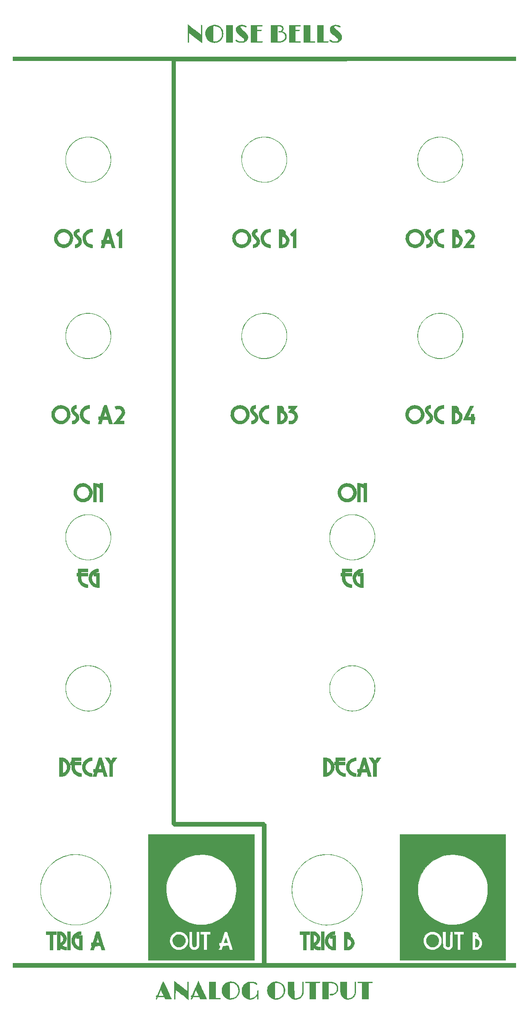
<source format=gbr>
%TF.GenerationSoftware,KiCad,Pcbnew,5.1.6-c6e7f7d~87~ubuntu20.04.1*%
%TF.CreationDate,2020-10-18T19:27:48-04:00*%
%TF.ProjectId,noisebells_panel,6e6f6973-6562-4656-9c6c-735f70616e65,rev?*%
%TF.SameCoordinates,Original*%
%TF.FileFunction,Legend,Top*%
%TF.FilePolarity,Positive*%
%FSLAX46Y46*%
G04 Gerber Fmt 4.6, Leading zero omitted, Abs format (unit mm)*
G04 Created by KiCad (PCBNEW 5.1.6-c6e7f7d~87~ubuntu20.04.1) date 2020-10-18 19:27:48*
%MOMM*%
%LPD*%
G01*
G04 APERTURE LIST*
%ADD10C,0.010000*%
G04 APERTURE END LIST*
D10*
%TO.C,G\u002A\u002A\u002A*%
G36*
X82176692Y-193185941D02*
G01*
X82234162Y-193228605D01*
X82324688Y-193297698D01*
X82444928Y-193390614D01*
X82591538Y-193504746D01*
X82761174Y-193637491D01*
X82950492Y-193786242D01*
X83156149Y-193948393D01*
X83374800Y-194121340D01*
X83449811Y-194180793D01*
X83672215Y-194357001D01*
X83882807Y-194523550D01*
X84078228Y-194677804D01*
X84255123Y-194817127D01*
X84410132Y-194938883D01*
X84539900Y-195040436D01*
X84641069Y-195119151D01*
X84710281Y-195172392D01*
X84744180Y-195197524D01*
X84747038Y-195199200D01*
X84749975Y-195174732D01*
X84752678Y-195105057D01*
X84755072Y-194995770D01*
X84757077Y-194852461D01*
X84758619Y-194680726D01*
X84759618Y-194486157D01*
X84759998Y-194274346D01*
X84760000Y-194260293D01*
X84760144Y-194016217D01*
X84760728Y-193818036D01*
X84761978Y-193660845D01*
X84764121Y-193539738D01*
X84767383Y-193449811D01*
X84771991Y-193386159D01*
X84778172Y-193343877D01*
X84786152Y-193318060D01*
X84796157Y-193303803D01*
X84804450Y-193298095D01*
X84865334Y-193287962D01*
X84906050Y-193296382D01*
X84963200Y-193317963D01*
X84963200Y-195084081D01*
X84963111Y-195378490D01*
X84962854Y-195657499D01*
X84962444Y-195917035D01*
X84961895Y-196153023D01*
X84961222Y-196361390D01*
X84960440Y-196538060D01*
X84959563Y-196678962D01*
X84958607Y-196780020D01*
X84957585Y-196837160D01*
X84956850Y-196848851D01*
X84936332Y-196833333D01*
X84879253Y-196789003D01*
X84788959Y-196718485D01*
X84668795Y-196624404D01*
X84522107Y-196509382D01*
X84352238Y-196376043D01*
X84162536Y-196227011D01*
X83956345Y-196064909D01*
X83737010Y-195892362D01*
X83661394Y-195832851D01*
X83438259Y-195657372D01*
X83226978Y-195491506D01*
X83030917Y-195337877D01*
X82853439Y-195199106D01*
X82697909Y-195077816D01*
X82567691Y-194976629D01*
X82466150Y-194898168D01*
X82396650Y-194845055D01*
X82362556Y-194819912D01*
X82359644Y-194818200D01*
X82356759Y-194842660D01*
X82354105Y-194912287D01*
X82351760Y-195021445D01*
X82349799Y-195164500D01*
X82348301Y-195335818D01*
X82347342Y-195529766D01*
X82347000Y-195740708D01*
X82347000Y-195743485D01*
X82346777Y-195988312D01*
X82345972Y-196187262D01*
X82344383Y-196345257D01*
X82341806Y-196467220D01*
X82338036Y-196558071D01*
X82332871Y-196622733D01*
X82326107Y-196666128D01*
X82317540Y-196693177D01*
X82307085Y-196708685D01*
X82262511Y-196740762D01*
X82237235Y-196748211D01*
X82218537Y-196747719D01*
X82202401Y-196744445D01*
X82188646Y-196734905D01*
X82177089Y-196715617D01*
X82167548Y-196683099D01*
X82159840Y-196633868D01*
X82153783Y-196564442D01*
X82149195Y-196471339D01*
X82145893Y-196351076D01*
X82143696Y-196200171D01*
X82142421Y-196015142D01*
X82141885Y-195792506D01*
X82141907Y-195528781D01*
X82142303Y-195220484D01*
X82142761Y-194943638D01*
X82143391Y-194649269D01*
X82144259Y-194370031D01*
X82145335Y-194110038D01*
X82146589Y-193873404D01*
X82147991Y-193664244D01*
X82149512Y-193486672D01*
X82151121Y-193344802D01*
X82152789Y-193242748D01*
X82154485Y-193184626D01*
X82155622Y-193172310D01*
X82176692Y-193185941D01*
G37*
X82176692Y-193185941D02*
X82234162Y-193228605D01*
X82324688Y-193297698D01*
X82444928Y-193390614D01*
X82591538Y-193504746D01*
X82761174Y-193637491D01*
X82950492Y-193786242D01*
X83156149Y-193948393D01*
X83374800Y-194121340D01*
X83449811Y-194180793D01*
X83672215Y-194357001D01*
X83882807Y-194523550D01*
X84078228Y-194677804D01*
X84255123Y-194817127D01*
X84410132Y-194938883D01*
X84539900Y-195040436D01*
X84641069Y-195119151D01*
X84710281Y-195172392D01*
X84744180Y-195197524D01*
X84747038Y-195199200D01*
X84749975Y-195174732D01*
X84752678Y-195105057D01*
X84755072Y-194995770D01*
X84757077Y-194852461D01*
X84758619Y-194680726D01*
X84759618Y-194486157D01*
X84759998Y-194274346D01*
X84760000Y-194260293D01*
X84760144Y-194016217D01*
X84760728Y-193818036D01*
X84761978Y-193660845D01*
X84764121Y-193539738D01*
X84767383Y-193449811D01*
X84771991Y-193386159D01*
X84778172Y-193343877D01*
X84786152Y-193318060D01*
X84796157Y-193303803D01*
X84804450Y-193298095D01*
X84865334Y-193287962D01*
X84906050Y-193296382D01*
X84963200Y-193317963D01*
X84963200Y-195084081D01*
X84963111Y-195378490D01*
X84962854Y-195657499D01*
X84962444Y-195917035D01*
X84961895Y-196153023D01*
X84961222Y-196361390D01*
X84960440Y-196538060D01*
X84959563Y-196678962D01*
X84958607Y-196780020D01*
X84957585Y-196837160D01*
X84956850Y-196848851D01*
X84936332Y-196833333D01*
X84879253Y-196789003D01*
X84788959Y-196718485D01*
X84668795Y-196624404D01*
X84522107Y-196509382D01*
X84352238Y-196376043D01*
X84162536Y-196227011D01*
X83956345Y-196064909D01*
X83737010Y-195892362D01*
X83661394Y-195832851D01*
X83438259Y-195657372D01*
X83226978Y-195491506D01*
X83030917Y-195337877D01*
X82853439Y-195199106D01*
X82697909Y-195077816D01*
X82567691Y-194976629D01*
X82466150Y-194898168D01*
X82396650Y-194845055D01*
X82362556Y-194819912D01*
X82359644Y-194818200D01*
X82356759Y-194842660D01*
X82354105Y-194912287D01*
X82351760Y-195021445D01*
X82349799Y-195164500D01*
X82348301Y-195335818D01*
X82347342Y-195529766D01*
X82347000Y-195740708D01*
X82347000Y-195743485D01*
X82346777Y-195988312D01*
X82345972Y-196187262D01*
X82344383Y-196345257D01*
X82341806Y-196467220D01*
X82338036Y-196558071D01*
X82332871Y-196622733D01*
X82326107Y-196666128D01*
X82317540Y-196693177D01*
X82307085Y-196708685D01*
X82262511Y-196740762D01*
X82237235Y-196748211D01*
X82218537Y-196747719D01*
X82202401Y-196744445D01*
X82188646Y-196734905D01*
X82177089Y-196715617D01*
X82167548Y-196683099D01*
X82159840Y-196633868D01*
X82153783Y-196564442D01*
X82149195Y-196471339D01*
X82145893Y-196351076D01*
X82143696Y-196200171D01*
X82142421Y-196015142D01*
X82141885Y-195792506D01*
X82141907Y-195528781D01*
X82142303Y-195220484D01*
X82142761Y-194943638D01*
X82143391Y-194649269D01*
X82144259Y-194370031D01*
X82145335Y-194110038D01*
X82146589Y-193873404D01*
X82147991Y-193664244D01*
X82149512Y-193486672D01*
X82151121Y-193344802D01*
X82152789Y-193242748D01*
X82154485Y-193184626D01*
X82155622Y-193172310D01*
X82176692Y-193185941D01*
G36*
X93659011Y-193290784D02*
G01*
X93943695Y-193355332D01*
X94203892Y-193461086D01*
X94436559Y-193606245D01*
X94638649Y-193789010D01*
X94807118Y-194007579D01*
X94906666Y-194187751D01*
X95012410Y-194463603D01*
X95073699Y-194745110D01*
X95092151Y-195027067D01*
X95069386Y-195304269D01*
X95007024Y-195571511D01*
X94906683Y-195823588D01*
X94769982Y-196055295D01*
X94598541Y-196261427D01*
X94393979Y-196436779D01*
X94164682Y-196572905D01*
X93915679Y-196668504D01*
X93641926Y-196730422D01*
X93358764Y-196756176D01*
X93099279Y-196745368D01*
X92813041Y-196688725D01*
X92546893Y-196587082D01*
X92513454Y-196567266D01*
X93116600Y-196567266D01*
X93173750Y-196579306D01*
X93243891Y-196584998D01*
X93348435Y-196582831D01*
X93471819Y-196574117D01*
X93598480Y-196560170D01*
X93712856Y-196542304D01*
X93776123Y-196528470D01*
X93998546Y-196447340D01*
X94213742Y-196325193D01*
X94411016Y-196170453D01*
X94579673Y-195991545D01*
X94709016Y-195796892D01*
X94711928Y-195791374D01*
X94817664Y-195537937D01*
X94879097Y-195271722D01*
X94897131Y-194999839D01*
X94872668Y-194729401D01*
X94806612Y-194467519D01*
X94699866Y-194221303D01*
X94553332Y-193997865D01*
X94472281Y-193904125D01*
X94270270Y-193725415D01*
X94042993Y-193590771D01*
X93790484Y-193500205D01*
X93512776Y-193453733D01*
X93351550Y-193446975D01*
X93116600Y-193446600D01*
X93116600Y-196567266D01*
X92513454Y-196567266D01*
X92304766Y-196443601D01*
X92090595Y-196261444D01*
X91908313Y-196043774D01*
X91761853Y-195793752D01*
X91685330Y-195608590D01*
X91651691Y-195506309D01*
X91628613Y-195415898D01*
X91613606Y-195321718D01*
X91604184Y-195208128D01*
X91597861Y-195059488D01*
X91597822Y-195058312D01*
X91595877Y-194858348D01*
X91606679Y-194692363D01*
X91633441Y-194544437D01*
X91679377Y-194398651D01*
X91747700Y-194239085D01*
X91774482Y-194183200D01*
X91917222Y-193947979D01*
X92100346Y-193742196D01*
X92320940Y-193568715D01*
X92507000Y-193462619D01*
X92723551Y-193369011D01*
X92932240Y-193308563D01*
X93152347Y-193276866D01*
X93352885Y-193269241D01*
X93659011Y-193290784D01*
G37*
X93659011Y-193290784D02*
X93943695Y-193355332D01*
X94203892Y-193461086D01*
X94436559Y-193606245D01*
X94638649Y-193789010D01*
X94807118Y-194007579D01*
X94906666Y-194187751D01*
X95012410Y-194463603D01*
X95073699Y-194745110D01*
X95092151Y-195027067D01*
X95069386Y-195304269D01*
X95007024Y-195571511D01*
X94906683Y-195823588D01*
X94769982Y-196055295D01*
X94598541Y-196261427D01*
X94393979Y-196436779D01*
X94164682Y-196572905D01*
X93915679Y-196668504D01*
X93641926Y-196730422D01*
X93358764Y-196756176D01*
X93099279Y-196745368D01*
X92813041Y-196688725D01*
X92546893Y-196587082D01*
X92513454Y-196567266D01*
X93116600Y-196567266D01*
X93173750Y-196579306D01*
X93243891Y-196584998D01*
X93348435Y-196582831D01*
X93471819Y-196574117D01*
X93598480Y-196560170D01*
X93712856Y-196542304D01*
X93776123Y-196528470D01*
X93998546Y-196447340D01*
X94213742Y-196325193D01*
X94411016Y-196170453D01*
X94579673Y-195991545D01*
X94709016Y-195796892D01*
X94711928Y-195791374D01*
X94817664Y-195537937D01*
X94879097Y-195271722D01*
X94897131Y-194999839D01*
X94872668Y-194729401D01*
X94806612Y-194467519D01*
X94699866Y-194221303D01*
X94553332Y-193997865D01*
X94472281Y-193904125D01*
X94270270Y-193725415D01*
X94042993Y-193590771D01*
X93790484Y-193500205D01*
X93512776Y-193453733D01*
X93351550Y-193446975D01*
X93116600Y-193446600D01*
X93116600Y-196567266D01*
X92513454Y-196567266D01*
X92304766Y-196443601D01*
X92090595Y-196261444D01*
X91908313Y-196043774D01*
X91761853Y-195793752D01*
X91685330Y-195608590D01*
X91651691Y-195506309D01*
X91628613Y-195415898D01*
X91613606Y-195321718D01*
X91604184Y-195208128D01*
X91597861Y-195059488D01*
X91597822Y-195058312D01*
X91595877Y-194858348D01*
X91606679Y-194692363D01*
X91633441Y-194544437D01*
X91679377Y-194398651D01*
X91747700Y-194239085D01*
X91774482Y-194183200D01*
X91917222Y-193947979D01*
X92100346Y-193742196D01*
X92320940Y-193568715D01*
X92507000Y-193462619D01*
X92723551Y-193369011D01*
X92932240Y-193308563D01*
X93152347Y-193276866D01*
X93352885Y-193269241D01*
X93659011Y-193290784D01*
G36*
X97586598Y-193273526D02*
G01*
X97755246Y-193288739D01*
X97778223Y-193292462D01*
X97938815Y-193328939D01*
X98095000Y-193379841D01*
X98239903Y-193441228D01*
X98366645Y-193509156D01*
X98468351Y-193579684D01*
X98538144Y-193648870D01*
X98569146Y-193712771D01*
X98567048Y-193744629D01*
X98529255Y-193802214D01*
X98467780Y-193815929D01*
X98384812Y-193785622D01*
X98344468Y-193760000D01*
X98220543Y-193674513D01*
X98124696Y-193613225D01*
X98044491Y-193569689D01*
X97967494Y-193537457D01*
X97881268Y-193510081D01*
X97840935Y-193498918D01*
X97709183Y-193468841D01*
X97582320Y-193453706D01*
X97436117Y-193450983D01*
X97391309Y-193452016D01*
X97142500Y-193459300D01*
X97142500Y-196583500D01*
X97307600Y-196575560D01*
X97580337Y-196538531D01*
X97835692Y-196456385D01*
X98068822Y-196332162D01*
X98274880Y-196168902D01*
X98449021Y-195969646D01*
X98560602Y-195789237D01*
X98603488Y-195705515D01*
X98630997Y-195641513D01*
X98646132Y-195581906D01*
X98651892Y-195511370D01*
X98651282Y-195414584D01*
X98649104Y-195337469D01*
X98647206Y-195204959D01*
X98652512Y-195115095D01*
X98667455Y-195059952D01*
X98694464Y-195031602D01*
X98735974Y-195022116D01*
X98745939Y-195021788D01*
X98769941Y-195024890D01*
X98789234Y-195038215D01*
X98804331Y-195066711D01*
X98815750Y-195115326D01*
X98824006Y-195189006D01*
X98829614Y-195292701D01*
X98833089Y-195431358D01*
X98834947Y-195609925D01*
X98835704Y-195833349D01*
X98835769Y-195883998D01*
X98835687Y-196116875D01*
X98834537Y-196303930D01*
X98831777Y-196450140D01*
X98826863Y-196560481D01*
X98819252Y-196639928D01*
X98808402Y-196693458D01*
X98793768Y-196726047D01*
X98774808Y-196742670D01*
X98750978Y-196748303D01*
X98741404Y-196748600D01*
X98701107Y-196741797D01*
X98672769Y-196716876D01*
X98654824Y-196667063D01*
X98645709Y-196585586D01*
X98643858Y-196465673D01*
X98646537Y-196338102D01*
X98656542Y-195999300D01*
X98600344Y-196075500D01*
X98556629Y-196127917D01*
X98488263Y-196202318D01*
X98407382Y-196285652D01*
X98374970Y-196317851D01*
X98165491Y-196488554D01*
X97927802Y-196618270D01*
X97664983Y-196706029D01*
X97380115Y-196750865D01*
X97076278Y-196751808D01*
X97011429Y-196746443D01*
X96742423Y-196696725D01*
X96487629Y-196603358D01*
X96254449Y-196470367D01*
X96050286Y-196301780D01*
X95919106Y-196152355D01*
X95780409Y-195943223D01*
X95680699Y-195729065D01*
X95614331Y-195495447D01*
X95582090Y-195290533D01*
X95570899Y-194982302D01*
X95607143Y-194687897D01*
X95688515Y-194410819D01*
X95812712Y-194154567D01*
X95977428Y-193922641D01*
X96180358Y-193718541D01*
X96419198Y-193545767D01*
X96691642Y-193407818D01*
X96863100Y-193345476D01*
X97014861Y-193309679D01*
X97198181Y-193285051D01*
X97394835Y-193272648D01*
X97586598Y-193273526D01*
G37*
X97586598Y-193273526D02*
X97755246Y-193288739D01*
X97778223Y-193292462D01*
X97938815Y-193328939D01*
X98095000Y-193379841D01*
X98239903Y-193441228D01*
X98366645Y-193509156D01*
X98468351Y-193579684D01*
X98538144Y-193648870D01*
X98569146Y-193712771D01*
X98567048Y-193744629D01*
X98529255Y-193802214D01*
X98467780Y-193815929D01*
X98384812Y-193785622D01*
X98344468Y-193760000D01*
X98220543Y-193674513D01*
X98124696Y-193613225D01*
X98044491Y-193569689D01*
X97967494Y-193537457D01*
X97881268Y-193510081D01*
X97840935Y-193498918D01*
X97709183Y-193468841D01*
X97582320Y-193453706D01*
X97436117Y-193450983D01*
X97391309Y-193452016D01*
X97142500Y-193459300D01*
X97142500Y-196583500D01*
X97307600Y-196575560D01*
X97580337Y-196538531D01*
X97835692Y-196456385D01*
X98068822Y-196332162D01*
X98274880Y-196168902D01*
X98449021Y-195969646D01*
X98560602Y-195789237D01*
X98603488Y-195705515D01*
X98630997Y-195641513D01*
X98646132Y-195581906D01*
X98651892Y-195511370D01*
X98651282Y-195414584D01*
X98649104Y-195337469D01*
X98647206Y-195204959D01*
X98652512Y-195115095D01*
X98667455Y-195059952D01*
X98694464Y-195031602D01*
X98735974Y-195022116D01*
X98745939Y-195021788D01*
X98769941Y-195024890D01*
X98789234Y-195038215D01*
X98804331Y-195066711D01*
X98815750Y-195115326D01*
X98824006Y-195189006D01*
X98829614Y-195292701D01*
X98833089Y-195431358D01*
X98834947Y-195609925D01*
X98835704Y-195833349D01*
X98835769Y-195883998D01*
X98835687Y-196116875D01*
X98834537Y-196303930D01*
X98831777Y-196450140D01*
X98826863Y-196560481D01*
X98819252Y-196639928D01*
X98808402Y-196693458D01*
X98793768Y-196726047D01*
X98774808Y-196742670D01*
X98750978Y-196748303D01*
X98741404Y-196748600D01*
X98701107Y-196741797D01*
X98672769Y-196716876D01*
X98654824Y-196667063D01*
X98645709Y-196585586D01*
X98643858Y-196465673D01*
X98646537Y-196338102D01*
X98656542Y-195999300D01*
X98600344Y-196075500D01*
X98556629Y-196127917D01*
X98488263Y-196202318D01*
X98407382Y-196285652D01*
X98374970Y-196317851D01*
X98165491Y-196488554D01*
X97927802Y-196618270D01*
X97664983Y-196706029D01*
X97380115Y-196750865D01*
X97076278Y-196751808D01*
X97011429Y-196746443D01*
X96742423Y-196696725D01*
X96487629Y-196603358D01*
X96254449Y-196470367D01*
X96050286Y-196301780D01*
X95919106Y-196152355D01*
X95780409Y-195943223D01*
X95680699Y-195729065D01*
X95614331Y-195495447D01*
X95582090Y-195290533D01*
X95570899Y-194982302D01*
X95607143Y-194687897D01*
X95688515Y-194410819D01*
X95812712Y-194154567D01*
X95977428Y-193922641D01*
X96180358Y-193718541D01*
X96419198Y-193545767D01*
X96691642Y-193407818D01*
X96863100Y-193345476D01*
X97014861Y-193309679D01*
X97198181Y-193285051D01*
X97394835Y-193272648D01*
X97586598Y-193273526D01*
G36*
X102717182Y-193291852D02*
G01*
X102999868Y-193359484D01*
X103258591Y-193469409D01*
X103490286Y-193619340D01*
X103691886Y-193806990D01*
X103860324Y-194030072D01*
X103992534Y-194286298D01*
X104066912Y-194501844D01*
X104116753Y-194766145D01*
X104126592Y-195046763D01*
X104097745Y-195330468D01*
X104031530Y-195604027D01*
X103932980Y-195846900D01*
X103784230Y-196087169D01*
X103599482Y-196294392D01*
X103383111Y-196466356D01*
X103139490Y-196600848D01*
X102872996Y-196695655D01*
X102588001Y-196748565D01*
X102288882Y-196757363D01*
X102154178Y-196746719D01*
X101870645Y-196694424D01*
X101615501Y-196602461D01*
X101554765Y-196567388D01*
X102133210Y-196567388D01*
X102203255Y-196579014D01*
X102285084Y-196584427D01*
X102399960Y-196581758D01*
X102531014Y-196572366D01*
X102661378Y-196557609D01*
X102774182Y-196538846D01*
X102813035Y-196529899D01*
X103047382Y-196444566D01*
X103268866Y-196317048D01*
X103468379Y-196154741D01*
X103636810Y-195965042D01*
X103763762Y-195758000D01*
X103864899Y-195497105D01*
X103921387Y-195227267D01*
X103934317Y-194954934D01*
X103904780Y-194686553D01*
X103833868Y-194428571D01*
X103722670Y-194187434D01*
X103572279Y-193969591D01*
X103437116Y-193827830D01*
X103223808Y-193666431D01*
X102986522Y-193549235D01*
X102727914Y-193477185D01*
X102450637Y-193451225D01*
X102379624Y-193452018D01*
X102146300Y-193459300D01*
X102133210Y-196567388D01*
X101554765Y-196567388D01*
X101381633Y-196467412D01*
X101161926Y-196285854D01*
X101129278Y-196253925D01*
X100936991Y-196028014D01*
X100790083Y-195779661D01*
X100689057Y-195509757D01*
X100671373Y-195440500D01*
X100645686Y-195285407D01*
X100632006Y-195103767D01*
X100630327Y-194913270D01*
X100640641Y-194731605D01*
X100662944Y-194576464D01*
X100671695Y-194538800D01*
X100767664Y-194267799D01*
X100906944Y-194020153D01*
X101085812Y-193800015D01*
X101300549Y-193611538D01*
X101547434Y-193458873D01*
X101701800Y-193389199D01*
X101886590Y-193327447D01*
X102076602Y-193289020D01*
X102288893Y-193271033D01*
X102413601Y-193268800D01*
X102717182Y-193291852D01*
G37*
X102717182Y-193291852D02*
X102999868Y-193359484D01*
X103258591Y-193469409D01*
X103490286Y-193619340D01*
X103691886Y-193806990D01*
X103860324Y-194030072D01*
X103992534Y-194286298D01*
X104066912Y-194501844D01*
X104116753Y-194766145D01*
X104126592Y-195046763D01*
X104097745Y-195330468D01*
X104031530Y-195604027D01*
X103932980Y-195846900D01*
X103784230Y-196087169D01*
X103599482Y-196294392D01*
X103383111Y-196466356D01*
X103139490Y-196600848D01*
X102872996Y-196695655D01*
X102588001Y-196748565D01*
X102288882Y-196757363D01*
X102154178Y-196746719D01*
X101870645Y-196694424D01*
X101615501Y-196602461D01*
X101554765Y-196567388D01*
X102133210Y-196567388D01*
X102203255Y-196579014D01*
X102285084Y-196584427D01*
X102399960Y-196581758D01*
X102531014Y-196572366D01*
X102661378Y-196557609D01*
X102774182Y-196538846D01*
X102813035Y-196529899D01*
X103047382Y-196444566D01*
X103268866Y-196317048D01*
X103468379Y-196154741D01*
X103636810Y-195965042D01*
X103763762Y-195758000D01*
X103864899Y-195497105D01*
X103921387Y-195227267D01*
X103934317Y-194954934D01*
X103904780Y-194686553D01*
X103833868Y-194428571D01*
X103722670Y-194187434D01*
X103572279Y-193969591D01*
X103437116Y-193827830D01*
X103223808Y-193666431D01*
X102986522Y-193549235D01*
X102727914Y-193477185D01*
X102450637Y-193451225D01*
X102379624Y-193452018D01*
X102146300Y-193459300D01*
X102133210Y-196567388D01*
X101554765Y-196567388D01*
X101381633Y-196467412D01*
X101161926Y-196285854D01*
X101129278Y-196253925D01*
X100936991Y-196028014D01*
X100790083Y-195779661D01*
X100689057Y-195509757D01*
X100671373Y-195440500D01*
X100645686Y-195285407D01*
X100632006Y-195103767D01*
X100630327Y-194913270D01*
X100640641Y-194731605D01*
X100662944Y-194576464D01*
X100671695Y-194538800D01*
X100767664Y-194267799D01*
X100906944Y-194020153D01*
X101085812Y-193800015D01*
X101300549Y-193611538D01*
X101547434Y-193458873D01*
X101701800Y-193389199D01*
X101886590Y-193327447D01*
X102076602Y-193289020D01*
X102288893Y-193271033D01*
X102413601Y-193268800D01*
X102717182Y-193291852D01*
G36*
X107752502Y-193281903D02*
G01*
X107785974Y-193311403D01*
X107796516Y-193325440D01*
X107805048Y-193347514D01*
X107811704Y-193382342D01*
X107816618Y-193434643D01*
X107819924Y-193509134D01*
X107821757Y-193610534D01*
X107822250Y-193743560D01*
X107821538Y-193912930D01*
X107819754Y-194123363D01*
X107817033Y-194379576D01*
X107816834Y-194397253D01*
X107813738Y-194658286D01*
X107810686Y-194874046D01*
X107807384Y-195050055D01*
X107803542Y-195191838D01*
X107798869Y-195304921D01*
X107793072Y-195394827D01*
X107785862Y-195467081D01*
X107776945Y-195527207D01*
X107766032Y-195580730D01*
X107752830Y-195633174D01*
X107751356Y-195638632D01*
X107654342Y-195909789D01*
X107521076Y-196146434D01*
X107354005Y-196346970D01*
X107155570Y-196509800D01*
X106928218Y-196633325D01*
X106674393Y-196715947D01*
X106396538Y-196756070D01*
X106097098Y-196752095D01*
X106054142Y-196747986D01*
X105782337Y-196695689D01*
X105535220Y-196600085D01*
X105315808Y-196463580D01*
X105127117Y-196288577D01*
X104972163Y-196077483D01*
X104853963Y-195832700D01*
X104833235Y-195774697D01*
X104763546Y-195567500D01*
X104755239Y-194430850D01*
X104746931Y-193294200D01*
X105969000Y-193294200D01*
X105969000Y-194918300D01*
X105969317Y-195281761D01*
X105970288Y-195596083D01*
X105971942Y-195862925D01*
X105974305Y-196083945D01*
X105977405Y-196260800D01*
X105981272Y-196395149D01*
X105985932Y-196488649D01*
X105991414Y-196542958D01*
X105996716Y-196559531D01*
X106032101Y-196566418D01*
X106106733Y-196571935D01*
X106209063Y-196575457D01*
X106307866Y-196576414D01*
X106525756Y-196566357D01*
X106710273Y-196534099D01*
X106875375Y-196475881D01*
X107035024Y-196387946D01*
X107053891Y-196375609D01*
X107180196Y-196278959D01*
X107283363Y-196167938D01*
X107374828Y-196028795D01*
X107430321Y-195923100D01*
X107471006Y-195839223D01*
X107504839Y-195764392D01*
X107532485Y-195692984D01*
X107554608Y-195619377D01*
X107571870Y-195537949D01*
X107584936Y-195443078D01*
X107594471Y-195329143D01*
X107601136Y-195190522D01*
X107605597Y-195021592D01*
X107608517Y-194816732D01*
X107610560Y-194570320D01*
X107611723Y-194386745D01*
X107613443Y-194126350D01*
X107615284Y-193912109D01*
X107617463Y-193739377D01*
X107620192Y-193603508D01*
X107623689Y-193499858D01*
X107628168Y-193423780D01*
X107633844Y-193370629D01*
X107640933Y-193335759D01*
X107649649Y-193314525D01*
X107660207Y-193302281D01*
X107662016Y-193300895D01*
X107712645Y-193272420D01*
X107752502Y-193281903D01*
G37*
X107752502Y-193281903D02*
X107785974Y-193311403D01*
X107796516Y-193325440D01*
X107805048Y-193347514D01*
X107811704Y-193382342D01*
X107816618Y-193434643D01*
X107819924Y-193509134D01*
X107821757Y-193610534D01*
X107822250Y-193743560D01*
X107821538Y-193912930D01*
X107819754Y-194123363D01*
X107817033Y-194379576D01*
X107816834Y-194397253D01*
X107813738Y-194658286D01*
X107810686Y-194874046D01*
X107807384Y-195050055D01*
X107803542Y-195191838D01*
X107798869Y-195304921D01*
X107793072Y-195394827D01*
X107785862Y-195467081D01*
X107776945Y-195527207D01*
X107766032Y-195580730D01*
X107752830Y-195633174D01*
X107751356Y-195638632D01*
X107654342Y-195909789D01*
X107521076Y-196146434D01*
X107354005Y-196346970D01*
X107155570Y-196509800D01*
X106928218Y-196633325D01*
X106674393Y-196715947D01*
X106396538Y-196756070D01*
X106097098Y-196752095D01*
X106054142Y-196747986D01*
X105782337Y-196695689D01*
X105535220Y-196600085D01*
X105315808Y-196463580D01*
X105127117Y-196288577D01*
X104972163Y-196077483D01*
X104853963Y-195832700D01*
X104833235Y-195774697D01*
X104763546Y-195567500D01*
X104755239Y-194430850D01*
X104746931Y-193294200D01*
X105969000Y-193294200D01*
X105969000Y-194918300D01*
X105969317Y-195281761D01*
X105970288Y-195596083D01*
X105971942Y-195862925D01*
X105974305Y-196083945D01*
X105977405Y-196260800D01*
X105981272Y-196395149D01*
X105985932Y-196488649D01*
X105991414Y-196542958D01*
X105996716Y-196559531D01*
X106032101Y-196566418D01*
X106106733Y-196571935D01*
X106209063Y-196575457D01*
X106307866Y-196576414D01*
X106525756Y-196566357D01*
X106710273Y-196534099D01*
X106875375Y-196475881D01*
X107035024Y-196387946D01*
X107053891Y-196375609D01*
X107180196Y-196278959D01*
X107283363Y-196167938D01*
X107374828Y-196028795D01*
X107430321Y-195923100D01*
X107471006Y-195839223D01*
X107504839Y-195764392D01*
X107532485Y-195692984D01*
X107554608Y-195619377D01*
X107571870Y-195537949D01*
X107584936Y-195443078D01*
X107594471Y-195329143D01*
X107601136Y-195190522D01*
X107605597Y-195021592D01*
X107608517Y-194816732D01*
X107610560Y-194570320D01*
X107611723Y-194386745D01*
X107613443Y-194126350D01*
X107615284Y-193912109D01*
X107617463Y-193739377D01*
X107620192Y-193603508D01*
X107623689Y-193499858D01*
X107628168Y-193423780D01*
X107633844Y-193370629D01*
X107640933Y-193335759D01*
X107649649Y-193314525D01*
X107660207Y-193302281D01*
X107662016Y-193300895D01*
X107712645Y-193272420D01*
X107752502Y-193281903D01*
G36*
X118183594Y-193290592D02*
G01*
X118215047Y-193312890D01*
X118224117Y-193329735D01*
X118231394Y-193359142D01*
X118236965Y-193405573D01*
X118240918Y-193473493D01*
X118243341Y-193567362D01*
X118244321Y-193691645D01*
X118243947Y-193850802D01*
X118242305Y-194049296D01*
X118239483Y-194291591D01*
X118237396Y-194449900D01*
X118222575Y-195542100D01*
X118151817Y-195745056D01*
X118054023Y-195978781D01*
X117934322Y-196175509D01*
X117785357Y-196346910D01*
X117753327Y-196377401D01*
X117548492Y-196533021D01*
X117314757Y-196649729D01*
X117057727Y-196725895D01*
X116783009Y-196759890D01*
X116496207Y-196750084D01*
X116478368Y-196748023D01*
X116204101Y-196691689D01*
X115956686Y-196593180D01*
X115738715Y-196454760D01*
X115552785Y-196278693D01*
X115401490Y-196067245D01*
X115287424Y-195822680D01*
X115239376Y-195666661D01*
X115227087Y-195615372D01*
X115216972Y-195563082D01*
X115208822Y-195504431D01*
X115202428Y-195434061D01*
X115197580Y-195346614D01*
X115194070Y-195236731D01*
X115191687Y-195099053D01*
X115190222Y-194928223D01*
X115189466Y-194718881D01*
X115189210Y-194465669D01*
X115189200Y-194382336D01*
X115189200Y-193294200D01*
X116408400Y-193294200D01*
X116408400Y-196570800D01*
X116554450Y-196576150D01*
X116816051Y-196575876D01*
X117038586Y-196552897D01*
X117229406Y-196505150D01*
X117395861Y-196430569D01*
X117545304Y-196327090D01*
X117594540Y-196284042D01*
X117727405Y-196143106D01*
X117831795Y-195987126D01*
X117918122Y-195799965D01*
X117933854Y-195758144D01*
X117965945Y-195663067D01*
X117992367Y-195566205D01*
X118013582Y-195461757D01*
X118030051Y-195343921D01*
X118042235Y-195206896D01*
X118050596Y-195044879D01*
X118055595Y-194852070D01*
X118057693Y-194622667D01*
X118057352Y-194350868D01*
X118056541Y-194215307D01*
X118055373Y-194007280D01*
X118054877Y-193815819D01*
X118055025Y-193646738D01*
X118055786Y-193505848D01*
X118057131Y-193398964D01*
X118059030Y-193331898D01*
X118061159Y-193310412D01*
X118120110Y-193283837D01*
X118183594Y-193290592D01*
G37*
X118183594Y-193290592D02*
X118215047Y-193312890D01*
X118224117Y-193329735D01*
X118231394Y-193359142D01*
X118236965Y-193405573D01*
X118240918Y-193473493D01*
X118243341Y-193567362D01*
X118244321Y-193691645D01*
X118243947Y-193850802D01*
X118242305Y-194049296D01*
X118239483Y-194291591D01*
X118237396Y-194449900D01*
X118222575Y-195542100D01*
X118151817Y-195745056D01*
X118054023Y-195978781D01*
X117934322Y-196175509D01*
X117785357Y-196346910D01*
X117753327Y-196377401D01*
X117548492Y-196533021D01*
X117314757Y-196649729D01*
X117057727Y-196725895D01*
X116783009Y-196759890D01*
X116496207Y-196750084D01*
X116478368Y-196748023D01*
X116204101Y-196691689D01*
X115956686Y-196593180D01*
X115738715Y-196454760D01*
X115552785Y-196278693D01*
X115401490Y-196067245D01*
X115287424Y-195822680D01*
X115239376Y-195666661D01*
X115227087Y-195615372D01*
X115216972Y-195563082D01*
X115208822Y-195504431D01*
X115202428Y-195434061D01*
X115197580Y-195346614D01*
X115194070Y-195236731D01*
X115191687Y-195099053D01*
X115190222Y-194928223D01*
X115189466Y-194718881D01*
X115189210Y-194465669D01*
X115189200Y-194382336D01*
X115189200Y-193294200D01*
X116408400Y-193294200D01*
X116408400Y-196570800D01*
X116554450Y-196576150D01*
X116816051Y-196575876D01*
X117038586Y-196552897D01*
X117229406Y-196505150D01*
X117395861Y-196430569D01*
X117545304Y-196327090D01*
X117594540Y-196284042D01*
X117727405Y-196143106D01*
X117831795Y-195987126D01*
X117918122Y-195799965D01*
X117933854Y-195758144D01*
X117965945Y-195663067D01*
X117992367Y-195566205D01*
X118013582Y-195461757D01*
X118030051Y-195343921D01*
X118042235Y-195206896D01*
X118050596Y-195044879D01*
X118055595Y-194852070D01*
X118057693Y-194622667D01*
X118057352Y-194350868D01*
X118056541Y-194215307D01*
X118055373Y-194007280D01*
X118054877Y-193815819D01*
X118055025Y-193646738D01*
X118055786Y-193505848D01*
X118057131Y-193398964D01*
X118059030Y-193331898D01*
X118061159Y-193310412D01*
X118120110Y-193283837D01*
X118183594Y-193290592D01*
G36*
X79940652Y-193213229D02*
G01*
X79975891Y-193274933D01*
X80031247Y-193382004D01*
X80106463Y-193533914D01*
X80201283Y-193730133D01*
X80315452Y-193970135D01*
X80448715Y-194253389D01*
X80600816Y-194579368D01*
X80759500Y-194921590D01*
X80889338Y-195202377D01*
X81012989Y-195469877D01*
X81128793Y-195720495D01*
X81235093Y-195950639D01*
X81330229Y-196156713D01*
X81412543Y-196335124D01*
X81480376Y-196482277D01*
X81532070Y-196594580D01*
X81565965Y-196668437D01*
X81580404Y-196700255D01*
X81580766Y-196701119D01*
X81558907Y-196707189D01*
X81492979Y-196712621D01*
X81389709Y-196717174D01*
X81255828Y-196720608D01*
X81098062Y-196722681D01*
X80963646Y-196723200D01*
X80338059Y-196723200D01*
X80234462Y-196507300D01*
X80130866Y-196291400D01*
X78847510Y-196291400D01*
X78765273Y-196495408D01*
X78704707Y-196627240D01*
X78647963Y-196710354D01*
X78592896Y-196746480D01*
X78537359Y-196737347D01*
X78500714Y-196708685D01*
X78476485Y-196683615D01*
X78466078Y-196661322D01*
X78472002Y-196630272D01*
X78496768Y-196578930D01*
X78542886Y-196495762D01*
X78549700Y-196483586D01*
X78593557Y-196402010D01*
X78625316Y-196336925D01*
X78638535Y-196301595D01*
X78638600Y-196300561D01*
X78616869Y-196277940D01*
X78563777Y-196254582D01*
X78556050Y-196252202D01*
X78494254Y-196223110D01*
X78468208Y-196175305D01*
X78465448Y-196157905D01*
X78468690Y-196105520D01*
X78498880Y-196073793D01*
X78564498Y-196057707D01*
X78643085Y-196052864D01*
X78744646Y-196050100D01*
X78748032Y-196041870D01*
X78954656Y-196041870D01*
X78956129Y-196075278D01*
X78997784Y-196092928D01*
X79011253Y-196095214D01*
X79069257Y-196100317D01*
X79161535Y-196104290D01*
X79278924Y-196107139D01*
X79412255Y-196108869D01*
X79552365Y-196109488D01*
X79690086Y-196109000D01*
X79816252Y-196107412D01*
X79921699Y-196104729D01*
X79997260Y-196100958D01*
X80033768Y-196096104D01*
X80035744Y-196094550D01*
X80025554Y-196065608D01*
X79997129Y-195998900D01*
X79953863Y-195901681D01*
X79899147Y-195781209D01*
X79836375Y-195644739D01*
X79768938Y-195499529D01*
X79700230Y-195352833D01*
X79633643Y-195211909D01*
X79572570Y-195084013D01*
X79520404Y-194976401D01*
X79480536Y-194896330D01*
X79456360Y-194851056D01*
X79450877Y-194843600D01*
X79438956Y-194865904D01*
X79411161Y-194927803D01*
X79370606Y-195021773D01*
X79320408Y-195140292D01*
X79263681Y-195275836D01*
X79203541Y-195420882D01*
X79143103Y-195567908D01*
X79085483Y-195709390D01*
X79033795Y-195837806D01*
X78991156Y-195945632D01*
X78960681Y-196025346D01*
X78954656Y-196041870D01*
X78748032Y-196041870D01*
X79324756Y-194640400D01*
X79429297Y-194386646D01*
X79528473Y-194146466D01*
X79620538Y-193924050D01*
X79703748Y-193723590D01*
X79776357Y-193549276D01*
X79836619Y-193405297D01*
X79882789Y-193295846D01*
X79913121Y-193225112D01*
X79925783Y-193197420D01*
X79940652Y-193213229D01*
G37*
X79940652Y-193213229D02*
X79975891Y-193274933D01*
X80031247Y-193382004D01*
X80106463Y-193533914D01*
X80201283Y-193730133D01*
X80315452Y-193970135D01*
X80448715Y-194253389D01*
X80600816Y-194579368D01*
X80759500Y-194921590D01*
X80889338Y-195202377D01*
X81012989Y-195469877D01*
X81128793Y-195720495D01*
X81235093Y-195950639D01*
X81330229Y-196156713D01*
X81412543Y-196335124D01*
X81480376Y-196482277D01*
X81532070Y-196594580D01*
X81565965Y-196668437D01*
X81580404Y-196700255D01*
X81580766Y-196701119D01*
X81558907Y-196707189D01*
X81492979Y-196712621D01*
X81389709Y-196717174D01*
X81255828Y-196720608D01*
X81098062Y-196722681D01*
X80963646Y-196723200D01*
X80338059Y-196723200D01*
X80234462Y-196507300D01*
X80130866Y-196291400D01*
X78847510Y-196291400D01*
X78765273Y-196495408D01*
X78704707Y-196627240D01*
X78647963Y-196710354D01*
X78592896Y-196746480D01*
X78537359Y-196737347D01*
X78500714Y-196708685D01*
X78476485Y-196683615D01*
X78466078Y-196661322D01*
X78472002Y-196630272D01*
X78496768Y-196578930D01*
X78542886Y-196495762D01*
X78549700Y-196483586D01*
X78593557Y-196402010D01*
X78625316Y-196336925D01*
X78638535Y-196301595D01*
X78638600Y-196300561D01*
X78616869Y-196277940D01*
X78563777Y-196254582D01*
X78556050Y-196252202D01*
X78494254Y-196223110D01*
X78468208Y-196175305D01*
X78465448Y-196157905D01*
X78468690Y-196105520D01*
X78498880Y-196073793D01*
X78564498Y-196057707D01*
X78643085Y-196052864D01*
X78744646Y-196050100D01*
X78748032Y-196041870D01*
X78954656Y-196041870D01*
X78956129Y-196075278D01*
X78997784Y-196092928D01*
X79011253Y-196095214D01*
X79069257Y-196100317D01*
X79161535Y-196104290D01*
X79278924Y-196107139D01*
X79412255Y-196108869D01*
X79552365Y-196109488D01*
X79690086Y-196109000D01*
X79816252Y-196107412D01*
X79921699Y-196104729D01*
X79997260Y-196100958D01*
X80033768Y-196096104D01*
X80035744Y-196094550D01*
X80025554Y-196065608D01*
X79997129Y-195998900D01*
X79953863Y-195901681D01*
X79899147Y-195781209D01*
X79836375Y-195644739D01*
X79768938Y-195499529D01*
X79700230Y-195352833D01*
X79633643Y-195211909D01*
X79572570Y-195084013D01*
X79520404Y-194976401D01*
X79480536Y-194896330D01*
X79456360Y-194851056D01*
X79450877Y-194843600D01*
X79438956Y-194865904D01*
X79411161Y-194927803D01*
X79370606Y-195021773D01*
X79320408Y-195140292D01*
X79263681Y-195275836D01*
X79203541Y-195420882D01*
X79143103Y-195567908D01*
X79085483Y-195709390D01*
X79033795Y-195837806D01*
X78991156Y-195945632D01*
X78960681Y-196025346D01*
X78954656Y-196041870D01*
X78748032Y-196041870D01*
X79324756Y-194640400D01*
X79429297Y-194386646D01*
X79528473Y-194146466D01*
X79620538Y-193924050D01*
X79703748Y-193723590D01*
X79776357Y-193549276D01*
X79836619Y-193405297D01*
X79882789Y-193295846D01*
X79913121Y-193225112D01*
X79925783Y-193197420D01*
X79940652Y-193213229D01*
G36*
X86919261Y-193185395D02*
G01*
X86932673Y-193211375D01*
X86965188Y-193279033D01*
X87014798Y-193384024D01*
X87079499Y-193522003D01*
X87157284Y-193688625D01*
X87246147Y-193879544D01*
X87344081Y-194090415D01*
X87449080Y-194316894D01*
X87559139Y-194554634D01*
X87672250Y-194799290D01*
X87786408Y-195046518D01*
X87899607Y-195291972D01*
X88009840Y-195531306D01*
X88115102Y-195760176D01*
X88213385Y-195974236D01*
X88302684Y-196169142D01*
X88380993Y-196340547D01*
X88446305Y-196484107D01*
X88496615Y-196595476D01*
X88529915Y-196670309D01*
X88544200Y-196704261D01*
X88544600Y-196705744D01*
X88520348Y-196710573D01*
X88452185Y-196714890D01*
X88346998Y-196718500D01*
X88211675Y-196721210D01*
X88053102Y-196722824D01*
X87925466Y-196723200D01*
X87306333Y-196723200D01*
X87202737Y-196507300D01*
X87099140Y-196291400D01*
X86456620Y-196291482D01*
X85814100Y-196291565D01*
X85740795Y-196475632D01*
X85676242Y-196615400D01*
X85613859Y-196705382D01*
X85553943Y-196745307D01*
X85496790Y-196734902D01*
X85476280Y-196718120D01*
X85447803Y-196656435D01*
X85463689Y-196577037D01*
X85497280Y-196519044D01*
X85543617Y-196443461D01*
X85585063Y-196359826D01*
X85586521Y-196356373D01*
X85608878Y-196297894D01*
X85608892Y-196272240D01*
X85585420Y-196266070D01*
X85578792Y-196266000D01*
X85513981Y-196248554D01*
X85455622Y-196206290D01*
X85422565Y-196154314D01*
X85420400Y-196139058D01*
X85432071Y-196092408D01*
X85458872Y-196075500D01*
X85905876Y-196075500D01*
X85974288Y-196091544D01*
X86020665Y-196096744D01*
X86108564Y-196101565D01*
X86228704Y-196105691D01*
X86371805Y-196108803D01*
X86528590Y-196110583D01*
X86530423Y-196110594D01*
X87018147Y-196113600D01*
X86987623Y-196042878D01*
X86952026Y-195962330D01*
X86903160Y-195854473D01*
X86844372Y-195726431D01*
X86779011Y-195585332D01*
X86710425Y-195438299D01*
X86641964Y-195292460D01*
X86576975Y-195154941D01*
X86518806Y-195032866D01*
X86470807Y-194933362D01*
X86436325Y-194863555D01*
X86418708Y-194830571D01*
X86417199Y-194828934D01*
X86405965Y-194853568D01*
X86378252Y-194919042D01*
X86336645Y-195019108D01*
X86283728Y-195147520D01*
X86222087Y-195298031D01*
X86157692Y-195456062D01*
X85905876Y-196075500D01*
X85458872Y-196075500D01*
X85472745Y-196066748D01*
X85550909Y-196058187D01*
X85595721Y-196058716D01*
X85712500Y-196062416D01*
X86307275Y-194613953D01*
X86412617Y-194358385D01*
X86512548Y-194117829D01*
X86605377Y-193896224D01*
X86689418Y-193697514D01*
X86762982Y-193525640D01*
X86824380Y-193384542D01*
X86871923Y-193278163D01*
X86903924Y-193210443D01*
X86918693Y-193185325D01*
X86919261Y-193185395D01*
G37*
X86919261Y-193185395D02*
X86932673Y-193211375D01*
X86965188Y-193279033D01*
X87014798Y-193384024D01*
X87079499Y-193522003D01*
X87157284Y-193688625D01*
X87246147Y-193879544D01*
X87344081Y-194090415D01*
X87449080Y-194316894D01*
X87559139Y-194554634D01*
X87672250Y-194799290D01*
X87786408Y-195046518D01*
X87899607Y-195291972D01*
X88009840Y-195531306D01*
X88115102Y-195760176D01*
X88213385Y-195974236D01*
X88302684Y-196169142D01*
X88380993Y-196340547D01*
X88446305Y-196484107D01*
X88496615Y-196595476D01*
X88529915Y-196670309D01*
X88544200Y-196704261D01*
X88544600Y-196705744D01*
X88520348Y-196710573D01*
X88452185Y-196714890D01*
X88346998Y-196718500D01*
X88211675Y-196721210D01*
X88053102Y-196722824D01*
X87925466Y-196723200D01*
X87306333Y-196723200D01*
X87202737Y-196507300D01*
X87099140Y-196291400D01*
X86456620Y-196291482D01*
X85814100Y-196291565D01*
X85740795Y-196475632D01*
X85676242Y-196615400D01*
X85613859Y-196705382D01*
X85553943Y-196745307D01*
X85496790Y-196734902D01*
X85476280Y-196718120D01*
X85447803Y-196656435D01*
X85463689Y-196577037D01*
X85497280Y-196519044D01*
X85543617Y-196443461D01*
X85585063Y-196359826D01*
X85586521Y-196356373D01*
X85608878Y-196297894D01*
X85608892Y-196272240D01*
X85585420Y-196266070D01*
X85578792Y-196266000D01*
X85513981Y-196248554D01*
X85455622Y-196206290D01*
X85422565Y-196154314D01*
X85420400Y-196139058D01*
X85432071Y-196092408D01*
X85458872Y-196075500D01*
X85905876Y-196075500D01*
X85974288Y-196091544D01*
X86020665Y-196096744D01*
X86108564Y-196101565D01*
X86228704Y-196105691D01*
X86371805Y-196108803D01*
X86528590Y-196110583D01*
X86530423Y-196110594D01*
X87018147Y-196113600D01*
X86987623Y-196042878D01*
X86952026Y-195962330D01*
X86903160Y-195854473D01*
X86844372Y-195726431D01*
X86779011Y-195585332D01*
X86710425Y-195438299D01*
X86641964Y-195292460D01*
X86576975Y-195154941D01*
X86518806Y-195032866D01*
X86470807Y-194933362D01*
X86436325Y-194863555D01*
X86418708Y-194830571D01*
X86417199Y-194828934D01*
X86405965Y-194853568D01*
X86378252Y-194919042D01*
X86336645Y-195019108D01*
X86283728Y-195147520D01*
X86222087Y-195298031D01*
X86157692Y-195456062D01*
X85905876Y-196075500D01*
X85458872Y-196075500D01*
X85472745Y-196066748D01*
X85550909Y-196058187D01*
X85595721Y-196058716D01*
X85712500Y-196062416D01*
X86307275Y-194613953D01*
X86412617Y-194358385D01*
X86512548Y-194117829D01*
X86605377Y-193896224D01*
X86689418Y-193697514D01*
X86762982Y-193525640D01*
X86824380Y-193384542D01*
X86871923Y-193278163D01*
X86903924Y-193210443D01*
X86918693Y-193185325D01*
X86919261Y-193185395D01*
G36*
X90322600Y-196545400D02*
G01*
X90641552Y-196545400D01*
X90775525Y-196543164D01*
X90901724Y-196537086D01*
X91005599Y-196528104D01*
X91070656Y-196517663D01*
X91170559Y-196505435D01*
X91244045Y-196522589D01*
X91283341Y-196566392D01*
X91287800Y-196593983D01*
X91286463Y-196621527D01*
X91279531Y-196644366D01*
X91262616Y-196662980D01*
X91231335Y-196677848D01*
X91181301Y-196689448D01*
X91108130Y-196698261D01*
X91007435Y-196704766D01*
X90874831Y-196709440D01*
X90705934Y-196712765D01*
X90496357Y-196715218D01*
X90241715Y-196717280D01*
X90153627Y-196717909D01*
X89103400Y-196725319D01*
X89103400Y-193294200D01*
X90322600Y-193294200D01*
X90322600Y-196545400D01*
G37*
X90322600Y-196545400D02*
X90641552Y-196545400D01*
X90775525Y-196543164D01*
X90901724Y-196537086D01*
X91005599Y-196528104D01*
X91070656Y-196517663D01*
X91170559Y-196505435D01*
X91244045Y-196522589D01*
X91283341Y-196566392D01*
X91287800Y-196593983D01*
X91286463Y-196621527D01*
X91279531Y-196644366D01*
X91262616Y-196662980D01*
X91231335Y-196677848D01*
X91181301Y-196689448D01*
X91108130Y-196698261D01*
X91007435Y-196704766D01*
X90874831Y-196709440D01*
X90705934Y-196712765D01*
X90496357Y-196715218D01*
X90241715Y-196717280D01*
X90153627Y-196717909D01*
X89103400Y-196725319D01*
X89103400Y-193294200D01*
X90322600Y-193294200D01*
X90322600Y-196545400D01*
G36*
X110192504Y-193292238D02*
G01*
X110412187Y-193292980D01*
X110607055Y-193294285D01*
X110772260Y-193296107D01*
X110902952Y-193298402D01*
X110994282Y-193301122D01*
X111041402Y-193304222D01*
X111046602Y-193305418D01*
X111072571Y-193346288D01*
X111065744Y-193399845D01*
X111029600Y-193443213D01*
X111025269Y-193445706D01*
X110982469Y-193455439D01*
X110899946Y-193463544D01*
X110788767Y-193469281D01*
X110660002Y-193471911D01*
X110631569Y-193472000D01*
X110287000Y-193472000D01*
X110287000Y-196723200D01*
X109681633Y-196723200D01*
X109511161Y-196722517D01*
X109357845Y-196720602D01*
X109228915Y-196717650D01*
X109131596Y-196713859D01*
X109073117Y-196709424D01*
X109059333Y-196706266D01*
X109056375Y-196678563D01*
X109053581Y-196604394D01*
X109050996Y-196488091D01*
X109048666Y-196333987D01*
X109046636Y-196146417D01*
X109044951Y-195929712D01*
X109043655Y-195688207D01*
X109042795Y-195426235D01*
X109042414Y-195148128D01*
X109042400Y-195080666D01*
X109042400Y-193472000D01*
X108820150Y-193472191D01*
X108693151Y-193475506D01*
X108561881Y-193484086D01*
X108451919Y-193496185D01*
X108438663Y-193498224D01*
X108312123Y-193510141D01*
X108228892Y-193497354D01*
X108187643Y-193459422D01*
X108183608Y-193413152D01*
X108189482Y-193388931D01*
X108202223Y-193368313D01*
X108225667Y-193350994D01*
X108263652Y-193336668D01*
X108320018Y-193325029D01*
X108398601Y-193315772D01*
X108503239Y-193308592D01*
X108637771Y-193303183D01*
X108806034Y-193299239D01*
X109011867Y-193296457D01*
X109259107Y-193294529D01*
X109551592Y-193293150D01*
X109698092Y-193292631D01*
X109952856Y-193292107D01*
X110192504Y-193292238D01*
G37*
X110192504Y-193292238D02*
X110412187Y-193292980D01*
X110607055Y-193294285D01*
X110772260Y-193296107D01*
X110902952Y-193298402D01*
X110994282Y-193301122D01*
X111041402Y-193304222D01*
X111046602Y-193305418D01*
X111072571Y-193346288D01*
X111065744Y-193399845D01*
X111029600Y-193443213D01*
X111025269Y-193445706D01*
X110982469Y-193455439D01*
X110899946Y-193463544D01*
X110788767Y-193469281D01*
X110660002Y-193471911D01*
X110631569Y-193472000D01*
X110287000Y-193472000D01*
X110287000Y-196723200D01*
X109681633Y-196723200D01*
X109511161Y-196722517D01*
X109357845Y-196720602D01*
X109228915Y-196717650D01*
X109131596Y-196713859D01*
X109073117Y-196709424D01*
X109059333Y-196706266D01*
X109056375Y-196678563D01*
X109053581Y-196604394D01*
X109050996Y-196488091D01*
X109048666Y-196333987D01*
X109046636Y-196146417D01*
X109044951Y-195929712D01*
X109043655Y-195688207D01*
X109042795Y-195426235D01*
X109042414Y-195148128D01*
X109042400Y-195080666D01*
X109042400Y-193472000D01*
X108820150Y-193472191D01*
X108693151Y-193475506D01*
X108561881Y-193484086D01*
X108451919Y-193496185D01*
X108438663Y-193498224D01*
X108312123Y-193510141D01*
X108228892Y-193497354D01*
X108187643Y-193459422D01*
X108183608Y-193413152D01*
X108189482Y-193388931D01*
X108202223Y-193368313D01*
X108225667Y-193350994D01*
X108263652Y-193336668D01*
X108320018Y-193325029D01*
X108398601Y-193315772D01*
X108503239Y-193308592D01*
X108637771Y-193303183D01*
X108806034Y-193299239D01*
X109011867Y-193296457D01*
X109259107Y-193294529D01*
X109551592Y-193293150D01*
X109698092Y-193292631D01*
X109952856Y-193292107D01*
X110192504Y-193292238D01*
G36*
X112630564Y-193301248D02*
G01*
X112874628Y-193307814D01*
X113104269Y-193317709D01*
X113312151Y-193330554D01*
X113490943Y-193345971D01*
X113633310Y-193363581D01*
X113728700Y-193382144D01*
X113970749Y-193468069D01*
X114186132Y-193589378D01*
X114369313Y-193741771D01*
X114514757Y-193920950D01*
X114585333Y-194047382D01*
X114625388Y-194139298D01*
X114651013Y-194220109D01*
X114666180Y-194308230D01*
X114674862Y-194422076D01*
X114677172Y-194473070D01*
X114677449Y-194674666D01*
X114657659Y-194847341D01*
X114614086Y-195010271D01*
X114543014Y-195182632D01*
X114537320Y-195194689D01*
X114410299Y-195404882D01*
X114245785Y-195581959D01*
X114045919Y-195724579D01*
X113812843Y-195831402D01*
X113548696Y-195901089D01*
X113370168Y-195925066D01*
X113227377Y-195929871D01*
X113128963Y-195914073D01*
X113072524Y-195876881D01*
X113055600Y-195821500D01*
X113072449Y-195765519D01*
X113125606Y-195732137D01*
X113218983Y-195719945D01*
X113324869Y-195724465D01*
X113479696Y-195722440D01*
X113652346Y-195695281D01*
X113819532Y-195647697D01*
X113923349Y-195603483D01*
X114089286Y-195491712D01*
X114234541Y-195340059D01*
X114353155Y-195157261D01*
X114439165Y-194952056D01*
X114478518Y-194789727D01*
X114497608Y-194544979D01*
X114470449Y-194319544D01*
X114398715Y-194115880D01*
X114284078Y-193936446D01*
X114128211Y-193783699D01*
X113932789Y-193660099D01*
X113699483Y-193568104D01*
X113634789Y-193550166D01*
X113531511Y-193529101D01*
X113396690Y-193509092D01*
X113249561Y-193492700D01*
X113137865Y-193484026D01*
X112827000Y-193465472D01*
X112827000Y-196723200D01*
X112216602Y-196723200D01*
X112013146Y-196722553D01*
X111855821Y-196720455D01*
X111739973Y-196716668D01*
X111660947Y-196710955D01*
X111614089Y-196703078D01*
X111594745Y-196692800D01*
X111594073Y-196691450D01*
X111592091Y-196661204D01*
X111590406Y-196584451D01*
X111589030Y-196465482D01*
X111587979Y-196308591D01*
X111587266Y-196118069D01*
X111586905Y-195898208D01*
X111586909Y-195653300D01*
X111587294Y-195387638D01*
X111588073Y-195105513D01*
X111588520Y-194983300D01*
X111595100Y-193306900D01*
X112128500Y-193299612D01*
X112379410Y-193298388D01*
X112630564Y-193301248D01*
G37*
X112630564Y-193301248D02*
X112874628Y-193307814D01*
X113104269Y-193317709D01*
X113312151Y-193330554D01*
X113490943Y-193345971D01*
X113633310Y-193363581D01*
X113728700Y-193382144D01*
X113970749Y-193468069D01*
X114186132Y-193589378D01*
X114369313Y-193741771D01*
X114514757Y-193920950D01*
X114585333Y-194047382D01*
X114625388Y-194139298D01*
X114651013Y-194220109D01*
X114666180Y-194308230D01*
X114674862Y-194422076D01*
X114677172Y-194473070D01*
X114677449Y-194674666D01*
X114657659Y-194847341D01*
X114614086Y-195010271D01*
X114543014Y-195182632D01*
X114537320Y-195194689D01*
X114410299Y-195404882D01*
X114245785Y-195581959D01*
X114045919Y-195724579D01*
X113812843Y-195831402D01*
X113548696Y-195901089D01*
X113370168Y-195925066D01*
X113227377Y-195929871D01*
X113128963Y-195914073D01*
X113072524Y-195876881D01*
X113055600Y-195821500D01*
X113072449Y-195765519D01*
X113125606Y-195732137D01*
X113218983Y-195719945D01*
X113324869Y-195724465D01*
X113479696Y-195722440D01*
X113652346Y-195695281D01*
X113819532Y-195647697D01*
X113923349Y-195603483D01*
X114089286Y-195491712D01*
X114234541Y-195340059D01*
X114353155Y-195157261D01*
X114439165Y-194952056D01*
X114478518Y-194789727D01*
X114497608Y-194544979D01*
X114470449Y-194319544D01*
X114398715Y-194115880D01*
X114284078Y-193936446D01*
X114128211Y-193783699D01*
X113932789Y-193660099D01*
X113699483Y-193568104D01*
X113634789Y-193550166D01*
X113531511Y-193529101D01*
X113396690Y-193509092D01*
X113249561Y-193492700D01*
X113137865Y-193484026D01*
X112827000Y-193465472D01*
X112827000Y-196723200D01*
X112216602Y-196723200D01*
X112013146Y-196722553D01*
X111855821Y-196720455D01*
X111739973Y-196716668D01*
X111660947Y-196710955D01*
X111614089Y-196703078D01*
X111594745Y-196692800D01*
X111594073Y-196691450D01*
X111592091Y-196661204D01*
X111590406Y-196584451D01*
X111589030Y-196465482D01*
X111587979Y-196308591D01*
X111587266Y-196118069D01*
X111586905Y-195898208D01*
X111586909Y-195653300D01*
X111587294Y-195387638D01*
X111588073Y-195105513D01*
X111588520Y-194983300D01*
X111595100Y-193306900D01*
X112128500Y-193299612D01*
X112379410Y-193298388D01*
X112630564Y-193301248D01*
G36*
X120994301Y-193290889D02*
G01*
X121166383Y-193292013D01*
X121304521Y-193293868D01*
X121403867Y-193296428D01*
X121459572Y-193299670D01*
X121469350Y-193301443D01*
X121507063Y-193340545D01*
X121508409Y-193393643D01*
X121474060Y-193439971D01*
X121464669Y-193445706D01*
X121421869Y-193455439D01*
X121339346Y-193463544D01*
X121228167Y-193469281D01*
X121099402Y-193471911D01*
X121070969Y-193472000D01*
X120726400Y-193472000D01*
X120726400Y-196723200D01*
X119481800Y-196723200D01*
X119481800Y-193472000D01*
X119259550Y-193472191D01*
X119132551Y-193475506D01*
X119001281Y-193484086D01*
X118891319Y-193496185D01*
X118878063Y-193498224D01*
X118751066Y-193509863D01*
X118666970Y-193496189D01*
X118624405Y-193456808D01*
X118618200Y-193423416D01*
X118618966Y-193398817D01*
X118623855Y-193377936D01*
X118636757Y-193360425D01*
X118661558Y-193345937D01*
X118702146Y-193334125D01*
X118762408Y-193324639D01*
X118846234Y-193317134D01*
X118957510Y-193311261D01*
X119100123Y-193306673D01*
X119277963Y-193303022D01*
X119494916Y-193299960D01*
X119754871Y-193297141D01*
X120061715Y-193294216D01*
X120063517Y-193294200D01*
X120322884Y-193292151D01*
X120567703Y-193290933D01*
X120793125Y-193290520D01*
X120994301Y-193290889D01*
G37*
X120994301Y-193290889D02*
X121166383Y-193292013D01*
X121304521Y-193293868D01*
X121403867Y-193296428D01*
X121459572Y-193299670D01*
X121469350Y-193301443D01*
X121507063Y-193340545D01*
X121508409Y-193393643D01*
X121474060Y-193439971D01*
X121464669Y-193445706D01*
X121421869Y-193455439D01*
X121339346Y-193463544D01*
X121228167Y-193469281D01*
X121099402Y-193471911D01*
X121070969Y-193472000D01*
X120726400Y-193472000D01*
X120726400Y-196723200D01*
X119481800Y-196723200D01*
X119481800Y-193472000D01*
X119259550Y-193472191D01*
X119132551Y-193475506D01*
X119001281Y-193484086D01*
X118891319Y-193496185D01*
X118878063Y-193498224D01*
X118751066Y-193509863D01*
X118666970Y-193496189D01*
X118624405Y-193456808D01*
X118618200Y-193423416D01*
X118618966Y-193398817D01*
X118623855Y-193377936D01*
X118636757Y-193360425D01*
X118661558Y-193345937D01*
X118702146Y-193334125D01*
X118762408Y-193324639D01*
X118846234Y-193317134D01*
X118957510Y-193311261D01*
X119100123Y-193306673D01*
X119277963Y-193303022D01*
X119494916Y-193299960D01*
X119754871Y-193297141D01*
X120061715Y-193294216D01*
X120063517Y-193294200D01*
X120322884Y-193292151D01*
X120567703Y-193290933D01*
X120793125Y-193290520D01*
X120994301Y-193290889D01*
G36*
X150012600Y-10388780D02*
G01*
X82410500Y-10401500D01*
X82404145Y-85998250D01*
X82397791Y-161595000D01*
X100013891Y-161595000D01*
X100210145Y-161792411D01*
X100406399Y-161989823D01*
X100406400Y-175800511D01*
X100406400Y-189611200D01*
X150012600Y-189611200D01*
X150012600Y-190398600D01*
X50012800Y-190398600D01*
X50012800Y-189611200D01*
X99619000Y-189611200D01*
X99619000Y-162407800D01*
X82028378Y-162407800D01*
X81819389Y-162197719D01*
X81610399Y-161987638D01*
X81610400Y-86188219D01*
X81610400Y-10388800D01*
X50012800Y-10388800D01*
X50012800Y-9601400D01*
X150012600Y-9601400D01*
X150012600Y-10388780D01*
G37*
X150012600Y-10388780D02*
X82410500Y-10401500D01*
X82404145Y-85998250D01*
X82397791Y-161595000D01*
X100013891Y-161595000D01*
X100210145Y-161792411D01*
X100406399Y-161989823D01*
X100406400Y-175800511D01*
X100406400Y-189611200D01*
X150012600Y-189611200D01*
X150012600Y-190398600D01*
X50012800Y-190398600D01*
X50012800Y-189611200D01*
X99619000Y-189611200D01*
X99619000Y-162407800D01*
X82028378Y-162407800D01*
X81819389Y-162197719D01*
X81610399Y-161987638D01*
X81610400Y-86188219D01*
X81610400Y-10388800D01*
X50012800Y-10388800D01*
X50012800Y-9601400D01*
X150012600Y-9601400D01*
X150012600Y-10388780D01*
G36*
X98018800Y-189001600D02*
G01*
X77013000Y-189001600D01*
X77013000Y-185140800D01*
X81243461Y-185140800D01*
X81243630Y-185294718D01*
X81246068Y-185409385D01*
X81252100Y-185496340D01*
X81263051Y-185567124D01*
X81280247Y-185633275D01*
X81305013Y-185706333D01*
X81309998Y-185720068D01*
X81440291Y-186007292D01*
X81609195Y-186265067D01*
X81812996Y-186490057D01*
X82047980Y-186678928D01*
X82310432Y-186828347D01*
X82596639Y-186934977D01*
X82689900Y-186958891D01*
X82854583Y-186982940D01*
X83048218Y-186989487D01*
X83252423Y-186979484D01*
X83448821Y-186953882D01*
X83619032Y-186913634D01*
X83629700Y-186910225D01*
X83848731Y-186824541D01*
X84045452Y-186714936D01*
X84233725Y-186572653D01*
X84381790Y-186435190D01*
X84488643Y-186324884D01*
X84568274Y-186230926D01*
X84632535Y-186137202D01*
X84693278Y-186027595D01*
X84718313Y-185977593D01*
X84805719Y-185785563D01*
X84865553Y-185615496D01*
X84902059Y-185449751D01*
X84919478Y-185270687D01*
X84922586Y-185128100D01*
X84908808Y-184879862D01*
X84864399Y-184655801D01*
X84784548Y-184436340D01*
X84719654Y-184302600D01*
X84560494Y-184048928D01*
X84368927Y-183828425D01*
X84150068Y-183642857D01*
X83909032Y-183493985D01*
X83650936Y-183383575D01*
X83380896Y-183313390D01*
X83117823Y-183286600D01*
X85114033Y-183286600D01*
X85121166Y-184766150D01*
X85128300Y-186245700D01*
X85194595Y-186385400D01*
X85302926Y-186562745D01*
X85446705Y-186722082D01*
X85614562Y-186853194D01*
X85795127Y-186945860D01*
X85833242Y-186959364D01*
X85933846Y-186979494D01*
X86069282Y-186988048D01*
X86157439Y-186987217D01*
X86282130Y-186979555D01*
X86379064Y-186962993D01*
X86471145Y-186932370D01*
X86544554Y-186900004D01*
X86736842Y-186783105D01*
X86897378Y-186629957D01*
X87021141Y-186446999D01*
X87103111Y-186240670D01*
X87121844Y-186159683D01*
X87127462Y-186103727D01*
X87132525Y-186000812D01*
X87136969Y-185854778D01*
X87140727Y-185669465D01*
X87143734Y-185448710D01*
X87145924Y-185196353D01*
X87147231Y-184916234D01*
X87147600Y-184654733D01*
X87147600Y-183286600D01*
X87325400Y-183286600D01*
X87325400Y-183896200D01*
X88011200Y-183896200D01*
X88011200Y-186995000D01*
X88620800Y-186995000D01*
X88620800Y-186963250D01*
X90969464Y-186963250D01*
X90977149Y-186976960D01*
X91014576Y-186986324D01*
X91087697Y-186991938D01*
X91202462Y-186994399D01*
X91282247Y-186994629D01*
X91605300Y-186994258D01*
X91732878Y-186581879D01*
X91860457Y-186169500D01*
X92903749Y-186155798D01*
X93169135Y-186995000D01*
X93487479Y-186995000D01*
X93619430Y-186994454D01*
X93708340Y-186992062D01*
X93761964Y-186986691D01*
X93788055Y-186977210D01*
X93794367Y-186962485D01*
X93791852Y-186950550D01*
X93782161Y-186919511D01*
X93758592Y-186843921D01*
X93722373Y-186727729D01*
X93674737Y-186574884D01*
X93616913Y-186389335D01*
X93550132Y-186175031D01*
X93475626Y-185935923D01*
X93394625Y-185675958D01*
X93308358Y-185399086D01*
X93231843Y-185153500D01*
X93141822Y-184864898D01*
X93055727Y-184589530D01*
X92974819Y-184331387D01*
X92900356Y-184094460D01*
X92833601Y-183882739D01*
X92775813Y-183700216D01*
X92728253Y-183550882D01*
X92692181Y-183438728D01*
X92668858Y-183367746D01*
X92660041Y-183342859D01*
X92645765Y-183316732D01*
X92624214Y-183300288D01*
X92585260Y-183291722D01*
X92518775Y-183289226D01*
X92414632Y-183290992D01*
X92375384Y-183292059D01*
X92116490Y-183299300D01*
X91771995Y-184410056D01*
X91427500Y-185520813D01*
X91243350Y-185521306D01*
X91059200Y-185521800D01*
X91059200Y-186156800D01*
X91135400Y-186156800D01*
X91188895Y-186164611D01*
X91211593Y-186183434D01*
X91211600Y-186183778D01*
X91205662Y-186211879D01*
X91187362Y-186276236D01*
X91155970Y-186379200D01*
X91110755Y-186523121D01*
X91050987Y-186710350D01*
X90975936Y-186943238D01*
X90969464Y-186963250D01*
X88620800Y-186963250D01*
X88620800Y-183897674D01*
X89293900Y-183883500D01*
X89308212Y-183286600D01*
X87325400Y-183286600D01*
X87147600Y-183286600D01*
X86539237Y-183286600D01*
X86532268Y-184707156D01*
X86530733Y-185011649D01*
X86529248Y-185269466D01*
X86527646Y-185484730D01*
X86525761Y-185661564D01*
X86523427Y-185804093D01*
X86520478Y-185916438D01*
X86516749Y-186002725D01*
X86512072Y-186067075D01*
X86506282Y-186113612D01*
X86499213Y-186146460D01*
X86490698Y-186169742D01*
X86480572Y-186187581D01*
X86472164Y-186199406D01*
X86372238Y-186305448D01*
X86260891Y-186364746D01*
X86130100Y-186381241D01*
X86104538Y-186380016D01*
X85958851Y-186350386D01*
X85847699Y-186283876D01*
X85769982Y-186179811D01*
X85766431Y-186172511D01*
X85757419Y-186149045D01*
X85749803Y-186116983D01*
X85743469Y-186072200D01*
X85738302Y-186010570D01*
X85734188Y-185927968D01*
X85731012Y-185820268D01*
X85728661Y-185683345D01*
X85727019Y-185513074D01*
X85725972Y-185305329D01*
X85725406Y-185055984D01*
X85725206Y-184760915D01*
X85725200Y-184686111D01*
X85725200Y-183286600D01*
X85114033Y-183286600D01*
X83117823Y-183286600D01*
X83104026Y-183285195D01*
X82825442Y-183300753D01*
X82550260Y-183361829D01*
X82292554Y-183465663D01*
X82015374Y-183629683D01*
X81778543Y-183824215D01*
X81580692Y-184050789D01*
X81420451Y-184310931D01*
X81313547Y-184557510D01*
X81286831Y-184634723D01*
X81268004Y-184702902D01*
X81255662Y-184773717D01*
X81248405Y-184858838D01*
X81244829Y-184969935D01*
X81243533Y-185118679D01*
X81243461Y-185140800D01*
X77013000Y-185140800D01*
X77013000Y-174836729D01*
X80529470Y-174836729D01*
X80540304Y-175417183D01*
X80599754Y-175998291D01*
X80708350Y-176577272D01*
X80865904Y-177149092D01*
X81066457Y-177691907D01*
X81313706Y-178218202D01*
X81605052Y-178723741D01*
X81937897Y-179204289D01*
X82309644Y-179655610D01*
X82574063Y-179934433D01*
X83015917Y-180339690D01*
X83485565Y-180702834D01*
X83981166Y-181023010D01*
X84500876Y-181299362D01*
X85042850Y-181531036D01*
X85605246Y-181717176D01*
X86186220Y-181856928D01*
X86783928Y-181949435D01*
X86954772Y-181966821D01*
X87113108Y-181976236D01*
X87308441Y-181980279D01*
X87527288Y-181979310D01*
X87756170Y-181973688D01*
X87981607Y-181963773D01*
X88190119Y-181949924D01*
X88368224Y-181932501D01*
X88401999Y-181928223D01*
X88991190Y-181824819D01*
X89562012Y-181675174D01*
X90112403Y-181481075D01*
X90640303Y-181244309D01*
X91143651Y-180966664D01*
X91620384Y-180649927D01*
X92068441Y-180295885D01*
X92485761Y-179906325D01*
X92870284Y-179483036D01*
X93219946Y-179027803D01*
X93532688Y-178542416D01*
X93806448Y-178028660D01*
X94039164Y-177488324D01*
X94228775Y-176923194D01*
X94246686Y-176860400D01*
X94365479Y-176352836D01*
X94445364Y-175821472D01*
X94485879Y-175275711D01*
X94486562Y-174724957D01*
X94446952Y-174178615D01*
X94396430Y-173812400D01*
X94279833Y-173262804D01*
X94114103Y-172718480D01*
X93900880Y-172183099D01*
X93641807Y-171660336D01*
X93338525Y-171153865D01*
X92992676Y-170667359D01*
X92989156Y-170662800D01*
X92872940Y-170521843D01*
X92726476Y-170358789D01*
X92559314Y-170183110D01*
X92381005Y-170004281D01*
X92201098Y-169831776D01*
X92029142Y-169675070D01*
X91874689Y-169543636D01*
X91808500Y-169491489D01*
X91304658Y-169137112D01*
X90788947Y-168832041D01*
X90260583Y-168576009D01*
X89718782Y-168368748D01*
X89162760Y-168209988D01*
X88591733Y-168099461D01*
X88004917Y-168036899D01*
X87515899Y-168021200D01*
X86913274Y-168045873D01*
X86323220Y-168119594D01*
X85747062Y-168241915D01*
X85186127Y-168412388D01*
X84641737Y-168630565D01*
X84115219Y-168895998D01*
X83607895Y-169208240D01*
X83255615Y-169461510D01*
X83080114Y-169603765D01*
X82885457Y-169775201D01*
X82683265Y-169964584D01*
X82485161Y-170160680D01*
X82302765Y-170352254D01*
X82147700Y-170528072D01*
X82128996Y-170550592D01*
X81770090Y-171025633D01*
X81455537Y-171523589D01*
X81185871Y-172041679D01*
X80961623Y-172577118D01*
X80783326Y-173127126D01*
X80651513Y-173688919D01*
X80566717Y-174259714D01*
X80529470Y-174836729D01*
X77013000Y-174836729D01*
X77013000Y-164008000D01*
X98018800Y-164008000D01*
X98018800Y-189001600D01*
G37*
X98018800Y-189001600D02*
X77013000Y-189001600D01*
X77013000Y-185140800D01*
X81243461Y-185140800D01*
X81243630Y-185294718D01*
X81246068Y-185409385D01*
X81252100Y-185496340D01*
X81263051Y-185567124D01*
X81280247Y-185633275D01*
X81305013Y-185706333D01*
X81309998Y-185720068D01*
X81440291Y-186007292D01*
X81609195Y-186265067D01*
X81812996Y-186490057D01*
X82047980Y-186678928D01*
X82310432Y-186828347D01*
X82596639Y-186934977D01*
X82689900Y-186958891D01*
X82854583Y-186982940D01*
X83048218Y-186989487D01*
X83252423Y-186979484D01*
X83448821Y-186953882D01*
X83619032Y-186913634D01*
X83629700Y-186910225D01*
X83848731Y-186824541D01*
X84045452Y-186714936D01*
X84233725Y-186572653D01*
X84381790Y-186435190D01*
X84488643Y-186324884D01*
X84568274Y-186230926D01*
X84632535Y-186137202D01*
X84693278Y-186027595D01*
X84718313Y-185977593D01*
X84805719Y-185785563D01*
X84865553Y-185615496D01*
X84902059Y-185449751D01*
X84919478Y-185270687D01*
X84922586Y-185128100D01*
X84908808Y-184879862D01*
X84864399Y-184655801D01*
X84784548Y-184436340D01*
X84719654Y-184302600D01*
X84560494Y-184048928D01*
X84368927Y-183828425D01*
X84150068Y-183642857D01*
X83909032Y-183493985D01*
X83650936Y-183383575D01*
X83380896Y-183313390D01*
X83117823Y-183286600D01*
X85114033Y-183286600D01*
X85121166Y-184766150D01*
X85128300Y-186245700D01*
X85194595Y-186385400D01*
X85302926Y-186562745D01*
X85446705Y-186722082D01*
X85614562Y-186853194D01*
X85795127Y-186945860D01*
X85833242Y-186959364D01*
X85933846Y-186979494D01*
X86069282Y-186988048D01*
X86157439Y-186987217D01*
X86282130Y-186979555D01*
X86379064Y-186962993D01*
X86471145Y-186932370D01*
X86544554Y-186900004D01*
X86736842Y-186783105D01*
X86897378Y-186629957D01*
X87021141Y-186446999D01*
X87103111Y-186240670D01*
X87121844Y-186159683D01*
X87127462Y-186103727D01*
X87132525Y-186000812D01*
X87136969Y-185854778D01*
X87140727Y-185669465D01*
X87143734Y-185448710D01*
X87145924Y-185196353D01*
X87147231Y-184916234D01*
X87147600Y-184654733D01*
X87147600Y-183286600D01*
X87325400Y-183286600D01*
X87325400Y-183896200D01*
X88011200Y-183896200D01*
X88011200Y-186995000D01*
X88620800Y-186995000D01*
X88620800Y-186963250D01*
X90969464Y-186963250D01*
X90977149Y-186976960D01*
X91014576Y-186986324D01*
X91087697Y-186991938D01*
X91202462Y-186994399D01*
X91282247Y-186994629D01*
X91605300Y-186994258D01*
X91732878Y-186581879D01*
X91860457Y-186169500D01*
X92903749Y-186155798D01*
X93169135Y-186995000D01*
X93487479Y-186995000D01*
X93619430Y-186994454D01*
X93708340Y-186992062D01*
X93761964Y-186986691D01*
X93788055Y-186977210D01*
X93794367Y-186962485D01*
X93791852Y-186950550D01*
X93782161Y-186919511D01*
X93758592Y-186843921D01*
X93722373Y-186727729D01*
X93674737Y-186574884D01*
X93616913Y-186389335D01*
X93550132Y-186175031D01*
X93475626Y-185935923D01*
X93394625Y-185675958D01*
X93308358Y-185399086D01*
X93231843Y-185153500D01*
X93141822Y-184864898D01*
X93055727Y-184589530D01*
X92974819Y-184331387D01*
X92900356Y-184094460D01*
X92833601Y-183882739D01*
X92775813Y-183700216D01*
X92728253Y-183550882D01*
X92692181Y-183438728D01*
X92668858Y-183367746D01*
X92660041Y-183342859D01*
X92645765Y-183316732D01*
X92624214Y-183300288D01*
X92585260Y-183291722D01*
X92518775Y-183289226D01*
X92414632Y-183290992D01*
X92375384Y-183292059D01*
X92116490Y-183299300D01*
X91771995Y-184410056D01*
X91427500Y-185520813D01*
X91243350Y-185521306D01*
X91059200Y-185521800D01*
X91059200Y-186156800D01*
X91135400Y-186156800D01*
X91188895Y-186164611D01*
X91211593Y-186183434D01*
X91211600Y-186183778D01*
X91205662Y-186211879D01*
X91187362Y-186276236D01*
X91155970Y-186379200D01*
X91110755Y-186523121D01*
X91050987Y-186710350D01*
X90975936Y-186943238D01*
X90969464Y-186963250D01*
X88620800Y-186963250D01*
X88620800Y-183897674D01*
X89293900Y-183883500D01*
X89308212Y-183286600D01*
X87325400Y-183286600D01*
X87147600Y-183286600D01*
X86539237Y-183286600D01*
X86532268Y-184707156D01*
X86530733Y-185011649D01*
X86529248Y-185269466D01*
X86527646Y-185484730D01*
X86525761Y-185661564D01*
X86523427Y-185804093D01*
X86520478Y-185916438D01*
X86516749Y-186002725D01*
X86512072Y-186067075D01*
X86506282Y-186113612D01*
X86499213Y-186146460D01*
X86490698Y-186169742D01*
X86480572Y-186187581D01*
X86472164Y-186199406D01*
X86372238Y-186305448D01*
X86260891Y-186364746D01*
X86130100Y-186381241D01*
X86104538Y-186380016D01*
X85958851Y-186350386D01*
X85847699Y-186283876D01*
X85769982Y-186179811D01*
X85766431Y-186172511D01*
X85757419Y-186149045D01*
X85749803Y-186116983D01*
X85743469Y-186072200D01*
X85738302Y-186010570D01*
X85734188Y-185927968D01*
X85731012Y-185820268D01*
X85728661Y-185683345D01*
X85727019Y-185513074D01*
X85725972Y-185305329D01*
X85725406Y-185055984D01*
X85725206Y-184760915D01*
X85725200Y-184686111D01*
X85725200Y-183286600D01*
X85114033Y-183286600D01*
X83117823Y-183286600D01*
X83104026Y-183285195D01*
X82825442Y-183300753D01*
X82550260Y-183361829D01*
X82292554Y-183465663D01*
X82015374Y-183629683D01*
X81778543Y-183824215D01*
X81580692Y-184050789D01*
X81420451Y-184310931D01*
X81313547Y-184557510D01*
X81286831Y-184634723D01*
X81268004Y-184702902D01*
X81255662Y-184773717D01*
X81248405Y-184858838D01*
X81244829Y-184969935D01*
X81243533Y-185118679D01*
X81243461Y-185140800D01*
X77013000Y-185140800D01*
X77013000Y-174836729D01*
X80529470Y-174836729D01*
X80540304Y-175417183D01*
X80599754Y-175998291D01*
X80708350Y-176577272D01*
X80865904Y-177149092D01*
X81066457Y-177691907D01*
X81313706Y-178218202D01*
X81605052Y-178723741D01*
X81937897Y-179204289D01*
X82309644Y-179655610D01*
X82574063Y-179934433D01*
X83015917Y-180339690D01*
X83485565Y-180702834D01*
X83981166Y-181023010D01*
X84500876Y-181299362D01*
X85042850Y-181531036D01*
X85605246Y-181717176D01*
X86186220Y-181856928D01*
X86783928Y-181949435D01*
X86954772Y-181966821D01*
X87113108Y-181976236D01*
X87308441Y-181980279D01*
X87527288Y-181979310D01*
X87756170Y-181973688D01*
X87981607Y-181963773D01*
X88190119Y-181949924D01*
X88368224Y-181932501D01*
X88401999Y-181928223D01*
X88991190Y-181824819D01*
X89562012Y-181675174D01*
X90112403Y-181481075D01*
X90640303Y-181244309D01*
X91143651Y-180966664D01*
X91620384Y-180649927D01*
X92068441Y-180295885D01*
X92485761Y-179906325D01*
X92870284Y-179483036D01*
X93219946Y-179027803D01*
X93532688Y-178542416D01*
X93806448Y-178028660D01*
X94039164Y-177488324D01*
X94228775Y-176923194D01*
X94246686Y-176860400D01*
X94365479Y-176352836D01*
X94445364Y-175821472D01*
X94485879Y-175275711D01*
X94486562Y-174724957D01*
X94446952Y-174178615D01*
X94396430Y-173812400D01*
X94279833Y-173262804D01*
X94114103Y-172718480D01*
X93900880Y-172183099D01*
X93641807Y-171660336D01*
X93338525Y-171153865D01*
X92992676Y-170667359D01*
X92989156Y-170662800D01*
X92872940Y-170521843D01*
X92726476Y-170358789D01*
X92559314Y-170183110D01*
X92381005Y-170004281D01*
X92201098Y-169831776D01*
X92029142Y-169675070D01*
X91874689Y-169543636D01*
X91808500Y-169491489D01*
X91304658Y-169137112D01*
X90788947Y-168832041D01*
X90260583Y-168576009D01*
X89718782Y-168368748D01*
X89162760Y-168209988D01*
X88591733Y-168099461D01*
X88004917Y-168036899D01*
X87515899Y-168021200D01*
X86913274Y-168045873D01*
X86323220Y-168119594D01*
X85747062Y-168241915D01*
X85186127Y-168412388D01*
X84641737Y-168630565D01*
X84115219Y-168895998D01*
X83607895Y-169208240D01*
X83255615Y-169461510D01*
X83080114Y-169603765D01*
X82885457Y-169775201D01*
X82683265Y-169964584D01*
X82485161Y-170160680D01*
X82302765Y-170352254D01*
X82147700Y-170528072D01*
X82128996Y-170550592D01*
X81770090Y-171025633D01*
X81455537Y-171523589D01*
X81185871Y-172041679D01*
X80961623Y-172577118D01*
X80783326Y-173127126D01*
X80651513Y-173688919D01*
X80566717Y-174259714D01*
X80529470Y-174836729D01*
X77013000Y-174836729D01*
X77013000Y-164008000D01*
X98018800Y-164008000D01*
X98018800Y-189001600D01*
G36*
X148006000Y-189001600D02*
G01*
X137520033Y-189001600D01*
X136792897Y-189001559D01*
X136078650Y-189001439D01*
X135378968Y-189001242D01*
X134695529Y-189000972D01*
X134030009Y-189000630D01*
X133384087Y-189000220D01*
X132759439Y-188999744D01*
X132157743Y-188999204D01*
X131580676Y-188998604D01*
X131029915Y-188997947D01*
X130507138Y-188997234D01*
X130014021Y-188996470D01*
X129552242Y-188995655D01*
X129123478Y-188994794D01*
X128729407Y-188993888D01*
X128371705Y-188992941D01*
X128052051Y-188991955D01*
X127772121Y-188990934D01*
X127533592Y-188989878D01*
X127338142Y-188988792D01*
X127187448Y-188987678D01*
X127083187Y-188986539D01*
X127027037Y-188985377D01*
X127017133Y-188984666D01*
X127016056Y-188958437D01*
X127014996Y-188882945D01*
X127013956Y-188759727D01*
X127012938Y-188590320D01*
X127011943Y-188376260D01*
X127010973Y-188119085D01*
X127010032Y-187820331D01*
X127009121Y-187481536D01*
X127008241Y-187104236D01*
X127007396Y-186689968D01*
X127006587Y-186240270D01*
X127005816Y-185756677D01*
X127005085Y-185240728D01*
X127004944Y-185128100D01*
X131637752Y-185128100D01*
X131657141Y-185432151D01*
X131720162Y-185712535D01*
X131828560Y-185973619D01*
X131984078Y-186219774D01*
X132152754Y-186418574D01*
X132378526Y-186620407D01*
X132629950Y-186780805D01*
X132901472Y-186898027D01*
X133187536Y-186970334D01*
X133482589Y-186995986D01*
X133781076Y-186973245D01*
X133870900Y-186956633D01*
X134040547Y-186907262D01*
X134227599Y-186830391D01*
X134413996Y-186734893D01*
X134581681Y-186629643D01*
X134664308Y-186566745D01*
X134878356Y-186357206D01*
X135052603Y-186121047D01*
X135185904Y-185863824D01*
X135277117Y-185591092D01*
X135325095Y-185308407D01*
X135328697Y-185021325D01*
X135286777Y-184735401D01*
X135198191Y-184456191D01*
X135129432Y-184308017D01*
X134968491Y-184046777D01*
X134776260Y-183823886D01*
X134548783Y-183635474D01*
X134282099Y-183477673D01*
X134277300Y-183475280D01*
X134058814Y-183380554D01*
X133848889Y-183321367D01*
X133629420Y-183293971D01*
X133401000Y-183293729D01*
X133098087Y-183331551D01*
X132812420Y-183415974D01*
X132547472Y-183544699D01*
X132306713Y-183715430D01*
X132093619Y-183925869D01*
X131911661Y-184173719D01*
X131818213Y-184340753D01*
X131733401Y-184532203D01*
X131677895Y-184716470D01*
X131647421Y-184912196D01*
X131637752Y-185128100D01*
X127004944Y-185128100D01*
X127004397Y-184693958D01*
X127003753Y-184117905D01*
X127003155Y-183514106D01*
X127002958Y-183286600D01*
X135509200Y-183286600D01*
X135509391Y-184626450D01*
X135509946Y-184922369D01*
X135511475Y-185196155D01*
X135513903Y-185443592D01*
X135517157Y-185660463D01*
X135521164Y-185842551D01*
X135525848Y-185985641D01*
X135531136Y-186085514D01*
X135535742Y-186131400D01*
X135594801Y-186348884D01*
X135699087Y-186543442D01*
X135810435Y-186677404D01*
X135973203Y-186819846D01*
X136139689Y-186916242D01*
X136320521Y-186970873D01*
X136526330Y-186988022D01*
X136579221Y-186987084D01*
X136700738Y-186980019D01*
X136792840Y-186965276D01*
X136876836Y-186937948D01*
X136962493Y-186898842D01*
X137129898Y-186792438D01*
X137283318Y-186649997D01*
X137408341Y-186486205D01*
X137460024Y-186391817D01*
X137528500Y-186245700D01*
X137542766Y-183286600D01*
X137717387Y-183286600D01*
X137724543Y-183585050D01*
X137731700Y-183883500D01*
X138080950Y-183890566D01*
X138430200Y-183897633D01*
X138430200Y-186995000D01*
X139014400Y-186995000D01*
X139014400Y-183896200D01*
X139700200Y-183896200D01*
X139700200Y-183388200D01*
X141376600Y-183388200D01*
X141376600Y-186995000D01*
X141777663Y-186995000D01*
X141985097Y-186992169D01*
X142147598Y-186983415D01*
X142270735Y-186968346D01*
X142327771Y-186956178D01*
X142572224Y-186867294D01*
X142792551Y-186737135D01*
X142984586Y-186571088D01*
X143144162Y-186374537D01*
X143267114Y-186152868D01*
X143349276Y-185911466D01*
X143386482Y-185655715D01*
X143388280Y-185585300D01*
X143363884Y-185322569D01*
X143291840Y-185075190D01*
X143173855Y-184846505D01*
X143011642Y-184639855D01*
X142814676Y-184464388D01*
X142659300Y-184347542D01*
X142668288Y-184146571D01*
X142670825Y-184036466D01*
X142664321Y-183956823D01*
X142645315Y-183887611D01*
X142610347Y-183808802D01*
X142609712Y-183807503D01*
X142518395Y-183666354D01*
X142397564Y-183545709D01*
X142260427Y-183457317D01*
X142181080Y-183426182D01*
X142069626Y-183404681D01*
X141909565Y-183392046D01*
X141714889Y-183388200D01*
X141376600Y-183388200D01*
X139700200Y-183388200D01*
X139700200Y-183286600D01*
X137717387Y-183286600D01*
X137542766Y-183286600D01*
X136958641Y-183286600D01*
X136951470Y-184689950D01*
X136949803Y-184994953D01*
X136948076Y-185253296D01*
X136946145Y-185469119D01*
X136943868Y-185646560D01*
X136941102Y-185789760D01*
X136937705Y-185902857D01*
X136933532Y-185989992D01*
X136928441Y-186055304D01*
X136922290Y-186102932D01*
X136914935Y-186137017D01*
X136906233Y-186161697D01*
X136900233Y-186173847D01*
X136814155Y-186281731D01*
X136695604Y-186350770D01*
X136552261Y-186380016D01*
X136412946Y-186369544D01*
X136298400Y-186315455D01*
X136204987Y-186215798D01*
X136183673Y-186182113D01*
X136172413Y-186161526D01*
X136162870Y-186138412D01*
X136154877Y-186108569D01*
X136148267Y-186067795D01*
X136142874Y-186011888D01*
X136138529Y-185936647D01*
X136135065Y-185837869D01*
X136132316Y-185711352D01*
X136130115Y-185552896D01*
X136128294Y-185358297D01*
X136126686Y-185123354D01*
X136125125Y-184843864D01*
X136124329Y-184689950D01*
X136117158Y-183286600D01*
X135509200Y-183286600D01*
X127002958Y-183286600D01*
X127002607Y-182884098D01*
X127002109Y-182229417D01*
X127001664Y-181551600D01*
X127001274Y-180852185D01*
X127000940Y-180132708D01*
X127000666Y-179394706D01*
X127000453Y-178639717D01*
X127000303Y-177869276D01*
X127000219Y-177084921D01*
X127000200Y-176487866D01*
X127000200Y-174884922D01*
X130542055Y-174884922D01*
X130542507Y-175137898D01*
X130547879Y-175385165D01*
X130558167Y-175615468D01*
X130573369Y-175817554D01*
X130590144Y-175958700D01*
X130700168Y-176546648D01*
X130851841Y-177107830D01*
X131046789Y-177646762D01*
X131286635Y-178167962D01*
X131559784Y-178654431D01*
X131841134Y-179073673D01*
X132164415Y-179484138D01*
X132520846Y-179876485D01*
X132901648Y-180241373D01*
X133298039Y-180569459D01*
X133496102Y-180714518D01*
X133995173Y-181033776D01*
X134516190Y-181308487D01*
X135055996Y-181537786D01*
X135611433Y-181720806D01*
X136179344Y-181856681D01*
X136756571Y-181944545D01*
X137339958Y-181983531D01*
X137926346Y-181972773D01*
X138050472Y-181964041D01*
X138639747Y-181892370D01*
X139214311Y-181773234D01*
X139771852Y-181608345D01*
X140310060Y-181399416D01*
X140826622Y-181148157D01*
X141319229Y-180856281D01*
X141785567Y-180525497D01*
X142223326Y-180157519D01*
X142630195Y-179754058D01*
X143003863Y-179316824D01*
X143342017Y-178847530D01*
X143642347Y-178347888D01*
X143902542Y-177819608D01*
X144016499Y-177546200D01*
X144162407Y-177138425D01*
X144281430Y-176723797D01*
X144377372Y-176287623D01*
X144440858Y-175907900D01*
X144461058Y-175727680D01*
X144475589Y-175509406D01*
X144484450Y-175265508D01*
X144487639Y-175008415D01*
X144485154Y-174750557D01*
X144476993Y-174504362D01*
X144463153Y-174282260D01*
X144443634Y-174096680D01*
X144441150Y-174079100D01*
X144328889Y-173476999D01*
X144170886Y-172895554D01*
X143967808Y-172336102D01*
X143720323Y-171799978D01*
X143429098Y-171288521D01*
X143094800Y-170803067D01*
X142718098Y-170344953D01*
X142421825Y-170033618D01*
X141980884Y-169632327D01*
X141512166Y-169273386D01*
X141016723Y-168957314D01*
X140495601Y-168684632D01*
X139949851Y-168455860D01*
X139380521Y-168271516D01*
X138788661Y-168132121D01*
X138474618Y-168077918D01*
X138313247Y-168059337D01*
X138112374Y-168045473D01*
X137883077Y-168036306D01*
X137636433Y-168031814D01*
X137383519Y-168031979D01*
X137135412Y-168036779D01*
X136903188Y-168046194D01*
X136697926Y-168060205D01*
X136530702Y-168078790D01*
X136512500Y-168081516D01*
X135916584Y-168198989D01*
X135340420Y-168362513D01*
X134785919Y-168570765D01*
X134254994Y-168822422D01*
X133749557Y-169116162D01*
X133271520Y-169450663D01*
X132822794Y-169824602D01*
X132405292Y-170236658D01*
X132020926Y-170685507D01*
X131671608Y-171169829D01*
X131397949Y-171618567D01*
X131165091Y-172078969D01*
X130963205Y-172574593D01*
X130794512Y-173098778D01*
X130661237Y-173644864D01*
X130589522Y-174041000D01*
X130570257Y-174204276D01*
X130555926Y-174406857D01*
X130546527Y-174637491D01*
X130542055Y-174884922D01*
X127000200Y-174884922D01*
X127000200Y-164008000D01*
X148006000Y-164008000D01*
X148006000Y-189001600D01*
G37*
X148006000Y-189001600D02*
X137520033Y-189001600D01*
X136792897Y-189001559D01*
X136078650Y-189001439D01*
X135378968Y-189001242D01*
X134695529Y-189000972D01*
X134030009Y-189000630D01*
X133384087Y-189000220D01*
X132759439Y-188999744D01*
X132157743Y-188999204D01*
X131580676Y-188998604D01*
X131029915Y-188997947D01*
X130507138Y-188997234D01*
X130014021Y-188996470D01*
X129552242Y-188995655D01*
X129123478Y-188994794D01*
X128729407Y-188993888D01*
X128371705Y-188992941D01*
X128052051Y-188991955D01*
X127772121Y-188990934D01*
X127533592Y-188989878D01*
X127338142Y-188988792D01*
X127187448Y-188987678D01*
X127083187Y-188986539D01*
X127027037Y-188985377D01*
X127017133Y-188984666D01*
X127016056Y-188958437D01*
X127014996Y-188882945D01*
X127013956Y-188759727D01*
X127012938Y-188590320D01*
X127011943Y-188376260D01*
X127010973Y-188119085D01*
X127010032Y-187820331D01*
X127009121Y-187481536D01*
X127008241Y-187104236D01*
X127007396Y-186689968D01*
X127006587Y-186240270D01*
X127005816Y-185756677D01*
X127005085Y-185240728D01*
X127004944Y-185128100D01*
X131637752Y-185128100D01*
X131657141Y-185432151D01*
X131720162Y-185712535D01*
X131828560Y-185973619D01*
X131984078Y-186219774D01*
X132152754Y-186418574D01*
X132378526Y-186620407D01*
X132629950Y-186780805D01*
X132901472Y-186898027D01*
X133187536Y-186970334D01*
X133482589Y-186995986D01*
X133781076Y-186973245D01*
X133870900Y-186956633D01*
X134040547Y-186907262D01*
X134227599Y-186830391D01*
X134413996Y-186734893D01*
X134581681Y-186629643D01*
X134664308Y-186566745D01*
X134878356Y-186357206D01*
X135052603Y-186121047D01*
X135185904Y-185863824D01*
X135277117Y-185591092D01*
X135325095Y-185308407D01*
X135328697Y-185021325D01*
X135286777Y-184735401D01*
X135198191Y-184456191D01*
X135129432Y-184308017D01*
X134968491Y-184046777D01*
X134776260Y-183823886D01*
X134548783Y-183635474D01*
X134282099Y-183477673D01*
X134277300Y-183475280D01*
X134058814Y-183380554D01*
X133848889Y-183321367D01*
X133629420Y-183293971D01*
X133401000Y-183293729D01*
X133098087Y-183331551D01*
X132812420Y-183415974D01*
X132547472Y-183544699D01*
X132306713Y-183715430D01*
X132093619Y-183925869D01*
X131911661Y-184173719D01*
X131818213Y-184340753D01*
X131733401Y-184532203D01*
X131677895Y-184716470D01*
X131647421Y-184912196D01*
X131637752Y-185128100D01*
X127004944Y-185128100D01*
X127004397Y-184693958D01*
X127003753Y-184117905D01*
X127003155Y-183514106D01*
X127002958Y-183286600D01*
X135509200Y-183286600D01*
X135509391Y-184626450D01*
X135509946Y-184922369D01*
X135511475Y-185196155D01*
X135513903Y-185443592D01*
X135517157Y-185660463D01*
X135521164Y-185842551D01*
X135525848Y-185985641D01*
X135531136Y-186085514D01*
X135535742Y-186131400D01*
X135594801Y-186348884D01*
X135699087Y-186543442D01*
X135810435Y-186677404D01*
X135973203Y-186819846D01*
X136139689Y-186916242D01*
X136320521Y-186970873D01*
X136526330Y-186988022D01*
X136579221Y-186987084D01*
X136700738Y-186980019D01*
X136792840Y-186965276D01*
X136876836Y-186937948D01*
X136962493Y-186898842D01*
X137129898Y-186792438D01*
X137283318Y-186649997D01*
X137408341Y-186486205D01*
X137460024Y-186391817D01*
X137528500Y-186245700D01*
X137542766Y-183286600D01*
X137717387Y-183286600D01*
X137724543Y-183585050D01*
X137731700Y-183883500D01*
X138080950Y-183890566D01*
X138430200Y-183897633D01*
X138430200Y-186995000D01*
X139014400Y-186995000D01*
X139014400Y-183896200D01*
X139700200Y-183896200D01*
X139700200Y-183388200D01*
X141376600Y-183388200D01*
X141376600Y-186995000D01*
X141777663Y-186995000D01*
X141985097Y-186992169D01*
X142147598Y-186983415D01*
X142270735Y-186968346D01*
X142327771Y-186956178D01*
X142572224Y-186867294D01*
X142792551Y-186737135D01*
X142984586Y-186571088D01*
X143144162Y-186374537D01*
X143267114Y-186152868D01*
X143349276Y-185911466D01*
X143386482Y-185655715D01*
X143388280Y-185585300D01*
X143363884Y-185322569D01*
X143291840Y-185075190D01*
X143173855Y-184846505D01*
X143011642Y-184639855D01*
X142814676Y-184464388D01*
X142659300Y-184347542D01*
X142668288Y-184146571D01*
X142670825Y-184036466D01*
X142664321Y-183956823D01*
X142645315Y-183887611D01*
X142610347Y-183808802D01*
X142609712Y-183807503D01*
X142518395Y-183666354D01*
X142397564Y-183545709D01*
X142260427Y-183457317D01*
X142181080Y-183426182D01*
X142069626Y-183404681D01*
X141909565Y-183392046D01*
X141714889Y-183388200D01*
X141376600Y-183388200D01*
X139700200Y-183388200D01*
X139700200Y-183286600D01*
X137717387Y-183286600D01*
X137542766Y-183286600D01*
X136958641Y-183286600D01*
X136951470Y-184689950D01*
X136949803Y-184994953D01*
X136948076Y-185253296D01*
X136946145Y-185469119D01*
X136943868Y-185646560D01*
X136941102Y-185789760D01*
X136937705Y-185902857D01*
X136933532Y-185989992D01*
X136928441Y-186055304D01*
X136922290Y-186102932D01*
X136914935Y-186137017D01*
X136906233Y-186161697D01*
X136900233Y-186173847D01*
X136814155Y-186281731D01*
X136695604Y-186350770D01*
X136552261Y-186380016D01*
X136412946Y-186369544D01*
X136298400Y-186315455D01*
X136204987Y-186215798D01*
X136183673Y-186182113D01*
X136172413Y-186161526D01*
X136162870Y-186138412D01*
X136154877Y-186108569D01*
X136148267Y-186067795D01*
X136142874Y-186011888D01*
X136138529Y-185936647D01*
X136135065Y-185837869D01*
X136132316Y-185711352D01*
X136130115Y-185552896D01*
X136128294Y-185358297D01*
X136126686Y-185123354D01*
X136125125Y-184843864D01*
X136124329Y-184689950D01*
X136117158Y-183286600D01*
X135509200Y-183286600D01*
X127002958Y-183286600D01*
X127002607Y-182884098D01*
X127002109Y-182229417D01*
X127001664Y-181551600D01*
X127001274Y-180852185D01*
X127000940Y-180132708D01*
X127000666Y-179394706D01*
X127000453Y-178639717D01*
X127000303Y-177869276D01*
X127000219Y-177084921D01*
X127000200Y-176487866D01*
X127000200Y-174884922D01*
X130542055Y-174884922D01*
X130542507Y-175137898D01*
X130547879Y-175385165D01*
X130558167Y-175615468D01*
X130573369Y-175817554D01*
X130590144Y-175958700D01*
X130700168Y-176546648D01*
X130851841Y-177107830D01*
X131046789Y-177646762D01*
X131286635Y-178167962D01*
X131559784Y-178654431D01*
X131841134Y-179073673D01*
X132164415Y-179484138D01*
X132520846Y-179876485D01*
X132901648Y-180241373D01*
X133298039Y-180569459D01*
X133496102Y-180714518D01*
X133995173Y-181033776D01*
X134516190Y-181308487D01*
X135055996Y-181537786D01*
X135611433Y-181720806D01*
X136179344Y-181856681D01*
X136756571Y-181944545D01*
X137339958Y-181983531D01*
X137926346Y-181972773D01*
X138050472Y-181964041D01*
X138639747Y-181892370D01*
X139214311Y-181773234D01*
X139771852Y-181608345D01*
X140310060Y-181399416D01*
X140826622Y-181148157D01*
X141319229Y-180856281D01*
X141785567Y-180525497D01*
X142223326Y-180157519D01*
X142630195Y-179754058D01*
X143003863Y-179316824D01*
X143342017Y-178847530D01*
X143642347Y-178347888D01*
X143902542Y-177819608D01*
X144016499Y-177546200D01*
X144162407Y-177138425D01*
X144281430Y-176723797D01*
X144377372Y-176287623D01*
X144440858Y-175907900D01*
X144461058Y-175727680D01*
X144475589Y-175509406D01*
X144484450Y-175265508D01*
X144487639Y-175008415D01*
X144485154Y-174750557D01*
X144476993Y-174504362D01*
X144463153Y-174282260D01*
X144443634Y-174096680D01*
X144441150Y-174079100D01*
X144328889Y-173476999D01*
X144170886Y-172895554D01*
X143967808Y-172336102D01*
X143720323Y-171799978D01*
X143429098Y-171288521D01*
X143094800Y-170803067D01*
X142718098Y-170344953D01*
X142421825Y-170033618D01*
X141980884Y-169632327D01*
X141512166Y-169273386D01*
X141016723Y-168957314D01*
X140495601Y-168684632D01*
X139949851Y-168455860D01*
X139380521Y-168271516D01*
X138788661Y-168132121D01*
X138474618Y-168077918D01*
X138313247Y-168059337D01*
X138112374Y-168045473D01*
X137883077Y-168036306D01*
X137636433Y-168031814D01*
X137383519Y-168031979D01*
X137135412Y-168036779D01*
X136903188Y-168046194D01*
X136697926Y-168060205D01*
X136530702Y-168078790D01*
X136512500Y-168081516D01*
X135916584Y-168198989D01*
X135340420Y-168362513D01*
X134785919Y-168570765D01*
X134254994Y-168822422D01*
X133749557Y-169116162D01*
X133271520Y-169450663D01*
X132822794Y-169824602D01*
X132405292Y-170236658D01*
X132020926Y-170685507D01*
X131671608Y-171169829D01*
X131397949Y-171618567D01*
X131165091Y-172078969D01*
X130963205Y-172574593D01*
X130794512Y-173098778D01*
X130661237Y-173644864D01*
X130589522Y-174041000D01*
X130570257Y-174204276D01*
X130555926Y-174406857D01*
X130546527Y-174637491D01*
X130542055Y-174884922D01*
X127000200Y-174884922D01*
X127000200Y-164008000D01*
X148006000Y-164008000D01*
X148006000Y-189001600D01*
G36*
X58674200Y-183896200D02*
G01*
X57988400Y-183896200D01*
X57988400Y-186995000D01*
X57378800Y-186995000D01*
X57378800Y-183896200D01*
X56693000Y-183896200D01*
X56693000Y-183286600D01*
X58674200Y-183286600D01*
X58674200Y-183896200D01*
G37*
X58674200Y-183896200D02*
X57988400Y-183896200D01*
X57988400Y-186995000D01*
X57378800Y-186995000D01*
X57378800Y-183896200D01*
X56693000Y-183896200D01*
X56693000Y-183286600D01*
X58674200Y-183286600D01*
X58674200Y-183896200D01*
G36*
X59411733Y-183301803D02*
G01*
X59651662Y-183349459D01*
X59866950Y-183432636D01*
X60065996Y-183554405D01*
X60218689Y-183681209D01*
X60399251Y-183880699D01*
X60536340Y-184100434D01*
X60629803Y-184334830D01*
X60679487Y-184578307D01*
X60685241Y-184825282D01*
X60646911Y-185070172D01*
X60564347Y-185307396D01*
X60437395Y-185531371D01*
X60274522Y-185727826D01*
X60180182Y-185815962D01*
X60076933Y-185900337D01*
X59983624Y-185965805D01*
X59963250Y-185977900D01*
X59889053Y-186021564D01*
X59836477Y-186056187D01*
X59817200Y-186073874D01*
X59840268Y-186105033D01*
X59907262Y-186152605D01*
X60014864Y-186214328D01*
X60051889Y-186233875D01*
X60206336Y-186300179D01*
X60377353Y-186350925D01*
X60542602Y-186380206D01*
X60623650Y-186385024D01*
X60731600Y-186385400D01*
X60731600Y-186995000D01*
X60596564Y-186995000D01*
X60369377Y-186975372D01*
X60127957Y-186919787D01*
X59888196Y-186833192D01*
X59665987Y-186720535D01*
X59616681Y-186689941D01*
X59461600Y-186589707D01*
X59461600Y-186995000D01*
X58852000Y-186995000D01*
X58852000Y-184733771D01*
X59461600Y-184733771D01*
X59461600Y-185545942D01*
X59531450Y-185519605D01*
X59596655Y-185490367D01*
X59677989Y-185448001D01*
X59708623Y-185430630D01*
X59788079Y-185372116D01*
X59869245Y-185293877D01*
X59904008Y-185252663D01*
X60007883Y-185078373D01*
X60066410Y-184893258D01*
X60081305Y-184704497D01*
X60054281Y-184519270D01*
X59987051Y-184344757D01*
X59881331Y-184188136D01*
X59738834Y-184056588D01*
X59598684Y-183973837D01*
X59531302Y-183943321D01*
X59485015Y-183924505D01*
X59474576Y-183921600D01*
X59471424Y-183945997D01*
X59468547Y-184015181D01*
X59466044Y-184123136D01*
X59464008Y-184263851D01*
X59462538Y-184431310D01*
X59461728Y-184619501D01*
X59461600Y-184733771D01*
X58852000Y-184733771D01*
X58852000Y-183286600D01*
X59138763Y-183286600D01*
X59411733Y-183301803D01*
G37*
X59411733Y-183301803D02*
X59651662Y-183349459D01*
X59866950Y-183432636D01*
X60065996Y-183554405D01*
X60218689Y-183681209D01*
X60399251Y-183880699D01*
X60536340Y-184100434D01*
X60629803Y-184334830D01*
X60679487Y-184578307D01*
X60685241Y-184825282D01*
X60646911Y-185070172D01*
X60564347Y-185307396D01*
X60437395Y-185531371D01*
X60274522Y-185727826D01*
X60180182Y-185815962D01*
X60076933Y-185900337D01*
X59983624Y-185965805D01*
X59963250Y-185977900D01*
X59889053Y-186021564D01*
X59836477Y-186056187D01*
X59817200Y-186073874D01*
X59840268Y-186105033D01*
X59907262Y-186152605D01*
X60014864Y-186214328D01*
X60051889Y-186233875D01*
X60206336Y-186300179D01*
X60377353Y-186350925D01*
X60542602Y-186380206D01*
X60623650Y-186385024D01*
X60731600Y-186385400D01*
X60731600Y-186995000D01*
X60596564Y-186995000D01*
X60369377Y-186975372D01*
X60127957Y-186919787D01*
X59888196Y-186833192D01*
X59665987Y-186720535D01*
X59616681Y-186689941D01*
X59461600Y-186589707D01*
X59461600Y-186995000D01*
X58852000Y-186995000D01*
X58852000Y-184733771D01*
X59461600Y-184733771D01*
X59461600Y-185545942D01*
X59531450Y-185519605D01*
X59596655Y-185490367D01*
X59677989Y-185448001D01*
X59708623Y-185430630D01*
X59788079Y-185372116D01*
X59869245Y-185293877D01*
X59904008Y-185252663D01*
X60007883Y-185078373D01*
X60066410Y-184893258D01*
X60081305Y-184704497D01*
X60054281Y-184519270D01*
X59987051Y-184344757D01*
X59881331Y-184188136D01*
X59738834Y-184056588D01*
X59598684Y-183973837D01*
X59531302Y-183943321D01*
X59485015Y-183924505D01*
X59474576Y-183921600D01*
X59471424Y-183945997D01*
X59468547Y-184015181D01*
X59466044Y-184123136D01*
X59464008Y-184263851D01*
X59462538Y-184431310D01*
X59461728Y-184619501D01*
X59461600Y-184733771D01*
X58852000Y-184733771D01*
X58852000Y-183286600D01*
X59138763Y-183286600D01*
X59411733Y-183301803D01*
G36*
X61519000Y-186995000D02*
G01*
X60909400Y-186995000D01*
X60909400Y-183286600D01*
X61519000Y-183286600D01*
X61519000Y-186995000D01*
G37*
X61519000Y-186995000D02*
X60909400Y-186995000D01*
X60909400Y-183286600D01*
X61519000Y-183286600D01*
X61519000Y-186995000D01*
G36*
X63627200Y-183579497D02*
G01*
X63625413Y-183717630D01*
X63619679Y-183810427D01*
X63609434Y-183863239D01*
X63595450Y-183881137D01*
X63555401Y-183889245D01*
X63481363Y-183901989D01*
X63392352Y-183916144D01*
X63272437Y-183943080D01*
X63142868Y-183985014D01*
X63062152Y-184018832D01*
X62903300Y-184095257D01*
X63366850Y-184097328D01*
X63830400Y-184099400D01*
X63830400Y-186995000D01*
X63557350Y-186991540D01*
X63437936Y-186989141D01*
X63331811Y-186985404D01*
X63252818Y-186980903D01*
X63220800Y-186977560D01*
X62972373Y-186913166D01*
X62724693Y-186805597D01*
X62488775Y-186661428D01*
X62275637Y-186487236D01*
X62121262Y-186321284D01*
X61947792Y-186069525D01*
X61819947Y-185802617D01*
X61737595Y-185525518D01*
X61700605Y-185243189D01*
X61704593Y-185106396D01*
X62307715Y-185106396D01*
X62320164Y-185335775D01*
X62371083Y-185563056D01*
X62451887Y-185761736D01*
X62540110Y-185897047D01*
X62662591Y-186032152D01*
X62804693Y-186153076D01*
X62951775Y-186245843D01*
X62966800Y-186253327D01*
X63035951Y-186287961D01*
X63091351Y-186314813D01*
X63134512Y-186329526D01*
X63166948Y-186327740D01*
X63190172Y-186305098D01*
X63205698Y-186257242D01*
X63215038Y-186179812D01*
X63219706Y-186068451D01*
X63221215Y-185918801D01*
X63221079Y-185726503D01*
X63220800Y-185521800D01*
X63220800Y-184709000D01*
X62687400Y-184709000D01*
X62687400Y-184268344D01*
X62623413Y-184328457D01*
X62491586Y-184485949D01*
X62394387Y-184673455D01*
X62332777Y-184882946D01*
X62307715Y-185106396D01*
X61704593Y-185106396D01*
X61708845Y-184960589D01*
X61762184Y-184682677D01*
X61860490Y-184414413D01*
X62003631Y-184160756D01*
X62184580Y-183934012D01*
X62391791Y-183740120D01*
X62621681Y-183574341D01*
X62853479Y-183450189D01*
X62977078Y-183402960D01*
X63122228Y-183358839D01*
X63271951Y-183321991D01*
X63409273Y-183296585D01*
X63517215Y-183286786D01*
X63519250Y-183286777D01*
X63627200Y-183286600D01*
X63627200Y-183579497D01*
G37*
X63627200Y-183579497D02*
X63625413Y-183717630D01*
X63619679Y-183810427D01*
X63609434Y-183863239D01*
X63595450Y-183881137D01*
X63555401Y-183889245D01*
X63481363Y-183901989D01*
X63392352Y-183916144D01*
X63272437Y-183943080D01*
X63142868Y-183985014D01*
X63062152Y-184018832D01*
X62903300Y-184095257D01*
X63366850Y-184097328D01*
X63830400Y-184099400D01*
X63830400Y-186995000D01*
X63557350Y-186991540D01*
X63437936Y-186989141D01*
X63331811Y-186985404D01*
X63252818Y-186980903D01*
X63220800Y-186977560D01*
X62972373Y-186913166D01*
X62724693Y-186805597D01*
X62488775Y-186661428D01*
X62275637Y-186487236D01*
X62121262Y-186321284D01*
X61947792Y-186069525D01*
X61819947Y-185802617D01*
X61737595Y-185525518D01*
X61700605Y-185243189D01*
X61704593Y-185106396D01*
X62307715Y-185106396D01*
X62320164Y-185335775D01*
X62371083Y-185563056D01*
X62451887Y-185761736D01*
X62540110Y-185897047D01*
X62662591Y-186032152D01*
X62804693Y-186153076D01*
X62951775Y-186245843D01*
X62966800Y-186253327D01*
X63035951Y-186287961D01*
X63091351Y-186314813D01*
X63134512Y-186329526D01*
X63166948Y-186327740D01*
X63190172Y-186305098D01*
X63205698Y-186257242D01*
X63215038Y-186179812D01*
X63219706Y-186068451D01*
X63221215Y-185918801D01*
X63221079Y-185726503D01*
X63220800Y-185521800D01*
X63220800Y-184709000D01*
X62687400Y-184709000D01*
X62687400Y-184268344D01*
X62623413Y-184328457D01*
X62491586Y-184485949D01*
X62394387Y-184673455D01*
X62332777Y-184882946D01*
X62307715Y-185106396D01*
X61704593Y-185106396D01*
X61708845Y-184960589D01*
X61762184Y-184682677D01*
X61860490Y-184414413D01*
X62003631Y-184160756D01*
X62184580Y-183934012D01*
X62391791Y-183740120D01*
X62621681Y-183574341D01*
X62853479Y-183450189D01*
X62977078Y-183402960D01*
X63122228Y-183358839D01*
X63271951Y-183321991D01*
X63409273Y-183296585D01*
X63517215Y-183286786D01*
X63519250Y-183286777D01*
X63627200Y-183286600D01*
X63627200Y-183579497D01*
G36*
X67035928Y-183287611D02*
G01*
X67114677Y-183291634D01*
X67161174Y-183300155D01*
X67184683Y-183314657D01*
X67193013Y-183331050D01*
X67202559Y-183362002D01*
X67226011Y-183437557D01*
X67262153Y-183553816D01*
X67309775Y-183706883D01*
X67367661Y-183892861D01*
X67434600Y-184107853D01*
X67509378Y-184347963D01*
X67590783Y-184609293D01*
X67677600Y-184887947D01*
X67766225Y-185172353D01*
X67856795Y-185463145D01*
X67942823Y-185739685D01*
X68023132Y-185998167D01*
X68096543Y-186234783D01*
X68161879Y-186445727D01*
X68217962Y-186627191D01*
X68263613Y-186775369D01*
X68297655Y-186886453D01*
X68318910Y-186956637D01*
X68326200Y-186982103D01*
X68302408Y-186987001D01*
X68237462Y-186991044D01*
X68141006Y-186993838D01*
X68022683Y-186994990D01*
X68010411Y-186995000D01*
X67878996Y-186994589D01*
X67789607Y-186992351D01*
X67733472Y-186986780D01*
X67701819Y-186976369D01*
X67685876Y-186959610D01*
X67677707Y-186937850D01*
X67664283Y-186893972D01*
X67638785Y-186811883D01*
X67604406Y-186701825D01*
X67564342Y-186574036D01*
X67546808Y-186518241D01*
X67432825Y-186155782D01*
X66387321Y-186169500D01*
X66259920Y-186582250D01*
X66132518Y-186995000D01*
X65487364Y-186995000D01*
X65621030Y-186577281D01*
X65754696Y-186159563D01*
X65675198Y-186151831D01*
X65595700Y-186144100D01*
X65595700Y-185534500D01*
X65775018Y-185527134D01*
X65904886Y-185521800D01*
X66593492Y-185521800D01*
X66913746Y-185521800D01*
X67034539Y-185520384D01*
X67134428Y-185516517D01*
X67203852Y-185510768D01*
X67233250Y-185503707D01*
X67233634Y-185502750D01*
X67226026Y-185473857D01*
X67204996Y-185404181D01*
X67172891Y-185301231D01*
X67132060Y-185172513D01*
X67084848Y-185025537D01*
X67072835Y-184988400D01*
X66912402Y-184493100D01*
X66769995Y-184937600D01*
X66723291Y-185084267D01*
X66681087Y-185218465D01*
X66646238Y-185330986D01*
X66621598Y-185412618D01*
X66610541Y-185451950D01*
X66593492Y-185521800D01*
X65904886Y-185521800D01*
X65954336Y-185519769D01*
X66200384Y-184727034D01*
X66265623Y-184517055D01*
X66331203Y-184306366D01*
X66394242Y-184104200D01*
X66451857Y-183919788D01*
X66501166Y-183762364D01*
X66539286Y-183641160D01*
X66548993Y-183610450D01*
X66651555Y-183286600D01*
X66915666Y-183286600D01*
X67035928Y-183287611D01*
G37*
X67035928Y-183287611D02*
X67114677Y-183291634D01*
X67161174Y-183300155D01*
X67184683Y-183314657D01*
X67193013Y-183331050D01*
X67202559Y-183362002D01*
X67226011Y-183437557D01*
X67262153Y-183553816D01*
X67309775Y-183706883D01*
X67367661Y-183892861D01*
X67434600Y-184107853D01*
X67509378Y-184347963D01*
X67590783Y-184609293D01*
X67677600Y-184887947D01*
X67766225Y-185172353D01*
X67856795Y-185463145D01*
X67942823Y-185739685D01*
X68023132Y-185998167D01*
X68096543Y-186234783D01*
X68161879Y-186445727D01*
X68217962Y-186627191D01*
X68263613Y-186775369D01*
X68297655Y-186886453D01*
X68318910Y-186956637D01*
X68326200Y-186982103D01*
X68302408Y-186987001D01*
X68237462Y-186991044D01*
X68141006Y-186993838D01*
X68022683Y-186994990D01*
X68010411Y-186995000D01*
X67878996Y-186994589D01*
X67789607Y-186992351D01*
X67733472Y-186986780D01*
X67701819Y-186976369D01*
X67685876Y-186959610D01*
X67677707Y-186937850D01*
X67664283Y-186893972D01*
X67638785Y-186811883D01*
X67604406Y-186701825D01*
X67564342Y-186574036D01*
X67546808Y-186518241D01*
X67432825Y-186155782D01*
X66387321Y-186169500D01*
X66259920Y-186582250D01*
X66132518Y-186995000D01*
X65487364Y-186995000D01*
X65621030Y-186577281D01*
X65754696Y-186159563D01*
X65675198Y-186151831D01*
X65595700Y-186144100D01*
X65595700Y-185534500D01*
X65775018Y-185527134D01*
X65904886Y-185521800D01*
X66593492Y-185521800D01*
X66913746Y-185521800D01*
X67034539Y-185520384D01*
X67134428Y-185516517D01*
X67203852Y-185510768D01*
X67233250Y-185503707D01*
X67233634Y-185502750D01*
X67226026Y-185473857D01*
X67204996Y-185404181D01*
X67172891Y-185301231D01*
X67132060Y-185172513D01*
X67084848Y-185025537D01*
X67072835Y-184988400D01*
X66912402Y-184493100D01*
X66769995Y-184937600D01*
X66723291Y-185084267D01*
X66681087Y-185218465D01*
X66646238Y-185330986D01*
X66621598Y-185412618D01*
X66610541Y-185451950D01*
X66593492Y-185521800D01*
X65904886Y-185521800D01*
X65954336Y-185519769D01*
X66200384Y-184727034D01*
X66265623Y-184517055D01*
X66331203Y-184306366D01*
X66394242Y-184104200D01*
X66451857Y-183919788D01*
X66501166Y-183762364D01*
X66539286Y-183641160D01*
X66548993Y-183610450D01*
X66651555Y-183286600D01*
X66915666Y-183286600D01*
X67035928Y-183287611D01*
G36*
X109067800Y-183896200D02*
G01*
X108382000Y-183896200D01*
X108382000Y-186995000D01*
X107797800Y-186995000D01*
X107797800Y-183896200D01*
X107112000Y-183896200D01*
X107112000Y-183286600D01*
X109067800Y-183286600D01*
X109067800Y-183896200D01*
G37*
X109067800Y-183896200D02*
X108382000Y-183896200D01*
X108382000Y-186995000D01*
X107797800Y-186995000D01*
X107797800Y-183896200D01*
X107112000Y-183896200D01*
X107112000Y-183286600D01*
X109067800Y-183286600D01*
X109067800Y-183896200D01*
G36*
X109748098Y-183292334D02*
G01*
X109917132Y-183311856D01*
X110067907Y-183348647D01*
X110216165Y-183406186D01*
X110322758Y-183458511D01*
X110522354Y-183588989D01*
X110703907Y-183758025D01*
X110859720Y-183955507D01*
X110982095Y-184171319D01*
X111063334Y-184395350D01*
X111075506Y-184447527D01*
X111093935Y-184602808D01*
X111093675Y-184782189D01*
X111076169Y-184963996D01*
X111042859Y-185126560D01*
X111026930Y-185177176D01*
X110915641Y-185418263D01*
X110763081Y-185639040D01*
X110576560Y-185830609D01*
X110364499Y-185983422D01*
X110205773Y-186076744D01*
X110341636Y-186166841D01*
X110559020Y-186281384D01*
X110799575Y-186354345D01*
X110966450Y-186378037D01*
X111150600Y-186392732D01*
X111150600Y-186995000D01*
X110989563Y-186995000D01*
X110791501Y-186977415D01*
X110573727Y-186928024D01*
X110351496Y-186851868D01*
X110140063Y-186753990D01*
X109991379Y-186665082D01*
X109926352Y-186622510D01*
X109880203Y-186594743D01*
X109866626Y-186588600D01*
X109861319Y-186611994D01*
X109857323Y-186674163D01*
X109855314Y-186763085D01*
X109855200Y-186791800D01*
X109855200Y-186995000D01*
X109245600Y-186995000D01*
X109245600Y-185550623D01*
X109855200Y-185550623D01*
X109912350Y-185533574D01*
X109969159Y-185510578D01*
X110044722Y-185472818D01*
X110074937Y-185456063D01*
X110203263Y-185359534D01*
X110320494Y-185229428D01*
X110412337Y-185082868D01*
X110441038Y-185017536D01*
X110479178Y-184860297D01*
X110486904Y-184685991D01*
X110464966Y-184514681D01*
X110416900Y-184372091D01*
X110313499Y-184212376D01*
X110174083Y-184076325D01*
X110010777Y-183974420D01*
X109912350Y-183935847D01*
X109855200Y-183918176D01*
X109855200Y-185550623D01*
X109245600Y-185550623D01*
X109245600Y-183286600D01*
X109545063Y-183286600D01*
X109748098Y-183292334D01*
G37*
X109748098Y-183292334D02*
X109917132Y-183311856D01*
X110067907Y-183348647D01*
X110216165Y-183406186D01*
X110322758Y-183458511D01*
X110522354Y-183588989D01*
X110703907Y-183758025D01*
X110859720Y-183955507D01*
X110982095Y-184171319D01*
X111063334Y-184395350D01*
X111075506Y-184447527D01*
X111093935Y-184602808D01*
X111093675Y-184782189D01*
X111076169Y-184963996D01*
X111042859Y-185126560D01*
X111026930Y-185177176D01*
X110915641Y-185418263D01*
X110763081Y-185639040D01*
X110576560Y-185830609D01*
X110364499Y-185983422D01*
X110205773Y-186076744D01*
X110341636Y-186166841D01*
X110559020Y-186281384D01*
X110799575Y-186354345D01*
X110966450Y-186378037D01*
X111150600Y-186392732D01*
X111150600Y-186995000D01*
X110989563Y-186995000D01*
X110791501Y-186977415D01*
X110573727Y-186928024D01*
X110351496Y-186851868D01*
X110140063Y-186753990D01*
X109991379Y-186665082D01*
X109926352Y-186622510D01*
X109880203Y-186594743D01*
X109866626Y-186588600D01*
X109861319Y-186611994D01*
X109857323Y-186674163D01*
X109855314Y-186763085D01*
X109855200Y-186791800D01*
X109855200Y-186995000D01*
X109245600Y-186995000D01*
X109245600Y-185550623D01*
X109855200Y-185550623D01*
X109912350Y-185533574D01*
X109969159Y-185510578D01*
X110044722Y-185472818D01*
X110074937Y-185456063D01*
X110203263Y-185359534D01*
X110320494Y-185229428D01*
X110412337Y-185082868D01*
X110441038Y-185017536D01*
X110479178Y-184860297D01*
X110486904Y-184685991D01*
X110464966Y-184514681D01*
X110416900Y-184372091D01*
X110313499Y-184212376D01*
X110174083Y-184076325D01*
X110010777Y-183974420D01*
X109912350Y-183935847D01*
X109855200Y-183918176D01*
X109855200Y-185550623D01*
X109245600Y-185550623D01*
X109245600Y-183286600D01*
X109545063Y-183286600D01*
X109748098Y-183292334D01*
G36*
X111912600Y-186995000D02*
G01*
X111328400Y-186995000D01*
X111328400Y-183286600D01*
X111912600Y-183286600D01*
X111912600Y-186995000D01*
G37*
X111912600Y-186995000D02*
X111328400Y-186995000D01*
X111328400Y-183286600D01*
X111912600Y-183286600D01*
X111912600Y-186995000D01*
G36*
X114040688Y-183581185D02*
G01*
X114033500Y-183883366D01*
X113881100Y-183901905D01*
X113765078Y-183922880D01*
X113637171Y-183956722D01*
X113514700Y-183997874D01*
X113414983Y-184040778D01*
X113373798Y-184064689D01*
X113361586Y-184077169D01*
X113370084Y-184086309D01*
X113404997Y-184092604D01*
X113472033Y-184096549D01*
X113576901Y-184098640D01*
X113725306Y-184099371D01*
X113773848Y-184099400D01*
X114224000Y-184099400D01*
X114224000Y-186995000D01*
X113963650Y-186992980D01*
X113830533Y-186988370D01*
X113694854Y-186977748D01*
X113578401Y-186963028D01*
X113538200Y-186955603D01*
X113441735Y-186928124D01*
X113320239Y-186883812D01*
X113193304Y-186830118D01*
X113131800Y-186801037D01*
X113016529Y-186740970D01*
X112922470Y-186682676D01*
X112834874Y-186615173D01*
X112738997Y-186527477D01*
X112661900Y-186451064D01*
X112461688Y-186222464D01*
X112309634Y-185987053D01*
X112203100Y-185738503D01*
X112139446Y-185470489D01*
X112117330Y-185192964D01*
X112705832Y-185192964D01*
X112736603Y-185423559D01*
X112810099Y-185644791D01*
X112922518Y-185849102D01*
X113070062Y-186028934D01*
X113248928Y-186176730D01*
X113368002Y-186246039D01*
X113441810Y-186284093D01*
X113500981Y-186313694D01*
X113547120Y-186330564D01*
X113581833Y-186330422D01*
X113606726Y-186308990D01*
X113623406Y-186261988D01*
X113633478Y-186185136D01*
X113638548Y-186074156D01*
X113640222Y-185924769D01*
X113640107Y-185732694D01*
X113639800Y-185521800D01*
X113639800Y-184709000D01*
X113106400Y-184709000D01*
X113106400Y-184267234D01*
X113015877Y-184354767D01*
X112935204Y-184453635D01*
X112856613Y-184586339D01*
X112788172Y-184736271D01*
X112737950Y-184886821D01*
X112721585Y-184960564D01*
X112705832Y-185192964D01*
X112117330Y-185192964D01*
X112116032Y-185176685D01*
X112115800Y-185142073D01*
X112124036Y-184928806D01*
X112151567Y-184744484D01*
X112202622Y-184569535D01*
X112278043Y-184391500D01*
X112425018Y-184139557D01*
X112612328Y-183911453D01*
X112833272Y-183711826D01*
X113081152Y-183545316D01*
X113349270Y-183416562D01*
X113630928Y-183330203D01*
X113861666Y-183294744D01*
X114047877Y-183279003D01*
X114040688Y-183581185D01*
G37*
X114040688Y-183581185D02*
X114033500Y-183883366D01*
X113881100Y-183901905D01*
X113765078Y-183922880D01*
X113637171Y-183956722D01*
X113514700Y-183997874D01*
X113414983Y-184040778D01*
X113373798Y-184064689D01*
X113361586Y-184077169D01*
X113370084Y-184086309D01*
X113404997Y-184092604D01*
X113472033Y-184096549D01*
X113576901Y-184098640D01*
X113725306Y-184099371D01*
X113773848Y-184099400D01*
X114224000Y-184099400D01*
X114224000Y-186995000D01*
X113963650Y-186992980D01*
X113830533Y-186988370D01*
X113694854Y-186977748D01*
X113578401Y-186963028D01*
X113538200Y-186955603D01*
X113441735Y-186928124D01*
X113320239Y-186883812D01*
X113193304Y-186830118D01*
X113131800Y-186801037D01*
X113016529Y-186740970D01*
X112922470Y-186682676D01*
X112834874Y-186615173D01*
X112738997Y-186527477D01*
X112661900Y-186451064D01*
X112461688Y-186222464D01*
X112309634Y-185987053D01*
X112203100Y-185738503D01*
X112139446Y-185470489D01*
X112117330Y-185192964D01*
X112705832Y-185192964D01*
X112736603Y-185423559D01*
X112810099Y-185644791D01*
X112922518Y-185849102D01*
X113070062Y-186028934D01*
X113248928Y-186176730D01*
X113368002Y-186246039D01*
X113441810Y-186284093D01*
X113500981Y-186313694D01*
X113547120Y-186330564D01*
X113581833Y-186330422D01*
X113606726Y-186308990D01*
X113623406Y-186261988D01*
X113633478Y-186185136D01*
X113638548Y-186074156D01*
X113640222Y-185924769D01*
X113640107Y-185732694D01*
X113639800Y-185521800D01*
X113639800Y-184709000D01*
X113106400Y-184709000D01*
X113106400Y-184267234D01*
X113015877Y-184354767D01*
X112935204Y-184453635D01*
X112856613Y-184586339D01*
X112788172Y-184736271D01*
X112737950Y-184886821D01*
X112721585Y-184960564D01*
X112705832Y-185192964D01*
X112117330Y-185192964D01*
X112116032Y-185176685D01*
X112115800Y-185142073D01*
X112124036Y-184928806D01*
X112151567Y-184744484D01*
X112202622Y-184569535D01*
X112278043Y-184391500D01*
X112425018Y-184139557D01*
X112612328Y-183911453D01*
X112833272Y-183711826D01*
X113081152Y-183545316D01*
X113349270Y-183416562D01*
X113630928Y-183330203D01*
X113861666Y-183294744D01*
X114047877Y-183279003D01*
X114040688Y-183581185D01*
G36*
X116432361Y-183391758D02*
G01*
X116585178Y-183404124D01*
X116706696Y-183427832D01*
X116806472Y-183465416D01*
X116894063Y-183519412D01*
X116967603Y-183581535D01*
X117088991Y-183727315D01*
X117167999Y-183893999D01*
X117201934Y-184073175D01*
X117188100Y-184256429D01*
X117186342Y-184264500D01*
X117180773Y-184304857D01*
X117190320Y-184338198D01*
X117222599Y-184374659D01*
X117285226Y-184424377D01*
X117332407Y-184458901D01*
X117531292Y-184633844D01*
X117696346Y-184843879D01*
X117823042Y-185082601D01*
X117875984Y-185227836D01*
X117902641Y-185358818D01*
X117914861Y-185519230D01*
X117912754Y-185689828D01*
X117896433Y-185851370D01*
X117871728Y-185966300D01*
X117773628Y-186212789D01*
X117633403Y-186435933D01*
X117456258Y-186630091D01*
X117247400Y-186789620D01*
X117012034Y-186908880D01*
X116996317Y-186914961D01*
X116930929Y-186938274D01*
X116868881Y-186955540D01*
X116800369Y-186967914D01*
X116715587Y-186976552D01*
X116604730Y-186982609D01*
X116457994Y-186987240D01*
X116363950Y-186989475D01*
X115900400Y-186999844D01*
X115900400Y-186417875D01*
X116484600Y-186417875D01*
X116616410Y-186402264D01*
X116718560Y-186380840D01*
X116829989Y-186343929D01*
X116880838Y-186321770D01*
X117047272Y-186214101D01*
X117175431Y-186073718D01*
X117263883Y-185902885D01*
X117311192Y-185703865D01*
X117317534Y-185632342D01*
X117321469Y-185521172D01*
X117316544Y-185440514D01*
X117299586Y-185370402D01*
X117267421Y-185290868D01*
X117261021Y-185276742D01*
X117156883Y-185102889D01*
X117021337Y-184962364D01*
X116860959Y-184860147D01*
X116682329Y-184801217D01*
X116620812Y-184792151D01*
X116484600Y-184778092D01*
X116484600Y-186417875D01*
X115900400Y-186417875D01*
X115900400Y-184080700D01*
X116484600Y-184080700D01*
X116490558Y-184155632D01*
X116511792Y-184186543D01*
X116553338Y-184179166D01*
X116565661Y-184172997D01*
X116603747Y-184128778D01*
X116606772Y-184078641D01*
X116584924Y-184021879D01*
X116541750Y-184002383D01*
X116502883Y-184003721D01*
X116487116Y-184031857D01*
X116484600Y-184080700D01*
X115900400Y-184080700D01*
X115900400Y-183388200D01*
X116238689Y-183388200D01*
X116432361Y-183391758D01*
G37*
X116432361Y-183391758D02*
X116585178Y-183404124D01*
X116706696Y-183427832D01*
X116806472Y-183465416D01*
X116894063Y-183519412D01*
X116967603Y-183581535D01*
X117088991Y-183727315D01*
X117167999Y-183893999D01*
X117201934Y-184073175D01*
X117188100Y-184256429D01*
X117186342Y-184264500D01*
X117180773Y-184304857D01*
X117190320Y-184338198D01*
X117222599Y-184374659D01*
X117285226Y-184424377D01*
X117332407Y-184458901D01*
X117531292Y-184633844D01*
X117696346Y-184843879D01*
X117823042Y-185082601D01*
X117875984Y-185227836D01*
X117902641Y-185358818D01*
X117914861Y-185519230D01*
X117912754Y-185689828D01*
X117896433Y-185851370D01*
X117871728Y-185966300D01*
X117773628Y-186212789D01*
X117633403Y-186435933D01*
X117456258Y-186630091D01*
X117247400Y-186789620D01*
X117012034Y-186908880D01*
X116996317Y-186914961D01*
X116930929Y-186938274D01*
X116868881Y-186955540D01*
X116800369Y-186967914D01*
X116715587Y-186976552D01*
X116604730Y-186982609D01*
X116457994Y-186987240D01*
X116363950Y-186989475D01*
X115900400Y-186999844D01*
X115900400Y-186417875D01*
X116484600Y-186417875D01*
X116616410Y-186402264D01*
X116718560Y-186380840D01*
X116829989Y-186343929D01*
X116880838Y-186321770D01*
X117047272Y-186214101D01*
X117175431Y-186073718D01*
X117263883Y-185902885D01*
X117311192Y-185703865D01*
X117317534Y-185632342D01*
X117321469Y-185521172D01*
X117316544Y-185440514D01*
X117299586Y-185370402D01*
X117267421Y-185290868D01*
X117261021Y-185276742D01*
X117156883Y-185102889D01*
X117021337Y-184962364D01*
X116860959Y-184860147D01*
X116682329Y-184801217D01*
X116620812Y-184792151D01*
X116484600Y-184778092D01*
X116484600Y-186417875D01*
X115900400Y-186417875D01*
X115900400Y-184080700D01*
X116484600Y-184080700D01*
X116490558Y-184155632D01*
X116511792Y-184186543D01*
X116553338Y-184179166D01*
X116565661Y-184172997D01*
X116603747Y-184128778D01*
X116606772Y-184078641D01*
X116584924Y-184021879D01*
X116541750Y-184002383D01*
X116502883Y-184003721D01*
X116487116Y-184031857D01*
X116484600Y-184080700D01*
X115900400Y-184080700D01*
X115900400Y-183388200D01*
X116238689Y-183388200D01*
X116432361Y-183391758D01*
G36*
X63115075Y-168020297D02*
G01*
X63706468Y-168093394D01*
X64282376Y-168214499D01*
X64841395Y-168383018D01*
X65382123Y-168598360D01*
X65903156Y-168859931D01*
X66403090Y-169167139D01*
X66880523Y-169519393D01*
X67334051Y-169916098D01*
X67541137Y-170120385D01*
X67937963Y-170562954D01*
X68293135Y-171034045D01*
X68605791Y-171531904D01*
X68875067Y-172054778D01*
X69100104Y-172600912D01*
X69280037Y-173168552D01*
X69414006Y-173755946D01*
X69458226Y-174020589D01*
X69478671Y-174194399D01*
X69494929Y-174405592D01*
X69506685Y-174640900D01*
X69513624Y-174887055D01*
X69515430Y-175130788D01*
X69511789Y-175358831D01*
X69502384Y-175557915D01*
X69496489Y-175631330D01*
X69416930Y-176217517D01*
X69290453Y-176788227D01*
X69118971Y-177341257D01*
X68904394Y-177874402D01*
X68648634Y-178385459D01*
X68353602Y-178872222D01*
X68021210Y-179332488D01*
X67653369Y-179764052D01*
X67251991Y-180164711D01*
X66818987Y-180532260D01*
X66356268Y-180864494D01*
X65865747Y-181159210D01*
X65349333Y-181414204D01*
X64808940Y-181627271D01*
X64246478Y-181796207D01*
X64124478Y-181826168D01*
X63809083Y-181890034D01*
X63463395Y-181941382D01*
X63101548Y-181979168D01*
X62737675Y-182002346D01*
X62385911Y-182009872D01*
X62060391Y-182000703D01*
X61912700Y-181989607D01*
X61318463Y-181909268D01*
X60740641Y-181782274D01*
X60181387Y-181610332D01*
X59642852Y-181395147D01*
X59127192Y-181138424D01*
X58636558Y-180841870D01*
X58173104Y-180507188D01*
X57738984Y-180136086D01*
X57336349Y-179730269D01*
X56967354Y-179291442D01*
X56634151Y-178821310D01*
X56338894Y-178321580D01*
X56083736Y-177793957D01*
X55870830Y-177240146D01*
X55854316Y-177190600D01*
X55745893Y-176838623D01*
X55660930Y-176507862D01*
X55597416Y-176185230D01*
X55553342Y-175857640D01*
X55526696Y-175512006D01*
X55518258Y-175228838D01*
X55533055Y-175228838D01*
X55576568Y-175809864D01*
X55667598Y-176384453D01*
X55805577Y-176949099D01*
X55989935Y-177500295D01*
X56220104Y-178034534D01*
X56495517Y-178548312D01*
X56521663Y-178592035D01*
X56850569Y-179089155D01*
X57216106Y-179552226D01*
X57615944Y-179979797D01*
X58047752Y-180370416D01*
X58509200Y-180722632D01*
X58997957Y-181034994D01*
X59511692Y-181306049D01*
X60048076Y-181534347D01*
X60604776Y-181718437D01*
X61179464Y-181856866D01*
X61769807Y-181948185D01*
X61938100Y-181965159D01*
X62110424Y-181975455D01*
X62319078Y-181979931D01*
X62549968Y-181978944D01*
X62788998Y-181972849D01*
X63022076Y-181962002D01*
X63235107Y-181946760D01*
X63410296Y-181927974D01*
X64004937Y-181823836D01*
X64580319Y-181672812D01*
X65135316Y-181475469D01*
X65668803Y-181232375D01*
X66179654Y-180944096D01*
X66666744Y-180611201D01*
X67128947Y-180234256D01*
X67527619Y-179852770D01*
X67928286Y-179404742D01*
X68284322Y-178932456D01*
X68595692Y-178435988D01*
X68862358Y-177915413D01*
X69084284Y-177370805D01*
X69261432Y-176802241D01*
X69393765Y-176209795D01*
X69435255Y-175958700D01*
X69454628Y-175789435D01*
X69469091Y-175582391D01*
X69478641Y-175348820D01*
X69483274Y-175099978D01*
X69482987Y-174847116D01*
X69477775Y-174601490D01*
X69467635Y-174374353D01*
X69452563Y-174176959D01*
X69435877Y-174041000D01*
X69317842Y-173431982D01*
X69157087Y-172850290D01*
X68953266Y-172295234D01*
X68706034Y-171766121D01*
X68415047Y-171262261D01*
X68079958Y-170782962D01*
X67700424Y-170327532D01*
X67450432Y-170064649D01*
X67010233Y-169657979D01*
X66545086Y-169295517D01*
X66054687Y-168977091D01*
X65538730Y-168702532D01*
X64996912Y-168471666D01*
X64428927Y-168284323D01*
X64160600Y-168213159D01*
X63939423Y-168160869D01*
X63741857Y-168119557D01*
X63556810Y-168088012D01*
X63373193Y-168065024D01*
X63179917Y-168049382D01*
X62965891Y-168039877D01*
X62720026Y-168035298D01*
X62522300Y-168034376D01*
X62278827Y-168035071D01*
X62075362Y-168038180D01*
X61901130Y-168044677D01*
X61745360Y-168055539D01*
X61597277Y-168071741D01*
X61446109Y-168094261D01*
X61281084Y-168124074D01*
X61091427Y-168162155D01*
X61075491Y-168165459D01*
X60509362Y-168308445D01*
X59962144Y-168497210D01*
X59436067Y-168729551D01*
X58933362Y-169003263D01*
X58456262Y-169316142D01*
X58006998Y-169665983D01*
X57587800Y-170050583D01*
X57200902Y-170467736D01*
X56848533Y-170915239D01*
X56532925Y-171390888D01*
X56256311Y-171892477D01*
X56020921Y-172417803D01*
X55828986Y-172964662D01*
X55693300Y-173482200D01*
X55590852Y-174061500D01*
X55537627Y-174644881D01*
X55533055Y-175228838D01*
X55518258Y-175228838D01*
X55515468Y-175135242D01*
X55514827Y-174980800D01*
X55518913Y-174668406D01*
X55531062Y-174392377D01*
X55552983Y-174138676D01*
X55586386Y-173893267D01*
X55632982Y-173642111D01*
X55694481Y-173371174D01*
X55726594Y-173242502D01*
X55895191Y-172682869D01*
X56109317Y-172143003D01*
X56366761Y-171625299D01*
X56665315Y-171132149D01*
X57002769Y-170665948D01*
X57376915Y-170229090D01*
X57785543Y-169823969D01*
X58226445Y-169452977D01*
X58697411Y-169118509D01*
X59196233Y-168822959D01*
X59720701Y-168568721D01*
X60218093Y-168375386D01*
X60719059Y-168221491D01*
X61213399Y-168109073D01*
X61713709Y-168036046D01*
X62232583Y-168000325D01*
X62509599Y-167995800D01*
X63115075Y-168020297D01*
G37*
X63115075Y-168020297D02*
X63706468Y-168093394D01*
X64282376Y-168214499D01*
X64841395Y-168383018D01*
X65382123Y-168598360D01*
X65903156Y-168859931D01*
X66403090Y-169167139D01*
X66880523Y-169519393D01*
X67334051Y-169916098D01*
X67541137Y-170120385D01*
X67937963Y-170562954D01*
X68293135Y-171034045D01*
X68605791Y-171531904D01*
X68875067Y-172054778D01*
X69100104Y-172600912D01*
X69280037Y-173168552D01*
X69414006Y-173755946D01*
X69458226Y-174020589D01*
X69478671Y-174194399D01*
X69494929Y-174405592D01*
X69506685Y-174640900D01*
X69513624Y-174887055D01*
X69515430Y-175130788D01*
X69511789Y-175358831D01*
X69502384Y-175557915D01*
X69496489Y-175631330D01*
X69416930Y-176217517D01*
X69290453Y-176788227D01*
X69118971Y-177341257D01*
X68904394Y-177874402D01*
X68648634Y-178385459D01*
X68353602Y-178872222D01*
X68021210Y-179332488D01*
X67653369Y-179764052D01*
X67251991Y-180164711D01*
X66818987Y-180532260D01*
X66356268Y-180864494D01*
X65865747Y-181159210D01*
X65349333Y-181414204D01*
X64808940Y-181627271D01*
X64246478Y-181796207D01*
X64124478Y-181826168D01*
X63809083Y-181890034D01*
X63463395Y-181941382D01*
X63101548Y-181979168D01*
X62737675Y-182002346D01*
X62385911Y-182009872D01*
X62060391Y-182000703D01*
X61912700Y-181989607D01*
X61318463Y-181909268D01*
X60740641Y-181782274D01*
X60181387Y-181610332D01*
X59642852Y-181395147D01*
X59127192Y-181138424D01*
X58636558Y-180841870D01*
X58173104Y-180507188D01*
X57738984Y-180136086D01*
X57336349Y-179730269D01*
X56967354Y-179291442D01*
X56634151Y-178821310D01*
X56338894Y-178321580D01*
X56083736Y-177793957D01*
X55870830Y-177240146D01*
X55854316Y-177190600D01*
X55745893Y-176838623D01*
X55660930Y-176507862D01*
X55597416Y-176185230D01*
X55553342Y-175857640D01*
X55526696Y-175512006D01*
X55518258Y-175228838D01*
X55533055Y-175228838D01*
X55576568Y-175809864D01*
X55667598Y-176384453D01*
X55805577Y-176949099D01*
X55989935Y-177500295D01*
X56220104Y-178034534D01*
X56495517Y-178548312D01*
X56521663Y-178592035D01*
X56850569Y-179089155D01*
X57216106Y-179552226D01*
X57615944Y-179979797D01*
X58047752Y-180370416D01*
X58509200Y-180722632D01*
X58997957Y-181034994D01*
X59511692Y-181306049D01*
X60048076Y-181534347D01*
X60604776Y-181718437D01*
X61179464Y-181856866D01*
X61769807Y-181948185D01*
X61938100Y-181965159D01*
X62110424Y-181975455D01*
X62319078Y-181979931D01*
X62549968Y-181978944D01*
X62788998Y-181972849D01*
X63022076Y-181962002D01*
X63235107Y-181946760D01*
X63410296Y-181927974D01*
X64004937Y-181823836D01*
X64580319Y-181672812D01*
X65135316Y-181475469D01*
X65668803Y-181232375D01*
X66179654Y-180944096D01*
X66666744Y-180611201D01*
X67128947Y-180234256D01*
X67527619Y-179852770D01*
X67928286Y-179404742D01*
X68284322Y-178932456D01*
X68595692Y-178435988D01*
X68862358Y-177915413D01*
X69084284Y-177370805D01*
X69261432Y-176802241D01*
X69393765Y-176209795D01*
X69435255Y-175958700D01*
X69454628Y-175789435D01*
X69469091Y-175582391D01*
X69478641Y-175348820D01*
X69483274Y-175099978D01*
X69482987Y-174847116D01*
X69477775Y-174601490D01*
X69467635Y-174374353D01*
X69452563Y-174176959D01*
X69435877Y-174041000D01*
X69317842Y-173431982D01*
X69157087Y-172850290D01*
X68953266Y-172295234D01*
X68706034Y-171766121D01*
X68415047Y-171262261D01*
X68079958Y-170782962D01*
X67700424Y-170327532D01*
X67450432Y-170064649D01*
X67010233Y-169657979D01*
X66545086Y-169295517D01*
X66054687Y-168977091D01*
X65538730Y-168702532D01*
X64996912Y-168471666D01*
X64428927Y-168284323D01*
X64160600Y-168213159D01*
X63939423Y-168160869D01*
X63741857Y-168119557D01*
X63556810Y-168088012D01*
X63373193Y-168065024D01*
X63179917Y-168049382D01*
X62965891Y-168039877D01*
X62720026Y-168035298D01*
X62522300Y-168034376D01*
X62278827Y-168035071D01*
X62075362Y-168038180D01*
X61901130Y-168044677D01*
X61745360Y-168055539D01*
X61597277Y-168071741D01*
X61446109Y-168094261D01*
X61281084Y-168124074D01*
X61091427Y-168162155D01*
X61075491Y-168165459D01*
X60509362Y-168308445D01*
X59962144Y-168497210D01*
X59436067Y-168729551D01*
X58933362Y-169003263D01*
X58456262Y-169316142D01*
X58006998Y-169665983D01*
X57587800Y-170050583D01*
X57200902Y-170467736D01*
X56848533Y-170915239D01*
X56532925Y-171390888D01*
X56256311Y-171892477D01*
X56020921Y-172417803D01*
X55828986Y-172964662D01*
X55693300Y-173482200D01*
X55590852Y-174061500D01*
X55537627Y-174644881D01*
X55533055Y-175228838D01*
X55518258Y-175228838D01*
X55515468Y-175135242D01*
X55514827Y-174980800D01*
X55518913Y-174668406D01*
X55531062Y-174392377D01*
X55552983Y-174138676D01*
X55586386Y-173893267D01*
X55632982Y-173642111D01*
X55694481Y-173371174D01*
X55726594Y-173242502D01*
X55895191Y-172682869D01*
X56109317Y-172143003D01*
X56366761Y-171625299D01*
X56665315Y-171132149D01*
X57002769Y-170665948D01*
X57376915Y-170229090D01*
X57785543Y-169823969D01*
X58226445Y-169452977D01*
X58697411Y-169118509D01*
X59196233Y-168822959D01*
X59720701Y-168568721D01*
X60218093Y-168375386D01*
X60719059Y-168221491D01*
X61213399Y-168109073D01*
X61713709Y-168036046D01*
X62232583Y-168000325D01*
X62509599Y-167995800D01*
X63115075Y-168020297D01*
G36*
X112649505Y-168001866D02*
G01*
X112902550Y-168008290D01*
X113141170Y-168020002D01*
X113353281Y-168036825D01*
X113525500Y-168058379D01*
X114062409Y-168163611D01*
X114585663Y-168304136D01*
X115086706Y-168477151D01*
X115556978Y-168679856D01*
X115798800Y-168802653D01*
X116312145Y-169106779D01*
X116792415Y-169447683D01*
X117238317Y-169822868D01*
X117648561Y-170229835D01*
X118021853Y-170666089D01*
X118356902Y-171129132D01*
X118652417Y-171616466D01*
X118907104Y-172125594D01*
X119119673Y-172654018D01*
X119288832Y-173199243D01*
X119413288Y-173758769D01*
X119491750Y-174330100D01*
X119522926Y-174910739D01*
X119505524Y-175498187D01*
X119466306Y-175892299D01*
X119377216Y-176414914D01*
X119244447Y-176941938D01*
X119071695Y-177462913D01*
X118862658Y-177967379D01*
X118621035Y-178444880D01*
X118477465Y-178689200D01*
X118190553Y-179111245D01*
X117860821Y-179523735D01*
X117496223Y-179918714D01*
X117104713Y-180288227D01*
X116694245Y-180624320D01*
X116272774Y-180919038D01*
X116205200Y-180961604D01*
X115699682Y-181245616D01*
X115169608Y-181486969D01*
X114619758Y-181684477D01*
X114054914Y-181836953D01*
X113479857Y-181943210D01*
X112899369Y-182002062D01*
X112318231Y-182012321D01*
X112026900Y-181998719D01*
X111455048Y-181934270D01*
X110887256Y-181820653D01*
X110327824Y-181659499D01*
X109781050Y-181452440D01*
X109251233Y-181201107D01*
X108742672Y-180907132D01*
X108259666Y-180572146D01*
X108251677Y-180566088D01*
X108086763Y-180433488D01*
X107902648Y-180273001D01*
X107709397Y-180094399D01*
X107517076Y-179907456D01*
X107335750Y-179721945D01*
X107175483Y-179547640D01*
X107051164Y-179400400D01*
X106696453Y-178916423D01*
X106388226Y-178414788D01*
X106125490Y-177893224D01*
X105907254Y-177349460D01*
X105732526Y-176781226D01*
X105600315Y-176186253D01*
X105569964Y-176009500D01*
X105551610Y-175858379D01*
X105537579Y-175667020D01*
X105527862Y-175445798D01*
X105522448Y-175205089D01*
X105521354Y-174961490D01*
X105539201Y-174961490D01*
X105543717Y-175216947D01*
X105553548Y-175470331D01*
X105568350Y-175709530D01*
X105587781Y-175922428D01*
X105611498Y-176096913D01*
X105611751Y-176098400D01*
X105739039Y-176700153D01*
X105910807Y-177277815D01*
X106126798Y-177830881D01*
X106386754Y-178358844D01*
X106690417Y-178861201D01*
X107037527Y-179337445D01*
X107427828Y-179787072D01*
X107573409Y-179936880D01*
X108014281Y-180343043D01*
X108480497Y-180705205D01*
X108971855Y-181023273D01*
X109488153Y-181297157D01*
X110029191Y-181526765D01*
X110594766Y-181712006D01*
X111184678Y-181852787D01*
X111798724Y-181949019D01*
X112065000Y-181976236D01*
X112190059Y-181982397D01*
X112353864Y-181983598D01*
X112544659Y-181980347D01*
X112750684Y-181973156D01*
X112960183Y-181962534D01*
X113161397Y-181948991D01*
X113342568Y-181933037D01*
X113491938Y-181915182D01*
X113500100Y-181913992D01*
X114022986Y-181818868D01*
X114518193Y-181690530D01*
X114999868Y-181524591D01*
X115482161Y-181316665D01*
X115582900Y-181268207D01*
X116089746Y-180995668D01*
X116560966Y-180690365D01*
X117003377Y-180347444D01*
X117423799Y-179962053D01*
X117438711Y-179947224D01*
X117839550Y-179512983D01*
X118197388Y-179054241D01*
X118512093Y-178573760D01*
X118783530Y-178074301D01*
X119011563Y-177558626D01*
X119196060Y-177029497D01*
X119336885Y-176489674D01*
X119433903Y-175941919D01*
X119486982Y-175388995D01*
X119495985Y-174833661D01*
X119460779Y-174278680D01*
X119381229Y-173726814D01*
X119257201Y-173180824D01*
X119088560Y-172643470D01*
X118875173Y-172117516D01*
X118616903Y-171605722D01*
X118313618Y-171110849D01*
X117965182Y-170635660D01*
X117896144Y-170550592D01*
X117627548Y-170247539D01*
X117323556Y-169944344D01*
X116996660Y-169651989D01*
X116659349Y-169381458D01*
X116324114Y-169143731D01*
X116219620Y-169076569D01*
X115707370Y-168785715D01*
X115175653Y-168540845D01*
X114627456Y-168342374D01*
X114065770Y-168190718D01*
X113493581Y-168086293D01*
X112913877Y-168029514D01*
X112329648Y-168020799D01*
X111743881Y-168060562D01*
X111159565Y-168149219D01*
X110579687Y-168287187D01*
X110569078Y-168290190D01*
X110336748Y-168360030D01*
X110120744Y-168434056D01*
X109906480Y-168518002D01*
X109679370Y-168617600D01*
X109424830Y-168738585D01*
X109410700Y-168745506D01*
X108900790Y-169023578D01*
X108417068Y-169343938D01*
X107961960Y-169703975D01*
X107537892Y-170101075D01*
X107147290Y-170532628D01*
X106792580Y-170996020D01*
X106476189Y-171488641D01*
X106200543Y-172007878D01*
X106035993Y-172378785D01*
X105893163Y-172767866D01*
X105768586Y-173188327D01*
X105666573Y-173622698D01*
X105591436Y-174053510D01*
X105560966Y-174303828D01*
X105547482Y-174492817D01*
X105540342Y-174716076D01*
X105539201Y-174961490D01*
X105521354Y-174961490D01*
X105521326Y-174955270D01*
X105524488Y-174706716D01*
X105531922Y-174469804D01*
X105543617Y-174254909D01*
X105559565Y-174072408D01*
X105571982Y-173977500D01*
X105689721Y-173382030D01*
X105853775Y-172806034D01*
X106062950Y-172251382D01*
X106316052Y-171719948D01*
X106611888Y-171213603D01*
X106949264Y-170734221D01*
X107326988Y-170283673D01*
X107743864Y-169863831D01*
X108198700Y-169476569D01*
X108648624Y-169151354D01*
X109149701Y-168847536D01*
X109674766Y-168588079D01*
X110221762Y-168373729D01*
X110788634Y-168205232D01*
X111373327Y-168083332D01*
X111734800Y-168032526D01*
X111924684Y-168016058D01*
X112148487Y-168005575D01*
X112394123Y-168000903D01*
X112649505Y-168001866D01*
G37*
X112649505Y-168001866D02*
X112902550Y-168008290D01*
X113141170Y-168020002D01*
X113353281Y-168036825D01*
X113525500Y-168058379D01*
X114062409Y-168163611D01*
X114585663Y-168304136D01*
X115086706Y-168477151D01*
X115556978Y-168679856D01*
X115798800Y-168802653D01*
X116312145Y-169106779D01*
X116792415Y-169447683D01*
X117238317Y-169822868D01*
X117648561Y-170229835D01*
X118021853Y-170666089D01*
X118356902Y-171129132D01*
X118652417Y-171616466D01*
X118907104Y-172125594D01*
X119119673Y-172654018D01*
X119288832Y-173199243D01*
X119413288Y-173758769D01*
X119491750Y-174330100D01*
X119522926Y-174910739D01*
X119505524Y-175498187D01*
X119466306Y-175892299D01*
X119377216Y-176414914D01*
X119244447Y-176941938D01*
X119071695Y-177462913D01*
X118862658Y-177967379D01*
X118621035Y-178444880D01*
X118477465Y-178689200D01*
X118190553Y-179111245D01*
X117860821Y-179523735D01*
X117496223Y-179918714D01*
X117104713Y-180288227D01*
X116694245Y-180624320D01*
X116272774Y-180919038D01*
X116205200Y-180961604D01*
X115699682Y-181245616D01*
X115169608Y-181486969D01*
X114619758Y-181684477D01*
X114054914Y-181836953D01*
X113479857Y-181943210D01*
X112899369Y-182002062D01*
X112318231Y-182012321D01*
X112026900Y-181998719D01*
X111455048Y-181934270D01*
X110887256Y-181820653D01*
X110327824Y-181659499D01*
X109781050Y-181452440D01*
X109251233Y-181201107D01*
X108742672Y-180907132D01*
X108259666Y-180572146D01*
X108251677Y-180566088D01*
X108086763Y-180433488D01*
X107902648Y-180273001D01*
X107709397Y-180094399D01*
X107517076Y-179907456D01*
X107335750Y-179721945D01*
X107175483Y-179547640D01*
X107051164Y-179400400D01*
X106696453Y-178916423D01*
X106388226Y-178414788D01*
X106125490Y-177893224D01*
X105907254Y-177349460D01*
X105732526Y-176781226D01*
X105600315Y-176186253D01*
X105569964Y-176009500D01*
X105551610Y-175858379D01*
X105537579Y-175667020D01*
X105527862Y-175445798D01*
X105522448Y-175205089D01*
X105521354Y-174961490D01*
X105539201Y-174961490D01*
X105543717Y-175216947D01*
X105553548Y-175470331D01*
X105568350Y-175709530D01*
X105587781Y-175922428D01*
X105611498Y-176096913D01*
X105611751Y-176098400D01*
X105739039Y-176700153D01*
X105910807Y-177277815D01*
X106126798Y-177830881D01*
X106386754Y-178358844D01*
X106690417Y-178861201D01*
X107037527Y-179337445D01*
X107427828Y-179787072D01*
X107573409Y-179936880D01*
X108014281Y-180343043D01*
X108480497Y-180705205D01*
X108971855Y-181023273D01*
X109488153Y-181297157D01*
X110029191Y-181526765D01*
X110594766Y-181712006D01*
X111184678Y-181852787D01*
X111798724Y-181949019D01*
X112065000Y-181976236D01*
X112190059Y-181982397D01*
X112353864Y-181983598D01*
X112544659Y-181980347D01*
X112750684Y-181973156D01*
X112960183Y-181962534D01*
X113161397Y-181948991D01*
X113342568Y-181933037D01*
X113491938Y-181915182D01*
X113500100Y-181913992D01*
X114022986Y-181818868D01*
X114518193Y-181690530D01*
X114999868Y-181524591D01*
X115482161Y-181316665D01*
X115582900Y-181268207D01*
X116089746Y-180995668D01*
X116560966Y-180690365D01*
X117003377Y-180347444D01*
X117423799Y-179962053D01*
X117438711Y-179947224D01*
X117839550Y-179512983D01*
X118197388Y-179054241D01*
X118512093Y-178573760D01*
X118783530Y-178074301D01*
X119011563Y-177558626D01*
X119196060Y-177029497D01*
X119336885Y-176489674D01*
X119433903Y-175941919D01*
X119486982Y-175388995D01*
X119495985Y-174833661D01*
X119460779Y-174278680D01*
X119381229Y-173726814D01*
X119257201Y-173180824D01*
X119088560Y-172643470D01*
X118875173Y-172117516D01*
X118616903Y-171605722D01*
X118313618Y-171110849D01*
X117965182Y-170635660D01*
X117896144Y-170550592D01*
X117627548Y-170247539D01*
X117323556Y-169944344D01*
X116996660Y-169651989D01*
X116659349Y-169381458D01*
X116324114Y-169143731D01*
X116219620Y-169076569D01*
X115707370Y-168785715D01*
X115175653Y-168540845D01*
X114627456Y-168342374D01*
X114065770Y-168190718D01*
X113493581Y-168086293D01*
X112913877Y-168029514D01*
X112329648Y-168020799D01*
X111743881Y-168060562D01*
X111159565Y-168149219D01*
X110579687Y-168287187D01*
X110569078Y-168290190D01*
X110336748Y-168360030D01*
X110120744Y-168434056D01*
X109906480Y-168518002D01*
X109679370Y-168617600D01*
X109424830Y-168738585D01*
X109410700Y-168745506D01*
X108900790Y-169023578D01*
X108417068Y-169343938D01*
X107961960Y-169703975D01*
X107537892Y-170101075D01*
X107147290Y-170532628D01*
X106792580Y-170996020D01*
X106476189Y-171488641D01*
X106200543Y-172007878D01*
X106035993Y-172378785D01*
X105893163Y-172767866D01*
X105768586Y-173188327D01*
X105666573Y-173622698D01*
X105591436Y-174053510D01*
X105560966Y-174303828D01*
X105547482Y-174492817D01*
X105540342Y-174716076D01*
X105539201Y-174961490D01*
X105521354Y-174961490D01*
X105521326Y-174955270D01*
X105524488Y-174706716D01*
X105531922Y-174469804D01*
X105543617Y-174254909D01*
X105559565Y-174072408D01*
X105571982Y-173977500D01*
X105689721Y-173382030D01*
X105853775Y-172806034D01*
X106062950Y-172251382D01*
X106316052Y-171719948D01*
X106611888Y-171213603D01*
X106949264Y-170734221D01*
X107326988Y-170283673D01*
X107743864Y-169863831D01*
X108198700Y-169476569D01*
X108648624Y-169151354D01*
X109149701Y-168847536D01*
X109674766Y-168588079D01*
X110221762Y-168373729D01*
X110788634Y-168205232D01*
X111373327Y-168083332D01*
X111734800Y-168032526D01*
X111924684Y-168016058D01*
X112148487Y-168005575D01*
X112394123Y-168000903D01*
X112649505Y-168001866D01*
G36*
X59896174Y-148813345D02*
G01*
X60170290Y-148874719D01*
X60423380Y-148979826D01*
X60661017Y-149130970D01*
X60885104Y-149326800D01*
X61088967Y-149563070D01*
X61247912Y-149820355D01*
X61360623Y-150095562D01*
X61425779Y-150385599D01*
X61442800Y-150634900D01*
X61417640Y-150937618D01*
X61342997Y-151232436D01*
X61252036Y-151451814D01*
X61094539Y-151717946D01*
X60901906Y-151948962D01*
X60677655Y-152142705D01*
X60425307Y-152297017D01*
X60148381Y-152409741D01*
X59850398Y-152478720D01*
X59538870Y-152501800D01*
X59309200Y-152501800D01*
X59309200Y-150636026D01*
X59918800Y-150636026D01*
X59919065Y-150926177D01*
X59919925Y-151169053D01*
X59921470Y-151368176D01*
X59923795Y-151527070D01*
X59926992Y-151649256D01*
X59931153Y-151738257D01*
X59936372Y-151797595D01*
X59942741Y-151830793D01*
X59950353Y-151841374D01*
X59950550Y-151841379D01*
X59988314Y-151831074D01*
X60056770Y-151804078D01*
X60140918Y-151766320D01*
X60346704Y-151641830D01*
X60520910Y-151480693D01*
X60660038Y-151288597D01*
X60760587Y-151071229D01*
X60819056Y-150834277D01*
X60833200Y-150641381D01*
X60810047Y-150385334D01*
X60742346Y-150149808D01*
X60632731Y-149938597D01*
X60483839Y-149755497D01*
X60298304Y-149604303D01*
X60078762Y-149488812D01*
X60016519Y-149465131D01*
X59918800Y-149430653D01*
X59918800Y-150636026D01*
X59309200Y-150636026D01*
X59309200Y-148793400D01*
X59595460Y-148793400D01*
X59896174Y-148813345D01*
G37*
X59896174Y-148813345D02*
X60170290Y-148874719D01*
X60423380Y-148979826D01*
X60661017Y-149130970D01*
X60885104Y-149326800D01*
X61088967Y-149563070D01*
X61247912Y-149820355D01*
X61360623Y-150095562D01*
X61425779Y-150385599D01*
X61442800Y-150634900D01*
X61417640Y-150937618D01*
X61342997Y-151232436D01*
X61252036Y-151451814D01*
X61094539Y-151717946D01*
X60901906Y-151948962D01*
X60677655Y-152142705D01*
X60425307Y-152297017D01*
X60148381Y-152409741D01*
X59850398Y-152478720D01*
X59538870Y-152501800D01*
X59309200Y-152501800D01*
X59309200Y-150636026D01*
X59918800Y-150636026D01*
X59919065Y-150926177D01*
X59919925Y-151169053D01*
X59921470Y-151368176D01*
X59923795Y-151527070D01*
X59926992Y-151649256D01*
X59931153Y-151738257D01*
X59936372Y-151797595D01*
X59942741Y-151830793D01*
X59950353Y-151841374D01*
X59950550Y-151841379D01*
X59988314Y-151831074D01*
X60056770Y-151804078D01*
X60140918Y-151766320D01*
X60346704Y-151641830D01*
X60520910Y-151480693D01*
X60660038Y-151288597D01*
X60760587Y-151071229D01*
X60819056Y-150834277D01*
X60833200Y-150641381D01*
X60810047Y-150385334D01*
X60742346Y-150149808D01*
X60632731Y-149938597D01*
X60483839Y-149755497D01*
X60298304Y-149604303D01*
X60078762Y-149488812D01*
X60016519Y-149465131D01*
X59918800Y-149430653D01*
X59918800Y-150636026D01*
X59309200Y-150636026D01*
X59309200Y-148793400D01*
X59595460Y-148793400D01*
X59896174Y-148813345D01*
G36*
X63601800Y-149377600D02*
G01*
X62306400Y-149377600D01*
X62306400Y-149606200D01*
X63627200Y-149606200D01*
X63627200Y-150215800D01*
X62306400Y-150215800D01*
X62306400Y-150518337D01*
X62313684Y-150729820D01*
X62337544Y-150904873D01*
X62380988Y-151056021D01*
X62447024Y-151195789D01*
X62483719Y-151256451D01*
X62592107Y-151396292D01*
X62731791Y-151534499D01*
X62885368Y-151655538D01*
X63023370Y-151738086D01*
X63136544Y-151785314D01*
X63271227Y-151829141D01*
X63409003Y-151864618D01*
X63531456Y-151886800D01*
X63595450Y-151891758D01*
X63619532Y-151893855D01*
X63635676Y-151905353D01*
X63645468Y-151934726D01*
X63650495Y-151990449D01*
X63652343Y-152080997D01*
X63652600Y-152197000D01*
X63652600Y-152501800D01*
X63506550Y-152499413D01*
X63398031Y-152492498D01*
X63273584Y-152477230D01*
X63195400Y-152463728D01*
X62910090Y-152380972D01*
X62643629Y-152254022D01*
X62400706Y-152087471D01*
X62186011Y-151885912D01*
X62004232Y-151653937D01*
X61860059Y-151396141D01*
X61758182Y-151117115D01*
X61737982Y-151036285D01*
X61714803Y-150891762D01*
X61700760Y-150710022D01*
X61696800Y-150534635D01*
X61696800Y-150215800D01*
X61468200Y-150215800D01*
X61468200Y-149609120D01*
X61684100Y-149593500D01*
X61691094Y-149193450D01*
X61698089Y-148793400D01*
X63601800Y-148793400D01*
X63601800Y-149377600D01*
G37*
X63601800Y-149377600D02*
X62306400Y-149377600D01*
X62306400Y-149606200D01*
X63627200Y-149606200D01*
X63627200Y-150215800D01*
X62306400Y-150215800D01*
X62306400Y-150518337D01*
X62313684Y-150729820D01*
X62337544Y-150904873D01*
X62380988Y-151056021D01*
X62447024Y-151195789D01*
X62483719Y-151256451D01*
X62592107Y-151396292D01*
X62731791Y-151534499D01*
X62885368Y-151655538D01*
X63023370Y-151738086D01*
X63136544Y-151785314D01*
X63271227Y-151829141D01*
X63409003Y-151864618D01*
X63531456Y-151886800D01*
X63595450Y-151891758D01*
X63619532Y-151893855D01*
X63635676Y-151905353D01*
X63645468Y-151934726D01*
X63650495Y-151990449D01*
X63652343Y-152080997D01*
X63652600Y-152197000D01*
X63652600Y-152501800D01*
X63506550Y-152499413D01*
X63398031Y-152492498D01*
X63273584Y-152477230D01*
X63195400Y-152463728D01*
X62910090Y-152380972D01*
X62643629Y-152254022D01*
X62400706Y-152087471D01*
X62186011Y-151885912D01*
X62004232Y-151653937D01*
X61860059Y-151396141D01*
X61758182Y-151117115D01*
X61737982Y-151036285D01*
X61714803Y-150891762D01*
X61700760Y-150710022D01*
X61696800Y-150534635D01*
X61696800Y-150215800D01*
X61468200Y-150215800D01*
X61468200Y-149609120D01*
X61684100Y-149593500D01*
X61691094Y-149193450D01*
X61698089Y-148793400D01*
X63601800Y-148793400D01*
X63601800Y-149377600D01*
G36*
X65773500Y-149390300D02*
G01*
X65621100Y-149405084D01*
X65375117Y-149453206D01*
X65144242Y-149545566D01*
X64934710Y-149677337D01*
X64752756Y-149843692D01*
X64604615Y-150039803D01*
X64496523Y-150260845D01*
X64489129Y-150281350D01*
X64463136Y-150367031D01*
X64448352Y-150451635D01*
X64442924Y-150552282D01*
X64444996Y-150686087D01*
X64445060Y-150688013D01*
X64450619Y-150810701D01*
X64460328Y-150900512D01*
X64478380Y-150975369D01*
X64508967Y-151053193D01*
X64551185Y-151141606D01*
X64684635Y-151355779D01*
X64855710Y-151539440D01*
X65058624Y-151688468D01*
X65287593Y-151798741D01*
X65536833Y-151866135D01*
X65576650Y-151872441D01*
X65786200Y-151902543D01*
X65786200Y-152501800D01*
X65640150Y-152498812D01*
X65531594Y-152493193D01*
X65420659Y-152482289D01*
X65373790Y-152475566D01*
X65090066Y-152403980D01*
X64828875Y-152291387D01*
X64592582Y-152142422D01*
X64383554Y-151961718D01*
X64204156Y-151753908D01*
X64056753Y-151523626D01*
X63943711Y-151275507D01*
X63867396Y-151014182D01*
X63830173Y-150744286D01*
X63834408Y-150470453D01*
X63882466Y-150197316D01*
X63976713Y-149929509D01*
X64024147Y-149831972D01*
X64182861Y-149582253D01*
X64379673Y-149359279D01*
X64608060Y-149167375D01*
X64861504Y-149010866D01*
X65133484Y-148894076D01*
X65417478Y-148821333D01*
X65577489Y-148801585D01*
X65787878Y-148785736D01*
X65773500Y-149390300D01*
G37*
X65773500Y-149390300D02*
X65621100Y-149405084D01*
X65375117Y-149453206D01*
X65144242Y-149545566D01*
X64934710Y-149677337D01*
X64752756Y-149843692D01*
X64604615Y-150039803D01*
X64496523Y-150260845D01*
X64489129Y-150281350D01*
X64463136Y-150367031D01*
X64448352Y-150451635D01*
X64442924Y-150552282D01*
X64444996Y-150686087D01*
X64445060Y-150688013D01*
X64450619Y-150810701D01*
X64460328Y-150900512D01*
X64478380Y-150975369D01*
X64508967Y-151053193D01*
X64551185Y-151141606D01*
X64684635Y-151355779D01*
X64855710Y-151539440D01*
X65058624Y-151688468D01*
X65287593Y-151798741D01*
X65536833Y-151866135D01*
X65576650Y-151872441D01*
X65786200Y-151902543D01*
X65786200Y-152501800D01*
X65640150Y-152498812D01*
X65531594Y-152493193D01*
X65420659Y-152482289D01*
X65373790Y-152475566D01*
X65090066Y-152403980D01*
X64828875Y-152291387D01*
X64592582Y-152142422D01*
X64383554Y-151961718D01*
X64204156Y-151753908D01*
X64056753Y-151523626D01*
X63943711Y-151275507D01*
X63867396Y-151014182D01*
X63830173Y-150744286D01*
X63834408Y-150470453D01*
X63882466Y-150197316D01*
X63976713Y-149929509D01*
X64024147Y-149831972D01*
X64182861Y-149582253D01*
X64379673Y-149359279D01*
X64608060Y-149167375D01*
X64861504Y-149010866D01*
X65133484Y-148894076D01*
X65417478Y-148821333D01*
X65577489Y-148801585D01*
X65787878Y-148785736D01*
X65773500Y-149390300D01*
G36*
X67699755Y-148913203D02*
G01*
X67713305Y-148957403D01*
X67740685Y-149045864D01*
X67780581Y-149174358D01*
X67831675Y-149338656D01*
X67892651Y-149534530D01*
X67962191Y-149757753D01*
X68038981Y-150004095D01*
X68121703Y-150269329D01*
X68209039Y-150549227D01*
X68272491Y-150752496D01*
X68361171Y-151036755D01*
X68445273Y-151306761D01*
X68523590Y-151558612D01*
X68594914Y-151788403D01*
X68658038Y-151992234D01*
X68711754Y-152166200D01*
X68754856Y-152306401D01*
X68786136Y-152408931D01*
X68804386Y-152469891D01*
X68808800Y-152486046D01*
X68785017Y-152492059D01*
X68720134Y-152497014D01*
X68623848Y-152500422D01*
X68505853Y-152501792D01*
X68496455Y-152501800D01*
X68184110Y-152501800D01*
X67907100Y-151650900D01*
X67394253Y-151644028D01*
X66881406Y-151637157D01*
X66767200Y-151999628D01*
X66725484Y-152133061D01*
X66688168Y-152254336D01*
X66658490Y-152352789D01*
X66639687Y-152417754D01*
X66635943Y-152431950D01*
X66618892Y-152501800D01*
X65969080Y-152501800D01*
X66083589Y-152140622D01*
X66125581Y-152008893D01*
X66163639Y-151890835D01*
X66194442Y-151796649D01*
X66214669Y-151736540D01*
X66219127Y-151724133D01*
X66229969Y-151671506D01*
X66205721Y-151645375D01*
X66139228Y-151638201D01*
X66137566Y-151638200D01*
X66065600Y-151638200D01*
X66065600Y-151028600D01*
X66433900Y-151028338D01*
X66439755Y-151009550D01*
X67064361Y-151009550D01*
X67083892Y-151016597D01*
X67145226Y-151022466D01*
X67239374Y-151026623D01*
X67357344Y-151028534D01*
X67384900Y-151028600D01*
X67507989Y-151027231D01*
X67610340Y-151023487D01*
X67682558Y-151017906D01*
X67715248Y-151011029D01*
X67716216Y-151009550D01*
X67708715Y-150979044D01*
X67688436Y-150909799D01*
X67658226Y-150810760D01*
X67620930Y-150690872D01*
X67579395Y-150559081D01*
X67536468Y-150424331D01*
X67494993Y-150295567D01*
X67457816Y-150181735D01*
X67427785Y-150091780D01*
X67407745Y-150034647D01*
X67400958Y-150018692D01*
X67390245Y-150038232D01*
X67366810Y-150099265D01*
X67333102Y-150194802D01*
X67291570Y-150317852D01*
X67244665Y-150461428D01*
X67232621Y-150498977D01*
X67184489Y-150648820D01*
X67141211Y-150782132D01*
X67105284Y-150891344D01*
X67079200Y-150968885D01*
X67065456Y-151007184D01*
X67064361Y-151009550D01*
X66439755Y-151009550D01*
X66780195Y-149917219D01*
X67126491Y-148806100D01*
X67663329Y-148791706D01*
X67699755Y-148913203D01*
G37*
X67699755Y-148913203D02*
X67713305Y-148957403D01*
X67740685Y-149045864D01*
X67780581Y-149174358D01*
X67831675Y-149338656D01*
X67892651Y-149534530D01*
X67962191Y-149757753D01*
X68038981Y-150004095D01*
X68121703Y-150269329D01*
X68209039Y-150549227D01*
X68272491Y-150752496D01*
X68361171Y-151036755D01*
X68445273Y-151306761D01*
X68523590Y-151558612D01*
X68594914Y-151788403D01*
X68658038Y-151992234D01*
X68711754Y-152166200D01*
X68754856Y-152306401D01*
X68786136Y-152408931D01*
X68804386Y-152469891D01*
X68808800Y-152486046D01*
X68785017Y-152492059D01*
X68720134Y-152497014D01*
X68623848Y-152500422D01*
X68505853Y-152501792D01*
X68496455Y-152501800D01*
X68184110Y-152501800D01*
X67907100Y-151650900D01*
X67394253Y-151644028D01*
X66881406Y-151637157D01*
X66767200Y-151999628D01*
X66725484Y-152133061D01*
X66688168Y-152254336D01*
X66658490Y-152352789D01*
X66639687Y-152417754D01*
X66635943Y-152431950D01*
X66618892Y-152501800D01*
X65969080Y-152501800D01*
X66083589Y-152140622D01*
X66125581Y-152008893D01*
X66163639Y-151890835D01*
X66194442Y-151796649D01*
X66214669Y-151736540D01*
X66219127Y-151724133D01*
X66229969Y-151671506D01*
X66205721Y-151645375D01*
X66139228Y-151638201D01*
X66137566Y-151638200D01*
X66065600Y-151638200D01*
X66065600Y-151028600D01*
X66433900Y-151028338D01*
X66439755Y-151009550D01*
X67064361Y-151009550D01*
X67083892Y-151016597D01*
X67145226Y-151022466D01*
X67239374Y-151026623D01*
X67357344Y-151028534D01*
X67384900Y-151028600D01*
X67507989Y-151027231D01*
X67610340Y-151023487D01*
X67682558Y-151017906D01*
X67715248Y-151011029D01*
X67716216Y-151009550D01*
X67708715Y-150979044D01*
X67688436Y-150909799D01*
X67658226Y-150810760D01*
X67620930Y-150690872D01*
X67579395Y-150559081D01*
X67536468Y-150424331D01*
X67494993Y-150295567D01*
X67457816Y-150181735D01*
X67427785Y-150091780D01*
X67407745Y-150034647D01*
X67400958Y-150018692D01*
X67390245Y-150038232D01*
X67366810Y-150099265D01*
X67333102Y-150194802D01*
X67291570Y-150317852D01*
X67244665Y-150461428D01*
X67232621Y-150498977D01*
X67184489Y-150648820D01*
X67141211Y-150782132D01*
X67105284Y-150891344D01*
X67079200Y-150968885D01*
X67065456Y-151007184D01*
X67064361Y-151009550D01*
X66439755Y-151009550D01*
X66780195Y-149917219D01*
X67126491Y-148806100D01*
X67663329Y-148791706D01*
X67699755Y-148913203D01*
G36*
X69317036Y-149085824D02*
G01*
X69393776Y-149188665D01*
X69460544Y-149272923D01*
X69511659Y-149331828D01*
X69541442Y-149358609D01*
X69546057Y-149358874D01*
X69566379Y-149332014D01*
X69610274Y-149272226D01*
X69671669Y-149187835D01*
X69744490Y-149087164D01*
X69759430Y-149066450D01*
X69956254Y-148793400D01*
X70323826Y-148793400D01*
X70471996Y-148794324D01*
X70575176Y-148797450D01*
X70639145Y-148803301D01*
X70669687Y-148812406D01*
X70672666Y-148825150D01*
X70653404Y-148853392D01*
X70608411Y-148917220D01*
X70541685Y-149011027D01*
X70457226Y-149129208D01*
X70359031Y-149266156D01*
X70251101Y-149416267D01*
X70239367Y-149432563D01*
X69824800Y-150008227D01*
X69824800Y-152501800D01*
X69240600Y-152501800D01*
X69240600Y-150018564D01*
X68995024Y-149679032D01*
X68891547Y-149536144D01*
X68778642Y-149380530D01*
X68668262Y-149228651D01*
X68572366Y-149096968D01*
X68550098Y-149066450D01*
X68350747Y-148793400D01*
X69104561Y-148793400D01*
X69317036Y-149085824D01*
G37*
X69317036Y-149085824D02*
X69393776Y-149188665D01*
X69460544Y-149272923D01*
X69511659Y-149331828D01*
X69541442Y-149358609D01*
X69546057Y-149358874D01*
X69566379Y-149332014D01*
X69610274Y-149272226D01*
X69671669Y-149187835D01*
X69744490Y-149087164D01*
X69759430Y-149066450D01*
X69956254Y-148793400D01*
X70323826Y-148793400D01*
X70471996Y-148794324D01*
X70575176Y-148797450D01*
X70639145Y-148803301D01*
X70669687Y-148812406D01*
X70672666Y-148825150D01*
X70653404Y-148853392D01*
X70608411Y-148917220D01*
X70541685Y-149011027D01*
X70457226Y-149129208D01*
X70359031Y-149266156D01*
X70251101Y-149416267D01*
X70239367Y-149432563D01*
X69824800Y-150008227D01*
X69824800Y-152501800D01*
X69240600Y-152501800D01*
X69240600Y-150018564D01*
X68995024Y-149679032D01*
X68891547Y-149536144D01*
X68778642Y-149380530D01*
X68668262Y-149228651D01*
X68572366Y-149096968D01*
X68550098Y-149066450D01*
X68350747Y-148793400D01*
X69104561Y-148793400D01*
X69317036Y-149085824D01*
G36*
X112352119Y-148806295D02*
G01*
X112578282Y-148847423D01*
X112791516Y-148920442D01*
X112931128Y-148986989D01*
X113191131Y-149151674D01*
X113418320Y-149354525D01*
X113611150Y-149593668D01*
X113768074Y-149867234D01*
X113872564Y-150126900D01*
X113897867Y-150209996D01*
X113914833Y-150288659D01*
X113924975Y-150376398D01*
X113929802Y-150486727D01*
X113930826Y-150633157D01*
X113930787Y-150647600D01*
X113929279Y-150793972D01*
X113924634Y-150903566D01*
X113915015Y-150990384D01*
X113898589Y-151068431D01*
X113873522Y-151151710D01*
X113859254Y-151193700D01*
X113733479Y-151490432D01*
X113574347Y-151749318D01*
X113380380Y-151972064D01*
X113150099Y-152160378D01*
X112890500Y-152311822D01*
X112640641Y-152414091D01*
X112384008Y-152476081D01*
X112106339Y-152500982D01*
X112040670Y-152501800D01*
X111811000Y-152501800D01*
X111811000Y-150636026D01*
X112420600Y-150636026D01*
X112420805Y-150920797D01*
X112421495Y-151158666D01*
X112422782Y-151353532D01*
X112424778Y-151509291D01*
X112427596Y-151629841D01*
X112431348Y-151719080D01*
X112436145Y-151780905D01*
X112442100Y-151819214D01*
X112449325Y-151837903D01*
X112455287Y-151841400D01*
X112493464Y-151830585D01*
X112562918Y-151801972D01*
X112649913Y-151761306D01*
X112666997Y-151752839D01*
X112869225Y-151624186D01*
X113039498Y-151459239D01*
X113174386Y-151263740D01*
X113270457Y-151043431D01*
X113324281Y-150804054D01*
X113335000Y-150634900D01*
X113311400Y-150383017D01*
X113242697Y-150149461D01*
X113132033Y-149938733D01*
X112982551Y-149755334D01*
X112797394Y-149603766D01*
X112579705Y-149488530D01*
X112518319Y-149465131D01*
X112420600Y-149430653D01*
X112420600Y-150636026D01*
X111811000Y-150636026D01*
X111811000Y-148793400D01*
X112097260Y-148793400D01*
X112352119Y-148806295D01*
G37*
X112352119Y-148806295D02*
X112578282Y-148847423D01*
X112791516Y-148920442D01*
X112931128Y-148986989D01*
X113191131Y-149151674D01*
X113418320Y-149354525D01*
X113611150Y-149593668D01*
X113768074Y-149867234D01*
X113872564Y-150126900D01*
X113897867Y-150209996D01*
X113914833Y-150288659D01*
X113924975Y-150376398D01*
X113929802Y-150486727D01*
X113930826Y-150633157D01*
X113930787Y-150647600D01*
X113929279Y-150793972D01*
X113924634Y-150903566D01*
X113915015Y-150990384D01*
X113898589Y-151068431D01*
X113873522Y-151151710D01*
X113859254Y-151193700D01*
X113733479Y-151490432D01*
X113574347Y-151749318D01*
X113380380Y-151972064D01*
X113150099Y-152160378D01*
X112890500Y-152311822D01*
X112640641Y-152414091D01*
X112384008Y-152476081D01*
X112106339Y-152500982D01*
X112040670Y-152501800D01*
X111811000Y-152501800D01*
X111811000Y-150636026D01*
X112420600Y-150636026D01*
X112420805Y-150920797D01*
X112421495Y-151158666D01*
X112422782Y-151353532D01*
X112424778Y-151509291D01*
X112427596Y-151629841D01*
X112431348Y-151719080D01*
X112436145Y-151780905D01*
X112442100Y-151819214D01*
X112449325Y-151837903D01*
X112455287Y-151841400D01*
X112493464Y-151830585D01*
X112562918Y-151801972D01*
X112649913Y-151761306D01*
X112666997Y-151752839D01*
X112869225Y-151624186D01*
X113039498Y-151459239D01*
X113174386Y-151263740D01*
X113270457Y-151043431D01*
X113324281Y-150804054D01*
X113335000Y-150634900D01*
X113311400Y-150383017D01*
X113242697Y-150149461D01*
X113132033Y-149938733D01*
X112982551Y-149755334D01*
X112797394Y-149603766D01*
X112579705Y-149488530D01*
X112518319Y-149465131D01*
X112420600Y-149430653D01*
X112420600Y-150636026D01*
X111811000Y-150636026D01*
X111811000Y-148793400D01*
X112097260Y-148793400D01*
X112352119Y-148806295D01*
G36*
X116103600Y-149377600D02*
G01*
X114808200Y-149377600D01*
X114808200Y-149606200D01*
X116129000Y-149606200D01*
X116129000Y-150215800D01*
X114808200Y-150215800D01*
X114808200Y-150517924D01*
X114811116Y-150680102D01*
X114820921Y-150806477D01*
X114839200Y-150911771D01*
X114858088Y-150981474D01*
X114952346Y-151202976D01*
X115088311Y-151400150D01*
X115261282Y-151569328D01*
X115466557Y-151706842D01*
X115699436Y-151809027D01*
X115955217Y-151872214D01*
X116010035Y-151880016D01*
X116155959Y-151898248D01*
X116148829Y-152193674D01*
X116141700Y-152489100D01*
X116002000Y-152493023D01*
X115890977Y-152490826D01*
X115774033Y-152480705D01*
X115731818Y-152474595D01*
X115460632Y-152403162D01*
X115199574Y-152286133D01*
X114955358Y-152128601D01*
X114734697Y-151935654D01*
X114544303Y-151712384D01*
X114390891Y-151463879D01*
X114385900Y-151454047D01*
X114306390Y-151275493D01*
X114250977Y-151097943D01*
X114216726Y-150907312D01*
X114200704Y-150689511D01*
X114198600Y-150554636D01*
X114198600Y-150215800D01*
X113970000Y-150215800D01*
X113970000Y-149609120D01*
X114185900Y-149593500D01*
X114192894Y-149193450D01*
X114199889Y-148793400D01*
X116103600Y-148793400D01*
X116103600Y-149377600D01*
G37*
X116103600Y-149377600D02*
X114808200Y-149377600D01*
X114808200Y-149606200D01*
X116129000Y-149606200D01*
X116129000Y-150215800D01*
X114808200Y-150215800D01*
X114808200Y-150517924D01*
X114811116Y-150680102D01*
X114820921Y-150806477D01*
X114839200Y-150911771D01*
X114858088Y-150981474D01*
X114952346Y-151202976D01*
X115088311Y-151400150D01*
X115261282Y-151569328D01*
X115466557Y-151706842D01*
X115699436Y-151809027D01*
X115955217Y-151872214D01*
X116010035Y-151880016D01*
X116155959Y-151898248D01*
X116148829Y-152193674D01*
X116141700Y-152489100D01*
X116002000Y-152493023D01*
X115890977Y-152490826D01*
X115774033Y-152480705D01*
X115731818Y-152474595D01*
X115460632Y-152403162D01*
X115199574Y-152286133D01*
X114955358Y-152128601D01*
X114734697Y-151935654D01*
X114544303Y-151712384D01*
X114390891Y-151463879D01*
X114385900Y-151454047D01*
X114306390Y-151275493D01*
X114250977Y-151097943D01*
X114216726Y-150907312D01*
X114200704Y-150689511D01*
X114198600Y-150554636D01*
X114198600Y-150215800D01*
X113970000Y-150215800D01*
X113970000Y-149609120D01*
X114185900Y-149593500D01*
X114192894Y-149193450D01*
X114199889Y-148793400D01*
X116103600Y-148793400D01*
X116103600Y-149377600D01*
G36*
X118275300Y-149390300D02*
G01*
X118110200Y-149406962D01*
X117876380Y-149453523D01*
X117655565Y-149541478D01*
X117453703Y-149665401D01*
X117276744Y-149819864D01*
X117130636Y-149999440D01*
X117021329Y-150198702D01*
X116954772Y-150412223D01*
X116945149Y-150469800D01*
X116937073Y-150706435D01*
X116975764Y-150934500D01*
X117057328Y-151149175D01*
X117177869Y-151345640D01*
X117333493Y-151519075D01*
X117520306Y-151664659D01*
X117734413Y-151777573D01*
X117971919Y-151852996D01*
X118078450Y-151872441D01*
X118288000Y-151902543D01*
X118288000Y-152501800D01*
X118141950Y-152498812D01*
X118033394Y-152493193D01*
X117922459Y-152482289D01*
X117875590Y-152475566D01*
X117589713Y-152402286D01*
X117320448Y-152283750D01*
X117072673Y-152124127D01*
X116851264Y-151927586D01*
X116661099Y-151698297D01*
X116507055Y-151440430D01*
X116417567Y-151229111D01*
X116375567Y-151070984D01*
X116347314Y-150882648D01*
X116333675Y-150681503D01*
X116335517Y-150484944D01*
X116353706Y-150310371D01*
X116368319Y-150240191D01*
X116449977Y-149998799D01*
X116567837Y-149760789D01*
X116713180Y-149541032D01*
X116877286Y-149354397D01*
X116900665Y-149332308D01*
X117108433Y-149166009D01*
X117339913Y-149024763D01*
X117584390Y-148913169D01*
X117831151Y-148835825D01*
X118069481Y-148797327D01*
X118155456Y-148793841D01*
X118289612Y-148793400D01*
X118275300Y-149390300D01*
G37*
X118275300Y-149390300D02*
X118110200Y-149406962D01*
X117876380Y-149453523D01*
X117655565Y-149541478D01*
X117453703Y-149665401D01*
X117276744Y-149819864D01*
X117130636Y-149999440D01*
X117021329Y-150198702D01*
X116954772Y-150412223D01*
X116945149Y-150469800D01*
X116937073Y-150706435D01*
X116975764Y-150934500D01*
X117057328Y-151149175D01*
X117177869Y-151345640D01*
X117333493Y-151519075D01*
X117520306Y-151664659D01*
X117734413Y-151777573D01*
X117971919Y-151852996D01*
X118078450Y-151872441D01*
X118288000Y-151902543D01*
X118288000Y-152501800D01*
X118141950Y-152498812D01*
X118033394Y-152493193D01*
X117922459Y-152482289D01*
X117875590Y-152475566D01*
X117589713Y-152402286D01*
X117320448Y-152283750D01*
X117072673Y-152124127D01*
X116851264Y-151927586D01*
X116661099Y-151698297D01*
X116507055Y-151440430D01*
X116417567Y-151229111D01*
X116375567Y-151070984D01*
X116347314Y-150882648D01*
X116333675Y-150681503D01*
X116335517Y-150484944D01*
X116353706Y-150310371D01*
X116368319Y-150240191D01*
X116449977Y-149998799D01*
X116567837Y-149760789D01*
X116713180Y-149541032D01*
X116877286Y-149354397D01*
X116900665Y-149332308D01*
X117108433Y-149166009D01*
X117339913Y-149024763D01*
X117584390Y-148913169D01*
X117831151Y-148835825D01*
X118069481Y-148797327D01*
X118155456Y-148793841D01*
X118289612Y-148793400D01*
X118275300Y-149390300D01*
G36*
X120094686Y-148797961D02*
G01*
X120142001Y-148804446D01*
X120166430Y-148817238D01*
X120177087Y-148837010D01*
X120186667Y-148868102D01*
X120210152Y-148943792D01*
X120246328Y-149060183D01*
X120293981Y-149213375D01*
X120351898Y-149399470D01*
X120418864Y-149614568D01*
X120493667Y-149854770D01*
X120575092Y-150116178D01*
X120661926Y-150394891D01*
X120750565Y-150679343D01*
X120841139Y-150970145D01*
X120927171Y-151246692D01*
X121007485Y-151505176D01*
X121080901Y-151741791D01*
X121146242Y-151952733D01*
X121202331Y-152134193D01*
X121247988Y-152282367D01*
X121282038Y-152393447D01*
X121303301Y-152463628D01*
X121310600Y-152489093D01*
X121286813Y-152493933D01*
X121221903Y-152497924D01*
X121125544Y-152500674D01*
X121007411Y-152501792D01*
X120996820Y-152501800D01*
X120683040Y-152501800D01*
X120589321Y-152203350D01*
X120548224Y-152073480D01*
X120507979Y-151948035D01*
X120473528Y-151842331D01*
X120451965Y-151777900D01*
X120408329Y-151650900D01*
X119895627Y-151644028D01*
X119382924Y-151637156D01*
X119111556Y-152489100D01*
X118790507Y-152496195D01*
X118469457Y-152503290D01*
X118530308Y-152305695D01*
X118570688Y-152177464D01*
X118616591Y-152035953D01*
X118655480Y-151919501D01*
X118694601Y-151799541D01*
X118714693Y-151719135D01*
X118715430Y-151670606D01*
X118696489Y-151646276D01*
X118657544Y-151638470D01*
X118643600Y-151638200D01*
X118567400Y-151638200D01*
X118567400Y-151028600D01*
X119564424Y-151028600D01*
X119891412Y-151028600D01*
X120013604Y-151027470D01*
X120115031Y-151024379D01*
X120186216Y-151019778D01*
X120217682Y-151014116D01*
X120218400Y-151013087D01*
X120210914Y-150978873D01*
X120190367Y-150907785D01*
X120159622Y-150808425D01*
X120121541Y-150689393D01*
X120078988Y-150559291D01*
X120034825Y-150426719D01*
X119991917Y-150300280D01*
X119953125Y-150188574D01*
X119921314Y-150100202D01*
X119899346Y-150043765D01*
X119890297Y-150027435D01*
X119878728Y-150054871D01*
X119854550Y-150123335D01*
X119820264Y-150225357D01*
X119778373Y-150353464D01*
X119731377Y-150500184D01*
X119720345Y-150535033D01*
X119564424Y-151028600D01*
X118567400Y-151028600D01*
X118935700Y-151028018D01*
X119280295Y-149917059D01*
X119624891Y-148806100D01*
X119894267Y-148798910D01*
X120015203Y-148796533D01*
X120094686Y-148797961D01*
G37*
X120094686Y-148797961D02*
X120142001Y-148804446D01*
X120166430Y-148817238D01*
X120177087Y-148837010D01*
X120186667Y-148868102D01*
X120210152Y-148943792D01*
X120246328Y-149060183D01*
X120293981Y-149213375D01*
X120351898Y-149399470D01*
X120418864Y-149614568D01*
X120493667Y-149854770D01*
X120575092Y-150116178D01*
X120661926Y-150394891D01*
X120750565Y-150679343D01*
X120841139Y-150970145D01*
X120927171Y-151246692D01*
X121007485Y-151505176D01*
X121080901Y-151741791D01*
X121146242Y-151952733D01*
X121202331Y-152134193D01*
X121247988Y-152282367D01*
X121282038Y-152393447D01*
X121303301Y-152463628D01*
X121310600Y-152489093D01*
X121286813Y-152493933D01*
X121221903Y-152497924D01*
X121125544Y-152500674D01*
X121007411Y-152501792D01*
X120996820Y-152501800D01*
X120683040Y-152501800D01*
X120589321Y-152203350D01*
X120548224Y-152073480D01*
X120507979Y-151948035D01*
X120473528Y-151842331D01*
X120451965Y-151777900D01*
X120408329Y-151650900D01*
X119895627Y-151644028D01*
X119382924Y-151637156D01*
X119111556Y-152489100D01*
X118790507Y-152496195D01*
X118469457Y-152503290D01*
X118530308Y-152305695D01*
X118570688Y-152177464D01*
X118616591Y-152035953D01*
X118655480Y-151919501D01*
X118694601Y-151799541D01*
X118714693Y-151719135D01*
X118715430Y-151670606D01*
X118696489Y-151646276D01*
X118657544Y-151638470D01*
X118643600Y-151638200D01*
X118567400Y-151638200D01*
X118567400Y-151028600D01*
X119564424Y-151028600D01*
X119891412Y-151028600D01*
X120013604Y-151027470D01*
X120115031Y-151024379D01*
X120186216Y-151019778D01*
X120217682Y-151014116D01*
X120218400Y-151013087D01*
X120210914Y-150978873D01*
X120190367Y-150907785D01*
X120159622Y-150808425D01*
X120121541Y-150689393D01*
X120078988Y-150559291D01*
X120034825Y-150426719D01*
X119991917Y-150300280D01*
X119953125Y-150188574D01*
X119921314Y-150100202D01*
X119899346Y-150043765D01*
X119890297Y-150027435D01*
X119878728Y-150054871D01*
X119854550Y-150123335D01*
X119820264Y-150225357D01*
X119778373Y-150353464D01*
X119731377Y-150500184D01*
X119720345Y-150535033D01*
X119564424Y-151028600D01*
X118567400Y-151028600D01*
X118935700Y-151028018D01*
X119280295Y-149917059D01*
X119624891Y-148806100D01*
X119894267Y-148798910D01*
X120015203Y-148796533D01*
X120094686Y-148797961D01*
G36*
X122028603Y-149380246D02*
G01*
X122243708Y-149086823D01*
X122458814Y-148793400D01*
X122826006Y-148793400D01*
X122973964Y-148794319D01*
X123076936Y-148797429D01*
X123140709Y-148803259D01*
X123171069Y-148812336D01*
X123173826Y-148825150D01*
X123154401Y-148853404D01*
X123109276Y-148917256D01*
X123042454Y-149011093D01*
X122957943Y-149129303D01*
X122859747Y-149266275D01*
X122751872Y-149416398D01*
X122740527Y-149432167D01*
X122326600Y-150007435D01*
X122326600Y-152501800D01*
X121717000Y-152501800D01*
X121717000Y-149986237D01*
X121455013Y-149624768D01*
X121353297Y-149484401D01*
X121246637Y-149337163D01*
X121144949Y-149196743D01*
X121058147Y-149076835D01*
X121023064Y-149028350D01*
X120853103Y-148793400D01*
X121606133Y-148793400D01*
X122028603Y-149380246D01*
G37*
X122028603Y-149380246D02*
X122243708Y-149086823D01*
X122458814Y-148793400D01*
X122826006Y-148793400D01*
X122973964Y-148794319D01*
X123076936Y-148797429D01*
X123140709Y-148803259D01*
X123171069Y-148812336D01*
X123173826Y-148825150D01*
X123154401Y-148853404D01*
X123109276Y-148917256D01*
X123042454Y-149011093D01*
X122957943Y-149129303D01*
X122859747Y-149266275D01*
X122751872Y-149416398D01*
X122740527Y-149432167D01*
X122326600Y-150007435D01*
X122326600Y-152501800D01*
X121717000Y-152501800D01*
X121717000Y-149986237D01*
X121455013Y-149624768D01*
X121353297Y-149484401D01*
X121246637Y-149337163D01*
X121144949Y-149196743D01*
X121058147Y-149076835D01*
X121023064Y-149028350D01*
X120853103Y-148793400D01*
X121606133Y-148793400D01*
X122028603Y-149380246D01*
G36*
X65462081Y-130513025D02*
G01*
X65920400Y-130583337D01*
X66369496Y-130699382D01*
X66804109Y-130860241D01*
X67218977Y-131064997D01*
X67381636Y-131161106D01*
X67771953Y-131433035D01*
X68129072Y-131742045D01*
X68450830Y-132084998D01*
X68735061Y-132458756D01*
X68979602Y-132860181D01*
X69182287Y-133286134D01*
X69340953Y-133733478D01*
X69444308Y-134151690D01*
X69495456Y-134502839D01*
X69517140Y-134880119D01*
X69509583Y-135268441D01*
X69473011Y-135652715D01*
X69417115Y-135975030D01*
X69322870Y-136326021D01*
X69190951Y-136687635D01*
X69027818Y-137045338D01*
X68839931Y-137384594D01*
X68687391Y-137617148D01*
X68580639Y-137755960D01*
X68445173Y-137914060D01*
X68291141Y-138081042D01*
X68128694Y-138246504D01*
X67967980Y-138400040D01*
X67819149Y-138531247D01*
X67716600Y-138612307D01*
X67316800Y-138875904D01*
X66895744Y-139095503D01*
X66457390Y-139269973D01*
X66005699Y-139398181D01*
X65544628Y-139478992D01*
X65078137Y-139511273D01*
X64630500Y-139495695D01*
X64162616Y-139430364D01*
X63709153Y-139317791D01*
X63273140Y-139160240D01*
X62857605Y-138959975D01*
X62465576Y-138719260D01*
X62100083Y-138440359D01*
X61764154Y-138125536D01*
X61460816Y-137777055D01*
X61193100Y-137397181D01*
X60964033Y-136988177D01*
X60809848Y-136639500D01*
X60687773Y-136288091D01*
X60599418Y-135936791D01*
X60541860Y-135571049D01*
X60512174Y-135176313D01*
X60511296Y-135153600D01*
X60513108Y-134836100D01*
X60536499Y-134836100D01*
X60542517Y-135307022D01*
X60596468Y-135766638D01*
X60696217Y-136212235D01*
X60839627Y-136641099D01*
X61024565Y-137050514D01*
X61248894Y-137437767D01*
X61510479Y-137800144D01*
X61807185Y-138134931D01*
X62136876Y-138439413D01*
X62497417Y-138710876D01*
X62886673Y-138946607D01*
X63302509Y-139143891D01*
X63742788Y-139300014D01*
X64124136Y-139396160D01*
X64529220Y-139457901D01*
X64957559Y-139481085D01*
X65398964Y-139465394D01*
X65621100Y-139442906D01*
X66045997Y-139365854D01*
X66468162Y-139241652D01*
X66881152Y-139073812D01*
X67278522Y-138865849D01*
X67653830Y-138621277D01*
X68000632Y-138343609D01*
X68312485Y-138036358D01*
X68414579Y-137919631D01*
X68712785Y-137527384D01*
X68963163Y-137118397D01*
X69165539Y-136693140D01*
X69319740Y-136252081D01*
X69425593Y-135795691D01*
X69482926Y-135324437D01*
X69494104Y-134989166D01*
X69468882Y-134517930D01*
X69396254Y-134060094D01*
X69278453Y-133618258D01*
X69117712Y-133195024D01*
X68916264Y-132792991D01*
X68676341Y-132414761D01*
X68400177Y-132062934D01*
X68090004Y-131740112D01*
X67748056Y-131448895D01*
X67376565Y-131191884D01*
X66977765Y-130971680D01*
X66553888Y-130790883D01*
X66107167Y-130652095D01*
X65697300Y-130566836D01*
X65494327Y-130542323D01*
X65259717Y-130527520D01*
X65009698Y-130522434D01*
X64760500Y-130527073D01*
X64528351Y-130541445D01*
X64329481Y-130565557D01*
X64325700Y-130566181D01*
X63852419Y-130669521D01*
X63401035Y-130817449D01*
X62973799Y-131007749D01*
X62572960Y-131238208D01*
X62200769Y-131506610D01*
X61859477Y-131810740D01*
X61551333Y-132148384D01*
X61278589Y-132517327D01*
X61043493Y-132915353D01*
X60848298Y-133340248D01*
X60695253Y-133789798D01*
X60589999Y-134242911D01*
X60574664Y-134348637D01*
X60559861Y-134488493D01*
X60547093Y-134645815D01*
X60537863Y-134803943D01*
X60536499Y-134836100D01*
X60513108Y-134836100D01*
X60513828Y-134709975D01*
X60556489Y-134288321D01*
X60641233Y-133879689D01*
X60770014Y-133475133D01*
X60944787Y-133065707D01*
X60985707Y-132981900D01*
X61219849Y-132567632D01*
X61492952Y-132184541D01*
X61802346Y-131834692D01*
X62145362Y-131520148D01*
X62519331Y-131242974D01*
X62921582Y-131005234D01*
X63349446Y-130808994D01*
X63800253Y-130656317D01*
X64084400Y-130585667D01*
X64538820Y-130513272D01*
X64999801Y-130489364D01*
X65462081Y-130513025D01*
G37*
X65462081Y-130513025D02*
X65920400Y-130583337D01*
X66369496Y-130699382D01*
X66804109Y-130860241D01*
X67218977Y-131064997D01*
X67381636Y-131161106D01*
X67771953Y-131433035D01*
X68129072Y-131742045D01*
X68450830Y-132084998D01*
X68735061Y-132458756D01*
X68979602Y-132860181D01*
X69182287Y-133286134D01*
X69340953Y-133733478D01*
X69444308Y-134151690D01*
X69495456Y-134502839D01*
X69517140Y-134880119D01*
X69509583Y-135268441D01*
X69473011Y-135652715D01*
X69417115Y-135975030D01*
X69322870Y-136326021D01*
X69190951Y-136687635D01*
X69027818Y-137045338D01*
X68839931Y-137384594D01*
X68687391Y-137617148D01*
X68580639Y-137755960D01*
X68445173Y-137914060D01*
X68291141Y-138081042D01*
X68128694Y-138246504D01*
X67967980Y-138400040D01*
X67819149Y-138531247D01*
X67716600Y-138612307D01*
X67316800Y-138875904D01*
X66895744Y-139095503D01*
X66457390Y-139269973D01*
X66005699Y-139398181D01*
X65544628Y-139478992D01*
X65078137Y-139511273D01*
X64630500Y-139495695D01*
X64162616Y-139430364D01*
X63709153Y-139317791D01*
X63273140Y-139160240D01*
X62857605Y-138959975D01*
X62465576Y-138719260D01*
X62100083Y-138440359D01*
X61764154Y-138125536D01*
X61460816Y-137777055D01*
X61193100Y-137397181D01*
X60964033Y-136988177D01*
X60809848Y-136639500D01*
X60687773Y-136288091D01*
X60599418Y-135936791D01*
X60541860Y-135571049D01*
X60512174Y-135176313D01*
X60511296Y-135153600D01*
X60513108Y-134836100D01*
X60536499Y-134836100D01*
X60542517Y-135307022D01*
X60596468Y-135766638D01*
X60696217Y-136212235D01*
X60839627Y-136641099D01*
X61024565Y-137050514D01*
X61248894Y-137437767D01*
X61510479Y-137800144D01*
X61807185Y-138134931D01*
X62136876Y-138439413D01*
X62497417Y-138710876D01*
X62886673Y-138946607D01*
X63302509Y-139143891D01*
X63742788Y-139300014D01*
X64124136Y-139396160D01*
X64529220Y-139457901D01*
X64957559Y-139481085D01*
X65398964Y-139465394D01*
X65621100Y-139442906D01*
X66045997Y-139365854D01*
X66468162Y-139241652D01*
X66881152Y-139073812D01*
X67278522Y-138865849D01*
X67653830Y-138621277D01*
X68000632Y-138343609D01*
X68312485Y-138036358D01*
X68414579Y-137919631D01*
X68712785Y-137527384D01*
X68963163Y-137118397D01*
X69165539Y-136693140D01*
X69319740Y-136252081D01*
X69425593Y-135795691D01*
X69482926Y-135324437D01*
X69494104Y-134989166D01*
X69468882Y-134517930D01*
X69396254Y-134060094D01*
X69278453Y-133618258D01*
X69117712Y-133195024D01*
X68916264Y-132792991D01*
X68676341Y-132414761D01*
X68400177Y-132062934D01*
X68090004Y-131740112D01*
X67748056Y-131448895D01*
X67376565Y-131191884D01*
X66977765Y-130971680D01*
X66553888Y-130790883D01*
X66107167Y-130652095D01*
X65697300Y-130566836D01*
X65494327Y-130542323D01*
X65259717Y-130527520D01*
X65009698Y-130522434D01*
X64760500Y-130527073D01*
X64528351Y-130541445D01*
X64329481Y-130565557D01*
X64325700Y-130566181D01*
X63852419Y-130669521D01*
X63401035Y-130817449D01*
X62973799Y-131007749D01*
X62572960Y-131238208D01*
X62200769Y-131506610D01*
X61859477Y-131810740D01*
X61551333Y-132148384D01*
X61278589Y-132517327D01*
X61043493Y-132915353D01*
X60848298Y-133340248D01*
X60695253Y-133789798D01*
X60589999Y-134242911D01*
X60574664Y-134348637D01*
X60559861Y-134488493D01*
X60547093Y-134645815D01*
X60537863Y-134803943D01*
X60536499Y-134836100D01*
X60513108Y-134836100D01*
X60513828Y-134709975D01*
X60556489Y-134288321D01*
X60641233Y-133879689D01*
X60770014Y-133475133D01*
X60944787Y-133065707D01*
X60985707Y-132981900D01*
X61219849Y-132567632D01*
X61492952Y-132184541D01*
X61802346Y-131834692D01*
X62145362Y-131520148D01*
X62519331Y-131242974D01*
X62921582Y-131005234D01*
X63349446Y-130808994D01*
X63800253Y-130656317D01*
X64084400Y-130585667D01*
X64538820Y-130513272D01*
X64999801Y-130489364D01*
X65462081Y-130513025D01*
G36*
X117954737Y-130511260D02*
G01*
X118425486Y-130583740D01*
X118489202Y-130597497D01*
X118949234Y-130725902D01*
X119389676Y-130900366D01*
X119807633Y-131118974D01*
X120200214Y-131379809D01*
X120564525Y-131680952D01*
X120897674Y-132020488D01*
X121190124Y-132387222D01*
X121297859Y-132550446D01*
X121412777Y-132747099D01*
X121527341Y-132962380D01*
X121634012Y-133181485D01*
X121725251Y-133389612D01*
X121793519Y-133571958D01*
X121793609Y-133572233D01*
X121917656Y-134028755D01*
X121993398Y-134495918D01*
X122020837Y-134968635D01*
X121999973Y-135441816D01*
X121930803Y-135910374D01*
X121813330Y-136369219D01*
X121793762Y-136430166D01*
X121728199Y-136605597D01*
X121640004Y-136807447D01*
X121536573Y-137021159D01*
X121425302Y-137232176D01*
X121313589Y-137425943D01*
X121208829Y-137587904D01*
X121196941Y-137604700D01*
X120895298Y-137983460D01*
X120561459Y-138323673D01*
X120197840Y-138623974D01*
X119806854Y-138883000D01*
X119390917Y-139099389D01*
X118952444Y-139271778D01*
X118493848Y-139398803D01*
X118017546Y-139479102D01*
X117846161Y-139495991D01*
X117709156Y-139506899D01*
X117606223Y-139513965D01*
X117522557Y-139517161D01*
X117443356Y-139516455D01*
X117353813Y-139511816D01*
X117239126Y-139503215D01*
X117132300Y-139494522D01*
X116669538Y-139431825D01*
X116220962Y-139322054D01*
X115789488Y-139167672D01*
X115378033Y-138971139D01*
X114989516Y-138734917D01*
X114626853Y-138461468D01*
X114292961Y-138153252D01*
X113990759Y-137812731D01*
X113723163Y-137442366D01*
X113493090Y-137044619D01*
X113303458Y-136621951D01*
X113157184Y-136176823D01*
X113144812Y-136130240D01*
X113072385Y-135783217D01*
X113026707Y-135411371D01*
X113008268Y-135029712D01*
X113008947Y-135002183D01*
X113028720Y-135002183D01*
X113051616Y-135453171D01*
X113120704Y-135903712D01*
X113236958Y-136350457D01*
X113401353Y-136790060D01*
X113460293Y-136920234D01*
X113681241Y-137330387D01*
X113942230Y-137712166D01*
X114239844Y-138063213D01*
X114570667Y-138381168D01*
X114931286Y-138663674D01*
X115318284Y-138908371D01*
X115728246Y-139112901D01*
X116157756Y-139274906D01*
X116603401Y-139392027D01*
X117061763Y-139461904D01*
X117152082Y-139469806D01*
X117265055Y-139478551D01*
X117361313Y-139486110D01*
X117428093Y-139491475D01*
X117449800Y-139493322D01*
X117488244Y-139492777D01*
X117566688Y-139488782D01*
X117674497Y-139481968D01*
X117801035Y-139472966D01*
X117830251Y-139470761D01*
X118207178Y-139429346D01*
X118555915Y-139362719D01*
X118891965Y-139266642D01*
X119230830Y-139136876D01*
X119494500Y-139015700D01*
X119899413Y-138793511D01*
X120267311Y-138539517D01*
X120603871Y-138249442D01*
X120845603Y-137998400D01*
X121145854Y-137624267D01*
X121402003Y-137226860D01*
X121613296Y-136809395D01*
X121778977Y-136375088D01*
X121898292Y-135927155D01*
X121970485Y-135468812D01*
X121994802Y-135003276D01*
X121970487Y-134533761D01*
X121896785Y-134063485D01*
X121832251Y-133795820D01*
X121689716Y-133367299D01*
X121500731Y-132952067D01*
X121269014Y-132555408D01*
X120998280Y-132182606D01*
X120692246Y-131838947D01*
X120354629Y-131529716D01*
X120104100Y-131338404D01*
X119705165Y-131087180D01*
X119287515Y-130881555D01*
X118854873Y-130721629D01*
X118410961Y-130607503D01*
X117959503Y-130539276D01*
X117504220Y-130517050D01*
X117048836Y-130540925D01*
X116597074Y-130611002D01*
X116152656Y-130727380D01*
X115719305Y-130890160D01*
X115300744Y-131099443D01*
X115125700Y-131204095D01*
X114740326Y-131475456D01*
X114391391Y-131779843D01*
X114079869Y-132113908D01*
X113806736Y-132474304D01*
X113572967Y-132857684D01*
X113379538Y-133260701D01*
X113227423Y-133680006D01*
X113117599Y-134112253D01*
X113051039Y-134554095D01*
X113028720Y-135002183D01*
X113008947Y-135002183D01*
X113017557Y-134653249D01*
X113055061Y-134296994D01*
X113080394Y-134151690D01*
X113197461Y-133687644D01*
X113359043Y-133244810D01*
X113562705Y-132825691D01*
X113806012Y-132432789D01*
X114086532Y-132068607D01*
X114401829Y-131735646D01*
X114749470Y-131436409D01*
X115127021Y-131173399D01*
X115532047Y-130949118D01*
X115962115Y-130766068D01*
X116414791Y-130626752D01*
X116537397Y-130597666D01*
X117008938Y-130518223D01*
X117481969Y-130489421D01*
X117954737Y-130511260D01*
G37*
X117954737Y-130511260D02*
X118425486Y-130583740D01*
X118489202Y-130597497D01*
X118949234Y-130725902D01*
X119389676Y-130900366D01*
X119807633Y-131118974D01*
X120200214Y-131379809D01*
X120564525Y-131680952D01*
X120897674Y-132020488D01*
X121190124Y-132387222D01*
X121297859Y-132550446D01*
X121412777Y-132747099D01*
X121527341Y-132962380D01*
X121634012Y-133181485D01*
X121725251Y-133389612D01*
X121793519Y-133571958D01*
X121793609Y-133572233D01*
X121917656Y-134028755D01*
X121993398Y-134495918D01*
X122020837Y-134968635D01*
X121999973Y-135441816D01*
X121930803Y-135910374D01*
X121813330Y-136369219D01*
X121793762Y-136430166D01*
X121728199Y-136605597D01*
X121640004Y-136807447D01*
X121536573Y-137021159D01*
X121425302Y-137232176D01*
X121313589Y-137425943D01*
X121208829Y-137587904D01*
X121196941Y-137604700D01*
X120895298Y-137983460D01*
X120561459Y-138323673D01*
X120197840Y-138623974D01*
X119806854Y-138883000D01*
X119390917Y-139099389D01*
X118952444Y-139271778D01*
X118493848Y-139398803D01*
X118017546Y-139479102D01*
X117846161Y-139495991D01*
X117709156Y-139506899D01*
X117606223Y-139513965D01*
X117522557Y-139517161D01*
X117443356Y-139516455D01*
X117353813Y-139511816D01*
X117239126Y-139503215D01*
X117132300Y-139494522D01*
X116669538Y-139431825D01*
X116220962Y-139322054D01*
X115789488Y-139167672D01*
X115378033Y-138971139D01*
X114989516Y-138734917D01*
X114626853Y-138461468D01*
X114292961Y-138153252D01*
X113990759Y-137812731D01*
X113723163Y-137442366D01*
X113493090Y-137044619D01*
X113303458Y-136621951D01*
X113157184Y-136176823D01*
X113144812Y-136130240D01*
X113072385Y-135783217D01*
X113026707Y-135411371D01*
X113008268Y-135029712D01*
X113008947Y-135002183D01*
X113028720Y-135002183D01*
X113051616Y-135453171D01*
X113120704Y-135903712D01*
X113236958Y-136350457D01*
X113401353Y-136790060D01*
X113460293Y-136920234D01*
X113681241Y-137330387D01*
X113942230Y-137712166D01*
X114239844Y-138063213D01*
X114570667Y-138381168D01*
X114931286Y-138663674D01*
X115318284Y-138908371D01*
X115728246Y-139112901D01*
X116157756Y-139274906D01*
X116603401Y-139392027D01*
X117061763Y-139461904D01*
X117152082Y-139469806D01*
X117265055Y-139478551D01*
X117361313Y-139486110D01*
X117428093Y-139491475D01*
X117449800Y-139493322D01*
X117488244Y-139492777D01*
X117566688Y-139488782D01*
X117674497Y-139481968D01*
X117801035Y-139472966D01*
X117830251Y-139470761D01*
X118207178Y-139429346D01*
X118555915Y-139362719D01*
X118891965Y-139266642D01*
X119230830Y-139136876D01*
X119494500Y-139015700D01*
X119899413Y-138793511D01*
X120267311Y-138539517D01*
X120603871Y-138249442D01*
X120845603Y-137998400D01*
X121145854Y-137624267D01*
X121402003Y-137226860D01*
X121613296Y-136809395D01*
X121778977Y-136375088D01*
X121898292Y-135927155D01*
X121970485Y-135468812D01*
X121994802Y-135003276D01*
X121970487Y-134533761D01*
X121896785Y-134063485D01*
X121832251Y-133795820D01*
X121689716Y-133367299D01*
X121500731Y-132952067D01*
X121269014Y-132555408D01*
X120998280Y-132182606D01*
X120692246Y-131838947D01*
X120354629Y-131529716D01*
X120104100Y-131338404D01*
X119705165Y-131087180D01*
X119287515Y-130881555D01*
X118854873Y-130721629D01*
X118410961Y-130607503D01*
X117959503Y-130539276D01*
X117504220Y-130517050D01*
X117048836Y-130540925D01*
X116597074Y-130611002D01*
X116152656Y-130727380D01*
X115719305Y-130890160D01*
X115300744Y-131099443D01*
X115125700Y-131204095D01*
X114740326Y-131475456D01*
X114391391Y-131779843D01*
X114079869Y-132113908D01*
X113806736Y-132474304D01*
X113572967Y-132857684D01*
X113379538Y-133260701D01*
X113227423Y-133680006D01*
X113117599Y-134112253D01*
X113051039Y-134554095D01*
X113028720Y-135002183D01*
X113008947Y-135002183D01*
X113017557Y-134653249D01*
X113055061Y-134296994D01*
X113080394Y-134151690D01*
X113197461Y-133687644D01*
X113359043Y-133244810D01*
X113562705Y-132825691D01*
X113806012Y-132432789D01*
X114086532Y-132068607D01*
X114401829Y-131735646D01*
X114749470Y-131436409D01*
X115127021Y-131173399D01*
X115532047Y-130949118D01*
X115962115Y-130766068D01*
X116414791Y-130626752D01*
X116537397Y-130597666D01*
X117008938Y-130518223D01*
X117481969Y-130489421D01*
X117954737Y-130511260D01*
G36*
X64922600Y-111887200D02*
G01*
X63601800Y-111887200D01*
X63601800Y-112090400D01*
X64948000Y-112090400D01*
X64948000Y-112700000D01*
X63601800Y-112700000D01*
X63601800Y-112986763D01*
X63612766Y-113233021D01*
X63647972Y-113442489D01*
X63710873Y-113624734D01*
X63804929Y-113789320D01*
X63933597Y-113945814D01*
X63957400Y-113970510D01*
X64157915Y-114139182D01*
X64384566Y-114265494D01*
X64631684Y-114346687D01*
X64782900Y-114372103D01*
X64935300Y-114389100D01*
X64935300Y-114998700D01*
X64871800Y-115002276D01*
X64814924Y-115001100D01*
X64726744Y-114994581D01*
X64626307Y-114984130D01*
X64625879Y-114984079D01*
X64337346Y-114924650D01*
X64064016Y-114819028D01*
X63810654Y-114670735D01*
X63582025Y-114483295D01*
X63382895Y-114260229D01*
X63218029Y-114005060D01*
X63168209Y-113906500D01*
X63086859Y-113704051D01*
X63032131Y-113493662D01*
X63001442Y-113262123D01*
X62992200Y-113005870D01*
X62992200Y-112700000D01*
X62763600Y-112700000D01*
X62763600Y-112090400D01*
X62992200Y-112090400D01*
X62992200Y-111277600D01*
X64922600Y-111277600D01*
X64922600Y-111887200D01*
G37*
X64922600Y-111887200D02*
X63601800Y-111887200D01*
X63601800Y-112090400D01*
X64948000Y-112090400D01*
X64948000Y-112700000D01*
X63601800Y-112700000D01*
X63601800Y-112986763D01*
X63612766Y-113233021D01*
X63647972Y-113442489D01*
X63710873Y-113624734D01*
X63804929Y-113789320D01*
X63933597Y-113945814D01*
X63957400Y-113970510D01*
X64157915Y-114139182D01*
X64384566Y-114265494D01*
X64631684Y-114346687D01*
X64782900Y-114372103D01*
X64935300Y-114389100D01*
X64935300Y-114998700D01*
X64871800Y-115002276D01*
X64814924Y-115001100D01*
X64726744Y-114994581D01*
X64626307Y-114984130D01*
X64625879Y-114984079D01*
X64337346Y-114924650D01*
X64064016Y-114819028D01*
X63810654Y-114670735D01*
X63582025Y-114483295D01*
X63382895Y-114260229D01*
X63218029Y-114005060D01*
X63168209Y-113906500D01*
X63086859Y-113704051D01*
X63032131Y-113493662D01*
X63001442Y-113262123D01*
X62992200Y-113005870D01*
X62992200Y-112700000D01*
X62763600Y-112700000D01*
X62763600Y-112090400D01*
X62992200Y-112090400D01*
X62992200Y-111277600D01*
X64922600Y-111277600D01*
X64922600Y-111887200D01*
G36*
X67020973Y-111286408D02*
G01*
X67045940Y-111321114D01*
X67055363Y-111388069D01*
X67056491Y-111494432D01*
X67056200Y-111576673D01*
X67056200Y-111875747D01*
X66861021Y-111906801D01*
X66738590Y-111933400D01*
X66610498Y-111972373D01*
X66511771Y-112012056D01*
X66357700Y-112086257D01*
X66808758Y-112088328D01*
X67259816Y-112090400D01*
X67246700Y-114998700D01*
X67081600Y-115001493D01*
X66978632Y-115001541D01*
X66882248Y-114998787D01*
X66827600Y-114995095D01*
X66520233Y-114941917D01*
X66241617Y-114847915D01*
X65987877Y-114711208D01*
X65755137Y-114529911D01*
X65642815Y-114419182D01*
X65448983Y-114183860D01*
X65303293Y-113937971D01*
X65203326Y-113675886D01*
X65146664Y-113391975D01*
X65133489Y-113233400D01*
X65133710Y-113191051D01*
X65738410Y-113191051D01*
X65743411Y-113312975D01*
X65753875Y-113412123D01*
X65758053Y-113434858D01*
X65829064Y-113652137D01*
X65942118Y-113853885D01*
X66090323Y-114032110D01*
X66266789Y-114178821D01*
X66464625Y-114286027D01*
X66505752Y-114301881D01*
X66579098Y-114328059D01*
X66629524Y-114345626D01*
X66643450Y-114350083D01*
X66644980Y-114325904D01*
X66646378Y-114256881D01*
X66647597Y-114148971D01*
X66648592Y-114008129D01*
X66649317Y-113840312D01*
X66649725Y-113651476D01*
X66649800Y-113525500D01*
X66649800Y-112700000D01*
X66116400Y-112700000D01*
X66114492Y-112255500D01*
X66025965Y-112357100D01*
X65970518Y-112431008D01*
X65907131Y-112530823D01*
X65848692Y-112636117D01*
X65843815Y-112645765D01*
X65797159Y-112744397D01*
X65768014Y-112825694D01*
X65751412Y-112909823D01*
X65742388Y-113016952D01*
X65739923Y-113067633D01*
X65738410Y-113191051D01*
X65133710Y-113191051D01*
X65134810Y-112980597D01*
X65166706Y-112754571D01*
X65232346Y-112539325D01*
X65302054Y-112382500D01*
X65461801Y-112116967D01*
X65660028Y-111881540D01*
X65891941Y-111679715D01*
X66152747Y-111514990D01*
X66437652Y-111390859D01*
X66741862Y-111310821D01*
X66780341Y-111304198D01*
X66895421Y-111285109D01*
X66973216Y-111276792D01*
X67020973Y-111286408D01*
G37*
X67020973Y-111286408D02*
X67045940Y-111321114D01*
X67055363Y-111388069D01*
X67056491Y-111494432D01*
X67056200Y-111576673D01*
X67056200Y-111875747D01*
X66861021Y-111906801D01*
X66738590Y-111933400D01*
X66610498Y-111972373D01*
X66511771Y-112012056D01*
X66357700Y-112086257D01*
X66808758Y-112088328D01*
X67259816Y-112090400D01*
X67246700Y-114998700D01*
X67081600Y-115001493D01*
X66978632Y-115001541D01*
X66882248Y-114998787D01*
X66827600Y-114995095D01*
X66520233Y-114941917D01*
X66241617Y-114847915D01*
X65987877Y-114711208D01*
X65755137Y-114529911D01*
X65642815Y-114419182D01*
X65448983Y-114183860D01*
X65303293Y-113937971D01*
X65203326Y-113675886D01*
X65146664Y-113391975D01*
X65133489Y-113233400D01*
X65133710Y-113191051D01*
X65738410Y-113191051D01*
X65743411Y-113312975D01*
X65753875Y-113412123D01*
X65758053Y-113434858D01*
X65829064Y-113652137D01*
X65942118Y-113853885D01*
X66090323Y-114032110D01*
X66266789Y-114178821D01*
X66464625Y-114286027D01*
X66505752Y-114301881D01*
X66579098Y-114328059D01*
X66629524Y-114345626D01*
X66643450Y-114350083D01*
X66644980Y-114325904D01*
X66646378Y-114256881D01*
X66647597Y-114148971D01*
X66648592Y-114008129D01*
X66649317Y-113840312D01*
X66649725Y-113651476D01*
X66649800Y-113525500D01*
X66649800Y-112700000D01*
X66116400Y-112700000D01*
X66114492Y-112255500D01*
X66025965Y-112357100D01*
X65970518Y-112431008D01*
X65907131Y-112530823D01*
X65848692Y-112636117D01*
X65843815Y-112645765D01*
X65797159Y-112744397D01*
X65768014Y-112825694D01*
X65751412Y-112909823D01*
X65742388Y-113016952D01*
X65739923Y-113067633D01*
X65738410Y-113191051D01*
X65133710Y-113191051D01*
X65134810Y-112980597D01*
X65166706Y-112754571D01*
X65232346Y-112539325D01*
X65302054Y-112382500D01*
X65461801Y-112116967D01*
X65660028Y-111881540D01*
X65891941Y-111679715D01*
X66152747Y-111514990D01*
X66437652Y-111390859D01*
X66741862Y-111310821D01*
X66780341Y-111304198D01*
X66895421Y-111285109D01*
X66973216Y-111276792D01*
X67020973Y-111286408D01*
G36*
X117424400Y-111887200D02*
G01*
X116103600Y-111887200D01*
X116103600Y-112089556D01*
X117437100Y-112103100D01*
X117451412Y-112700000D01*
X116103600Y-112700000D01*
X116103600Y-113002124D01*
X116111363Y-113217603D01*
X116136938Y-113397500D01*
X116183750Y-113554956D01*
X116255227Y-113703109D01*
X116308856Y-113789237D01*
X116469231Y-113984712D01*
X116663453Y-114145127D01*
X116885465Y-114266860D01*
X117129210Y-114346291D01*
X117283789Y-114372184D01*
X117437100Y-114389100D01*
X117437100Y-114998700D01*
X117373600Y-115002233D01*
X117315568Y-115001081D01*
X117227486Y-114994566D01*
X117140178Y-114985430D01*
X116871615Y-114934240D01*
X116620821Y-114845002D01*
X116377310Y-114713344D01*
X116211671Y-114598214D01*
X116034643Y-114438680D01*
X115871183Y-114241849D01*
X115729343Y-114020671D01*
X115617173Y-113788094D01*
X115542723Y-113557070D01*
X115531536Y-113504215D01*
X115515903Y-113393648D01*
X115503458Y-113252998D01*
X115495749Y-113102957D01*
X115494000Y-113002565D01*
X115494000Y-112700000D01*
X115265400Y-112700000D01*
X115265400Y-112090400D01*
X115494000Y-112090400D01*
X115494000Y-111277600D01*
X117424400Y-111277600D01*
X117424400Y-111887200D01*
G37*
X117424400Y-111887200D02*
X116103600Y-111887200D01*
X116103600Y-112089556D01*
X117437100Y-112103100D01*
X117451412Y-112700000D01*
X116103600Y-112700000D01*
X116103600Y-113002124D01*
X116111363Y-113217603D01*
X116136938Y-113397500D01*
X116183750Y-113554956D01*
X116255227Y-113703109D01*
X116308856Y-113789237D01*
X116469231Y-113984712D01*
X116663453Y-114145127D01*
X116885465Y-114266860D01*
X117129210Y-114346291D01*
X117283789Y-114372184D01*
X117437100Y-114389100D01*
X117437100Y-114998700D01*
X117373600Y-115002233D01*
X117315568Y-115001081D01*
X117227486Y-114994566D01*
X117140178Y-114985430D01*
X116871615Y-114934240D01*
X116620821Y-114845002D01*
X116377310Y-114713344D01*
X116211671Y-114598214D01*
X116034643Y-114438680D01*
X115871183Y-114241849D01*
X115729343Y-114020671D01*
X115617173Y-113788094D01*
X115542723Y-113557070D01*
X115531536Y-113504215D01*
X115515903Y-113393648D01*
X115503458Y-113252998D01*
X115495749Y-113102957D01*
X115494000Y-113002565D01*
X115494000Y-112700000D01*
X115265400Y-112700000D01*
X115265400Y-112090400D01*
X115494000Y-112090400D01*
X115494000Y-111277600D01*
X117424400Y-111277600D01*
X117424400Y-111887200D01*
G36*
X119558000Y-111875747D02*
G01*
X119367906Y-111905992D01*
X119250966Y-111930022D01*
X119129142Y-111963937D01*
X119016951Y-112002823D01*
X118928905Y-112041762D01*
X118886170Y-112069151D01*
X118902221Y-112075953D01*
X118961558Y-112081853D01*
X119056668Y-112086476D01*
X119180039Y-112089447D01*
X119311828Y-112090400D01*
X119761616Y-112090400D01*
X119748500Y-114998700D01*
X119583400Y-115002264D01*
X119467254Y-115000772D01*
X119333558Y-114993279D01*
X119233366Y-114983819D01*
X118956834Y-114925982D01*
X118690968Y-114822105D01*
X118442101Y-114676767D01*
X118216565Y-114494542D01*
X118020695Y-114280008D01*
X117860822Y-114037739D01*
X117822896Y-113964587D01*
X117718779Y-113715633D01*
X117655535Y-113472645D01*
X117629014Y-113218056D01*
X117627600Y-113137198D01*
X117629416Y-113115719D01*
X118235968Y-113115719D01*
X118240360Y-113272631D01*
X118256308Y-113418592D01*
X118276760Y-113512800D01*
X118364347Y-113725926D01*
X118493532Y-113922141D01*
X118656412Y-114092772D01*
X118845085Y-114229147D01*
X118996852Y-114302986D01*
X119068333Y-114329774D01*
X119119511Y-114346797D01*
X119132550Y-114349811D01*
X119137141Y-114325700D01*
X119141334Y-114256742D01*
X119144992Y-114148893D01*
X119147977Y-114008104D01*
X119150151Y-113840329D01*
X119151376Y-113651523D01*
X119151600Y-113525500D01*
X119151600Y-112700000D01*
X118618200Y-112700000D01*
X118617142Y-112477750D01*
X118616085Y-112255500D01*
X118525824Y-112357100D01*
X118433809Y-112481187D01*
X118348628Y-112632372D01*
X118282752Y-112787264D01*
X118263459Y-112849207D01*
X118243534Y-112967897D01*
X118235968Y-113115719D01*
X117629416Y-113115719D01*
X117651993Y-112848708D01*
X117722783Y-112573045D01*
X117836389Y-112313948D01*
X117989229Y-112075155D01*
X118177718Y-111860405D01*
X118398276Y-111673436D01*
X118647319Y-111517986D01*
X118921266Y-111397792D01*
X119216533Y-111316595D01*
X119399250Y-111288497D01*
X119558000Y-111271038D01*
X119558000Y-111875747D01*
G37*
X119558000Y-111875747D02*
X119367906Y-111905992D01*
X119250966Y-111930022D01*
X119129142Y-111963937D01*
X119016951Y-112002823D01*
X118928905Y-112041762D01*
X118886170Y-112069151D01*
X118902221Y-112075953D01*
X118961558Y-112081853D01*
X119056668Y-112086476D01*
X119180039Y-112089447D01*
X119311828Y-112090400D01*
X119761616Y-112090400D01*
X119748500Y-114998700D01*
X119583400Y-115002264D01*
X119467254Y-115000772D01*
X119333558Y-114993279D01*
X119233366Y-114983819D01*
X118956834Y-114925982D01*
X118690968Y-114822105D01*
X118442101Y-114676767D01*
X118216565Y-114494542D01*
X118020695Y-114280008D01*
X117860822Y-114037739D01*
X117822896Y-113964587D01*
X117718779Y-113715633D01*
X117655535Y-113472645D01*
X117629014Y-113218056D01*
X117627600Y-113137198D01*
X117629416Y-113115719D01*
X118235968Y-113115719D01*
X118240360Y-113272631D01*
X118256308Y-113418592D01*
X118276760Y-113512800D01*
X118364347Y-113725926D01*
X118493532Y-113922141D01*
X118656412Y-114092772D01*
X118845085Y-114229147D01*
X118996852Y-114302986D01*
X119068333Y-114329774D01*
X119119511Y-114346797D01*
X119132550Y-114349811D01*
X119137141Y-114325700D01*
X119141334Y-114256742D01*
X119144992Y-114148893D01*
X119147977Y-114008104D01*
X119150151Y-113840329D01*
X119151376Y-113651523D01*
X119151600Y-113525500D01*
X119151600Y-112700000D01*
X118618200Y-112700000D01*
X118617142Y-112477750D01*
X118616085Y-112255500D01*
X118525824Y-112357100D01*
X118433809Y-112481187D01*
X118348628Y-112632372D01*
X118282752Y-112787264D01*
X118263459Y-112849207D01*
X118243534Y-112967897D01*
X118235968Y-113115719D01*
X117629416Y-113115719D01*
X117651993Y-112848708D01*
X117722783Y-112573045D01*
X117836389Y-112313948D01*
X117989229Y-112075155D01*
X118177718Y-111860405D01*
X118398276Y-111673436D01*
X118647319Y-111517986D01*
X118921266Y-111397792D01*
X119216533Y-111316595D01*
X119399250Y-111288497D01*
X119558000Y-111271038D01*
X119558000Y-111875747D01*
G36*
X65274498Y-100496447D02*
G01*
X65742984Y-100549323D01*
X66209060Y-100652352D01*
X66490961Y-100739826D01*
X66925938Y-100916267D01*
X67337502Y-101136267D01*
X67722731Y-101396898D01*
X68078699Y-101695234D01*
X68402483Y-102028347D01*
X68691160Y-102393310D01*
X68941803Y-102787196D01*
X69151491Y-103207079D01*
X69277196Y-103528834D01*
X69402462Y-103965569D01*
X69482563Y-104418933D01*
X69517216Y-104881762D01*
X69506138Y-105346890D01*
X69449045Y-105807151D01*
X69379878Y-106129191D01*
X69260907Y-106513256D01*
X69101170Y-106899656D01*
X68907647Y-107273376D01*
X68687316Y-107619400D01*
X68687145Y-107619641D01*
X68567505Y-107775167D01*
X68418445Y-107947992D01*
X68251065Y-108126779D01*
X68076465Y-108300190D01*
X67905744Y-108456888D01*
X67750004Y-108585536D01*
X67717719Y-108609782D01*
X67313393Y-108877738D01*
X66895313Y-109097303D01*
X66460529Y-109269727D01*
X66006091Y-109396258D01*
X65735400Y-109448610D01*
X65458584Y-109485654D01*
X65184481Y-109503912D01*
X64893776Y-109504257D01*
X64694000Y-109495702D01*
X64244488Y-109445215D01*
X63805181Y-109347075D01*
X63379396Y-109203961D01*
X62970451Y-109018551D01*
X62581663Y-108793524D01*
X62216352Y-108531559D01*
X61877834Y-108235333D01*
X61569428Y-107907526D01*
X61294451Y-107550816D01*
X61056222Y-107167881D01*
X60858059Y-106761400D01*
X60703279Y-106334052D01*
X60680427Y-106255637D01*
X60616172Y-106008128D01*
X60569782Y-105780898D01*
X60538200Y-105554075D01*
X60518370Y-105307784D01*
X60511343Y-105156200D01*
X60512553Y-105031153D01*
X60541501Y-105031153D01*
X60546221Y-105242437D01*
X60555938Y-105442059D01*
X60570530Y-105617589D01*
X60589230Y-105753100D01*
X60671361Y-106118598D01*
X60782176Y-106481210D01*
X60916486Y-106826241D01*
X61069105Y-107139001D01*
X61094568Y-107184524D01*
X61356137Y-107593285D01*
X61653661Y-107967135D01*
X61984723Y-108304394D01*
X62346906Y-108603384D01*
X62737792Y-108862424D01*
X63154965Y-109079837D01*
X63596006Y-109253941D01*
X64058500Y-109383059D01*
X64336582Y-109436829D01*
X64483282Y-109453591D01*
X64667664Y-109463791D01*
X64877440Y-109467724D01*
X65100324Y-109465689D01*
X65324028Y-109457982D01*
X65536264Y-109444900D01*
X65724746Y-109426740D01*
X65877187Y-109403798D01*
X65900500Y-109399044D01*
X66367630Y-109273636D01*
X66812473Y-109104200D01*
X67232532Y-108892830D01*
X67625310Y-108641624D01*
X67988309Y-108352678D01*
X68319033Y-108028086D01*
X68614985Y-107669946D01*
X68873667Y-107280353D01*
X69092583Y-106861403D01*
X69186705Y-106640672D01*
X69328840Y-106214665D01*
X69427221Y-105769695D01*
X69481387Y-105313377D01*
X69490874Y-104853328D01*
X69455221Y-104397165D01*
X69373965Y-103952503D01*
X69354587Y-103874759D01*
X69213120Y-103427106D01*
X69029470Y-103004329D01*
X68806610Y-102608248D01*
X68547515Y-102240682D01*
X68255158Y-101903450D01*
X67932513Y-101598371D01*
X67582553Y-101327265D01*
X67208252Y-101091951D01*
X66812584Y-100894247D01*
X66398523Y-100735973D01*
X65969041Y-100618949D01*
X65527114Y-100544993D01*
X65075713Y-100515924D01*
X64617814Y-100533562D01*
X64156390Y-100599726D01*
X64040868Y-100624054D01*
X63581050Y-100752602D01*
X63142773Y-100926052D01*
X62728665Y-101142160D01*
X62341353Y-101398681D01*
X61983466Y-101693369D01*
X61657630Y-102023980D01*
X61366473Y-102388269D01*
X61112623Y-102783990D01*
X60898706Y-103208900D01*
X60833648Y-103364369D01*
X60782156Y-103508327D01*
X60727186Y-103686277D01*
X60673131Y-103882023D01*
X60624382Y-104079370D01*
X60585331Y-104262123D01*
X60575053Y-104318000D01*
X60558554Y-104451630D01*
X60547545Y-104623319D01*
X60541901Y-104820637D01*
X60541501Y-105031153D01*
X60512553Y-105031153D01*
X60515866Y-104688981D01*
X60565760Y-104240688D01*
X60662349Y-103804935D01*
X60806957Y-103375338D01*
X60947516Y-103053772D01*
X61137987Y-102694157D01*
X61351110Y-102367128D01*
X61595804Y-102060489D01*
X61880988Y-101762048D01*
X61919122Y-101725477D01*
X62228689Y-101454873D01*
X62549083Y-101223886D01*
X62895868Y-101021553D01*
X62979500Y-100978668D01*
X63424216Y-100783219D01*
X63878463Y-100637109D01*
X64339850Y-100540503D01*
X64805991Y-100493561D01*
X65274498Y-100496447D01*
G37*
X65274498Y-100496447D02*
X65742984Y-100549323D01*
X66209060Y-100652352D01*
X66490961Y-100739826D01*
X66925938Y-100916267D01*
X67337502Y-101136267D01*
X67722731Y-101396898D01*
X68078699Y-101695234D01*
X68402483Y-102028347D01*
X68691160Y-102393310D01*
X68941803Y-102787196D01*
X69151491Y-103207079D01*
X69277196Y-103528834D01*
X69402462Y-103965569D01*
X69482563Y-104418933D01*
X69517216Y-104881762D01*
X69506138Y-105346890D01*
X69449045Y-105807151D01*
X69379878Y-106129191D01*
X69260907Y-106513256D01*
X69101170Y-106899656D01*
X68907647Y-107273376D01*
X68687316Y-107619400D01*
X68687145Y-107619641D01*
X68567505Y-107775167D01*
X68418445Y-107947992D01*
X68251065Y-108126779D01*
X68076465Y-108300190D01*
X67905744Y-108456888D01*
X67750004Y-108585536D01*
X67717719Y-108609782D01*
X67313393Y-108877738D01*
X66895313Y-109097303D01*
X66460529Y-109269727D01*
X66006091Y-109396258D01*
X65735400Y-109448610D01*
X65458584Y-109485654D01*
X65184481Y-109503912D01*
X64893776Y-109504257D01*
X64694000Y-109495702D01*
X64244488Y-109445215D01*
X63805181Y-109347075D01*
X63379396Y-109203961D01*
X62970451Y-109018551D01*
X62581663Y-108793524D01*
X62216352Y-108531559D01*
X61877834Y-108235333D01*
X61569428Y-107907526D01*
X61294451Y-107550816D01*
X61056222Y-107167881D01*
X60858059Y-106761400D01*
X60703279Y-106334052D01*
X60680427Y-106255637D01*
X60616172Y-106008128D01*
X60569782Y-105780898D01*
X60538200Y-105554075D01*
X60518370Y-105307784D01*
X60511343Y-105156200D01*
X60512553Y-105031153D01*
X60541501Y-105031153D01*
X60546221Y-105242437D01*
X60555938Y-105442059D01*
X60570530Y-105617589D01*
X60589230Y-105753100D01*
X60671361Y-106118598D01*
X60782176Y-106481210D01*
X60916486Y-106826241D01*
X61069105Y-107139001D01*
X61094568Y-107184524D01*
X61356137Y-107593285D01*
X61653661Y-107967135D01*
X61984723Y-108304394D01*
X62346906Y-108603384D01*
X62737792Y-108862424D01*
X63154965Y-109079837D01*
X63596006Y-109253941D01*
X64058500Y-109383059D01*
X64336582Y-109436829D01*
X64483282Y-109453591D01*
X64667664Y-109463791D01*
X64877440Y-109467724D01*
X65100324Y-109465689D01*
X65324028Y-109457982D01*
X65536264Y-109444900D01*
X65724746Y-109426740D01*
X65877187Y-109403798D01*
X65900500Y-109399044D01*
X66367630Y-109273636D01*
X66812473Y-109104200D01*
X67232532Y-108892830D01*
X67625310Y-108641624D01*
X67988309Y-108352678D01*
X68319033Y-108028086D01*
X68614985Y-107669946D01*
X68873667Y-107280353D01*
X69092583Y-106861403D01*
X69186705Y-106640672D01*
X69328840Y-106214665D01*
X69427221Y-105769695D01*
X69481387Y-105313377D01*
X69490874Y-104853328D01*
X69455221Y-104397165D01*
X69373965Y-103952503D01*
X69354587Y-103874759D01*
X69213120Y-103427106D01*
X69029470Y-103004329D01*
X68806610Y-102608248D01*
X68547515Y-102240682D01*
X68255158Y-101903450D01*
X67932513Y-101598371D01*
X67582553Y-101327265D01*
X67208252Y-101091951D01*
X66812584Y-100894247D01*
X66398523Y-100735973D01*
X65969041Y-100618949D01*
X65527114Y-100544993D01*
X65075713Y-100515924D01*
X64617814Y-100533562D01*
X64156390Y-100599726D01*
X64040868Y-100624054D01*
X63581050Y-100752602D01*
X63142773Y-100926052D01*
X62728665Y-101142160D01*
X62341353Y-101398681D01*
X61983466Y-101693369D01*
X61657630Y-102023980D01*
X61366473Y-102388269D01*
X61112623Y-102783990D01*
X60898706Y-103208900D01*
X60833648Y-103364369D01*
X60782156Y-103508327D01*
X60727186Y-103686277D01*
X60673131Y-103882023D01*
X60624382Y-104079370D01*
X60585331Y-104262123D01*
X60575053Y-104318000D01*
X60558554Y-104451630D01*
X60547545Y-104623319D01*
X60541901Y-104820637D01*
X60541501Y-105031153D01*
X60512553Y-105031153D01*
X60515866Y-104688981D01*
X60565760Y-104240688D01*
X60662349Y-103804935D01*
X60806957Y-103375338D01*
X60947516Y-103053772D01*
X61137987Y-102694157D01*
X61351110Y-102367128D01*
X61595804Y-102060489D01*
X61880988Y-101762048D01*
X61919122Y-101725477D01*
X62228689Y-101454873D01*
X62549083Y-101223886D01*
X62895868Y-101021553D01*
X62979500Y-100978668D01*
X63424216Y-100783219D01*
X63878463Y-100637109D01*
X64339850Y-100540503D01*
X64805991Y-100493561D01*
X65274498Y-100496447D01*
G36*
X117760513Y-100496771D02*
G01*
X117852048Y-100503713D01*
X118249684Y-100551959D01*
X118616596Y-100626620D01*
X118967723Y-100731846D01*
X119317999Y-100871789D01*
X119519900Y-100967140D01*
X119938395Y-101202506D01*
X120324649Y-101476882D01*
X120677455Y-101789056D01*
X120995604Y-102137818D01*
X121277888Y-102521959D01*
X121523100Y-102940268D01*
X121558619Y-103009900D01*
X121744908Y-103438671D01*
X121883201Y-103883552D01*
X121973221Y-104343237D01*
X122014693Y-104816418D01*
X122014180Y-105168900D01*
X121999024Y-105433386D01*
X121973122Y-105669075D01*
X121933227Y-105897412D01*
X121876092Y-106139843D01*
X121855464Y-106217207D01*
X121710250Y-106654672D01*
X121518837Y-107074855D01*
X121283984Y-107474023D01*
X121008451Y-107848438D01*
X120695001Y-108194367D01*
X120346392Y-108508074D01*
X119965386Y-108785825D01*
X119949397Y-108796208D01*
X119645889Y-108972639D01*
X119314584Y-109129921D01*
X118967245Y-109264032D01*
X118615632Y-109370952D01*
X118271506Y-109446662D01*
X117946628Y-109487143D01*
X117923570Y-109488634D01*
X117807923Y-109495630D01*
X117695649Y-109502483D01*
X117609181Y-109507822D01*
X117602200Y-109508259D01*
X117529500Y-109509590D01*
X117422064Y-109507600D01*
X117295820Y-109502720D01*
X117195800Y-109497264D01*
X116738033Y-109443853D01*
X116291764Y-109342709D01*
X115860218Y-109196218D01*
X115446621Y-109006769D01*
X115054196Y-108776749D01*
X114686169Y-108508545D01*
X114345765Y-108204546D01*
X114036209Y-107867139D01*
X113760725Y-107498712D01*
X113522539Y-107101652D01*
X113324875Y-106678348D01*
X113298548Y-106611775D01*
X113159057Y-106181692D01*
X113064434Y-105734259D01*
X113014788Y-105276154D01*
X113013480Y-105143500D01*
X113038292Y-105143500D01*
X113068028Y-105561385D01*
X113129853Y-105951035D01*
X113226452Y-106325640D01*
X113349051Y-106670090D01*
X113547327Y-107097369D01*
X113786878Y-107497183D01*
X114064885Y-107867297D01*
X114378530Y-108205479D01*
X114724997Y-108509494D01*
X115101469Y-108777107D01*
X115505126Y-109006086D01*
X115933154Y-109194195D01*
X116382733Y-109339202D01*
X116838382Y-109436829D01*
X116984506Y-109453543D01*
X117168108Y-109463741D01*
X117376977Y-109467719D01*
X117598902Y-109465770D01*
X117821671Y-109458191D01*
X118033074Y-109445274D01*
X118220898Y-109427315D01*
X118372933Y-109404609D01*
X118399607Y-109399170D01*
X118865909Y-109273346D01*
X119308784Y-109104512D01*
X119725998Y-108895066D01*
X120115316Y-108647408D01*
X120474503Y-108363937D01*
X120801324Y-108047050D01*
X121093545Y-107699149D01*
X121348930Y-107322631D01*
X121565244Y-106919895D01*
X121740254Y-106493340D01*
X121871724Y-106045365D01*
X121957161Y-105580349D01*
X121994095Y-105107769D01*
X121981726Y-104640492D01*
X121921505Y-104181709D01*
X121814883Y-103734608D01*
X121663314Y-103302378D01*
X121468249Y-102888209D01*
X121231140Y-102495290D01*
X120953439Y-102126810D01*
X120636598Y-101785959D01*
X120282069Y-101475926D01*
X119992889Y-101265928D01*
X119590446Y-101026624D01*
X119170028Y-100833216D01*
X118735435Y-100685701D01*
X118290466Y-100584077D01*
X117838923Y-100528343D01*
X117384605Y-100518498D01*
X116931312Y-100554539D01*
X116482844Y-100636465D01*
X116043001Y-100764275D01*
X115615583Y-100937967D01*
X115204391Y-101157540D01*
X115030556Y-101268037D01*
X114645716Y-101554932D01*
X114298426Y-101874608D01*
X113990125Y-102224267D01*
X113722251Y-102601108D01*
X113496245Y-103002331D01*
X113313546Y-103425136D01*
X113175593Y-103866724D01*
X113083825Y-104324294D01*
X113039682Y-104795048D01*
X113038292Y-105143500D01*
X113013480Y-105143500D01*
X113010230Y-104814058D01*
X113050871Y-104354649D01*
X113136821Y-103904608D01*
X113247520Y-103528834D01*
X113419973Y-103100739D01*
X113631943Y-102700165D01*
X113886078Y-102323027D01*
X114185027Y-101965241D01*
X114410330Y-101735645D01*
X114761421Y-101432682D01*
X115140801Y-101168832D01*
X115543992Y-100945694D01*
X115966521Y-100764872D01*
X116403913Y-100627967D01*
X116851692Y-100536580D01*
X117305384Y-100492315D01*
X117760513Y-100496771D01*
G37*
X117760513Y-100496771D02*
X117852048Y-100503713D01*
X118249684Y-100551959D01*
X118616596Y-100626620D01*
X118967723Y-100731846D01*
X119317999Y-100871789D01*
X119519900Y-100967140D01*
X119938395Y-101202506D01*
X120324649Y-101476882D01*
X120677455Y-101789056D01*
X120995604Y-102137818D01*
X121277888Y-102521959D01*
X121523100Y-102940268D01*
X121558619Y-103009900D01*
X121744908Y-103438671D01*
X121883201Y-103883552D01*
X121973221Y-104343237D01*
X122014693Y-104816418D01*
X122014180Y-105168900D01*
X121999024Y-105433386D01*
X121973122Y-105669075D01*
X121933227Y-105897412D01*
X121876092Y-106139843D01*
X121855464Y-106217207D01*
X121710250Y-106654672D01*
X121518837Y-107074855D01*
X121283984Y-107474023D01*
X121008451Y-107848438D01*
X120695001Y-108194367D01*
X120346392Y-108508074D01*
X119965386Y-108785825D01*
X119949397Y-108796208D01*
X119645889Y-108972639D01*
X119314584Y-109129921D01*
X118967245Y-109264032D01*
X118615632Y-109370952D01*
X118271506Y-109446662D01*
X117946628Y-109487143D01*
X117923570Y-109488634D01*
X117807923Y-109495630D01*
X117695649Y-109502483D01*
X117609181Y-109507822D01*
X117602200Y-109508259D01*
X117529500Y-109509590D01*
X117422064Y-109507600D01*
X117295820Y-109502720D01*
X117195800Y-109497264D01*
X116738033Y-109443853D01*
X116291764Y-109342709D01*
X115860218Y-109196218D01*
X115446621Y-109006769D01*
X115054196Y-108776749D01*
X114686169Y-108508545D01*
X114345765Y-108204546D01*
X114036209Y-107867139D01*
X113760725Y-107498712D01*
X113522539Y-107101652D01*
X113324875Y-106678348D01*
X113298548Y-106611775D01*
X113159057Y-106181692D01*
X113064434Y-105734259D01*
X113014788Y-105276154D01*
X113013480Y-105143500D01*
X113038292Y-105143500D01*
X113068028Y-105561385D01*
X113129853Y-105951035D01*
X113226452Y-106325640D01*
X113349051Y-106670090D01*
X113547327Y-107097369D01*
X113786878Y-107497183D01*
X114064885Y-107867297D01*
X114378530Y-108205479D01*
X114724997Y-108509494D01*
X115101469Y-108777107D01*
X115505126Y-109006086D01*
X115933154Y-109194195D01*
X116382733Y-109339202D01*
X116838382Y-109436829D01*
X116984506Y-109453543D01*
X117168108Y-109463741D01*
X117376977Y-109467719D01*
X117598902Y-109465770D01*
X117821671Y-109458191D01*
X118033074Y-109445274D01*
X118220898Y-109427315D01*
X118372933Y-109404609D01*
X118399607Y-109399170D01*
X118865909Y-109273346D01*
X119308784Y-109104512D01*
X119725998Y-108895066D01*
X120115316Y-108647408D01*
X120474503Y-108363937D01*
X120801324Y-108047050D01*
X121093545Y-107699149D01*
X121348930Y-107322631D01*
X121565244Y-106919895D01*
X121740254Y-106493340D01*
X121871724Y-106045365D01*
X121957161Y-105580349D01*
X1219940
... [202634 chars truncated]
</source>
